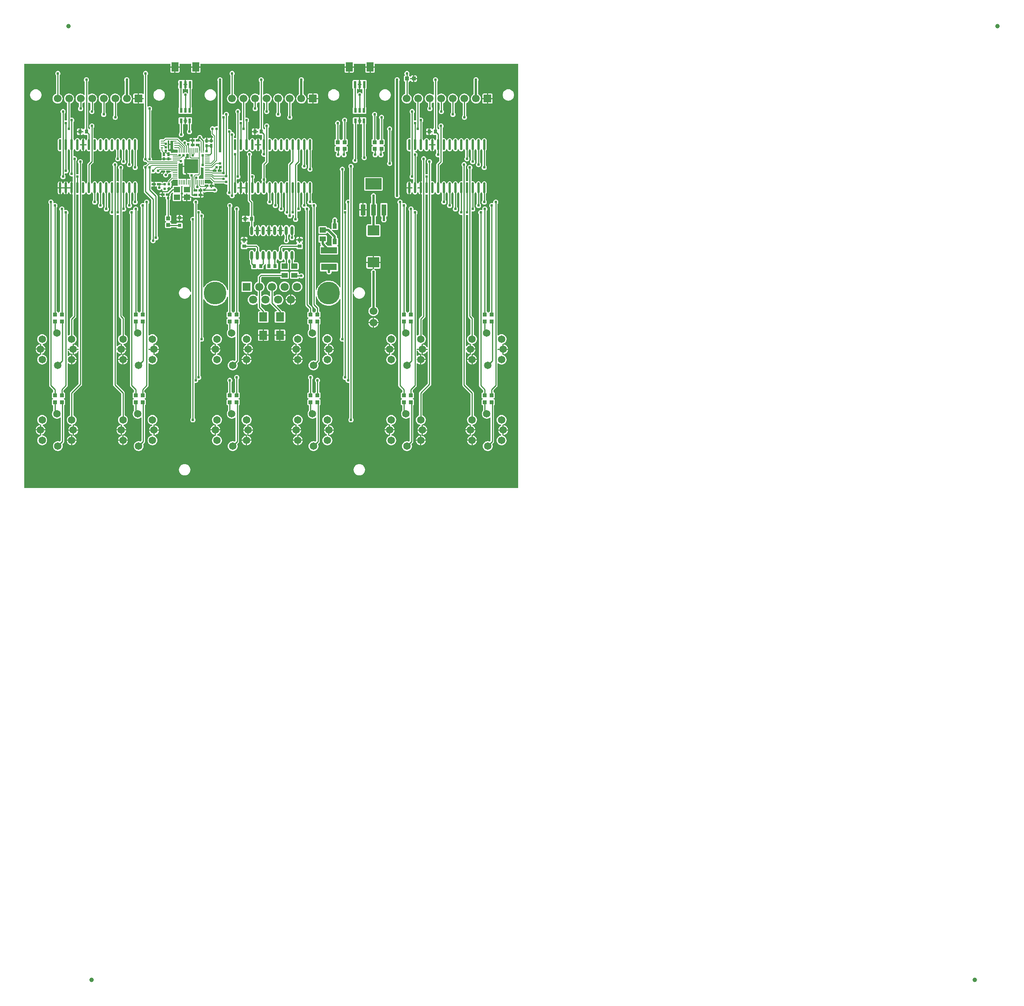
<source format=gtl>
G04 Layer: TopLayer*
G04 EasyEDA v6.5.29, 2023-07-19 22:01:03*
G04 8eb2f2613b91424b8de75a29ec9d0e09,5a6b42c53f6a479593ecc07194224c93,10*
G04 Gerber Generator version 0.2*
G04 Scale: 100 percent, Rotated: No, Reflected: No *
G04 Dimensions in millimeters *
G04 leading zeros omitted , absolute positions ,4 integer and 5 decimal *
%FSLAX45Y45*%
%MOMM*%

%AMMACRO1*21,1,$1,$2,0,0,$3*%
%ADD10C,0.2540*%
%ADD11C,0.5000*%
%ADD12C,0.1270*%
%ADD13C,0.2000*%
%ADD14R,0.5320X1.0720*%
%ADD15R,0.8000X0.9000*%
%ADD16R,0.9000X0.8000*%
%ADD17MACRO1,0.864X0.8065X0.0000*%
%ADD18R,0.8640X0.8065*%
%ADD19MACRO1,0.864X0.8065X90.0000*%
%ADD20R,1.3770X1.1325*%
%ADD21MACRO1,1.377X1.1325X0.0000*%
%ADD22R,0.9500X1.2000*%
%ADD23R,1.0500X2.4650*%
%ADD24MACRO1,3.54X2.465X0.0000*%
%ADD25MACRO1,2.592X2.2075X0.0000*%
%ADD26R,2.5920X2.2075*%
%ADD27MACRO1,0.54X0.7901X0.0000*%
%ADD28R,0.5400X0.7901*%
%ADD29MACRO1,0.54X0.7901X-90.0000*%
%ADD30MACRO1,1.2X1.4X90.0000*%
%ADD31R,1.4000X1.2000*%
%ADD32MACRO1,1.2X1.4X-90.0000*%
%ADD33R,1.1000X0.2000*%
%ADD34R,0.2000X1.1000*%
%ADD35R,3.1000X3.1000*%
%ADD36MACRO1,0.54X0.7901X90.0000*%
%ADD37R,0.6000X0.2800*%
%ADD38R,0.3000X1.7000*%
%ADD39R,0.5500X0.5500*%
%ADD40R,0.6000X1.5500*%
%ADD41R,1.5000X2.0000*%
%ADD42R,0.8000X0.8000*%
%ADD43MACRO1,3.4992X1.4067X0.0000*%
%ADD44R,3.4992X1.4067*%
%ADD45O,0.6020054X1.9709892*%
%ADD46R,1.8000X2.0000*%
%ADD47O,0.5739892X2.3880064*%
%ADD48C,1.0000*%
%ADD49MACRO1,1.7X1.7X0.0000*%
%ADD50C,1.7000*%
%ADD51C,1.6500*%
%ADD52C,1.8000*%
%ADD53C,5.0000*%
%ADD54R,1.8000X1.8000*%
%ADD55C,0.6096*%
%ADD56C,0.0140*%

%LPD*%
G36*
X7148068Y279908D02*
G01*
X7144156Y280670D01*
X7140905Y282905D01*
X7138670Y286156D01*
X7137908Y290068D01*
X7137908Y9615932D01*
X7138670Y9619843D01*
X7140905Y9623094D01*
X7144156Y9625330D01*
X7148068Y9626092D01*
X10339628Y9626092D01*
X10343489Y9625330D01*
X10346791Y9623094D01*
X10349026Y9619843D01*
X10349788Y9615932D01*
X10349788Y9566351D01*
X10437977Y9566351D01*
X10437977Y9615932D01*
X10438739Y9619843D01*
X10440974Y9623094D01*
X10444276Y9625330D01*
X10448137Y9626092D01*
X10453217Y9626092D01*
X10457129Y9625330D01*
X10460431Y9623094D01*
X10462615Y9619843D01*
X10463377Y9615932D01*
X10463377Y9566351D01*
X10551617Y9566351D01*
X10551617Y9615932D01*
X10552379Y9619843D01*
X10554563Y9623094D01*
X10557865Y9625330D01*
X10561777Y9626092D01*
X10799622Y9626092D01*
X10803534Y9625330D01*
X10806836Y9623094D01*
X10809020Y9619843D01*
X10809782Y9615932D01*
X10809782Y9566351D01*
X10898022Y9566351D01*
X10898022Y9615932D01*
X10898784Y9619843D01*
X10900968Y9623094D01*
X10904270Y9625330D01*
X10908182Y9626092D01*
X10913262Y9626092D01*
X10917123Y9625330D01*
X10920425Y9623094D01*
X10922660Y9619843D01*
X10923422Y9615932D01*
X10923422Y9566351D01*
X11011611Y9566351D01*
X11011611Y9615932D01*
X11012373Y9619843D01*
X11014608Y9623094D01*
X11017910Y9625330D01*
X11021771Y9626092D01*
X14175028Y9626092D01*
X14178889Y9625330D01*
X14182191Y9623094D01*
X14184426Y9619843D01*
X14185188Y9615932D01*
X14185188Y9566351D01*
X14273377Y9566351D01*
X14273377Y9615932D01*
X14274139Y9619843D01*
X14276374Y9623094D01*
X14279676Y9625330D01*
X14283537Y9626092D01*
X14288617Y9626092D01*
X14292529Y9625330D01*
X14295831Y9623094D01*
X14298015Y9619843D01*
X14298777Y9615932D01*
X14298777Y9566351D01*
X14387017Y9566351D01*
X14387017Y9615932D01*
X14387779Y9619843D01*
X14389963Y9623094D01*
X14393265Y9625330D01*
X14397177Y9626092D01*
X14635022Y9626092D01*
X14638934Y9625330D01*
X14642236Y9623094D01*
X14644420Y9619843D01*
X14645182Y9615932D01*
X14645182Y9566351D01*
X14733422Y9566351D01*
X14733422Y9615932D01*
X14734184Y9619843D01*
X14736368Y9623094D01*
X14739670Y9625330D01*
X14743582Y9626092D01*
X14748662Y9626092D01*
X14752523Y9625330D01*
X14755825Y9623094D01*
X14758060Y9619843D01*
X14758822Y9615932D01*
X14758822Y9566351D01*
X14847011Y9566351D01*
X14847011Y9615932D01*
X14847773Y9619843D01*
X14850008Y9623094D01*
X14853310Y9625330D01*
X14857171Y9626092D01*
X17997932Y9626092D01*
X18001843Y9625330D01*
X18005094Y9623094D01*
X18007330Y9619843D01*
X18008092Y9615932D01*
X18008092Y290068D01*
X18007330Y286156D01*
X18005094Y282905D01*
X18001843Y280670D01*
X17997932Y279908D01*
G37*

%LPC*%
G36*
X14758822Y9427718D02*
G01*
X14820544Y9427718D01*
X14826843Y9428480D01*
X14832330Y9430359D01*
X14837206Y9433458D01*
X14841321Y9437522D01*
X14844369Y9442450D01*
X14846300Y9447885D01*
X14847011Y9454235D01*
X14847011Y9540951D01*
X14758822Y9540951D01*
G37*
G36*
X11722100Y1098092D02*
G01*
X11736222Y1099058D01*
X11750141Y1101801D01*
X11763552Y1106373D01*
X11776303Y1112621D01*
X11788089Y1120495D01*
X11798757Y1129842D01*
X11808104Y1140510D01*
X11815978Y1152296D01*
X11822226Y1165047D01*
X11826798Y1178458D01*
X11829542Y1192377D01*
X11830507Y1206500D01*
X11829542Y1220622D01*
X11826798Y1234541D01*
X11823242Y1245006D01*
X11822684Y1248714D01*
X11823547Y1252372D01*
X11825681Y1255471D01*
X11850624Y1280464D01*
X11855754Y1286662D01*
X11859310Y1293368D01*
X11861495Y1300581D01*
X11862308Y1308608D01*
X11862308Y2101392D01*
X11862866Y2104745D01*
X11864543Y2107742D01*
X11867083Y2110028D01*
X11870334Y2112060D01*
X11874398Y2116124D01*
X11877497Y2121052D01*
X11879376Y2126488D01*
X11880088Y2132838D01*
X11880088Y2212340D01*
X11879376Y2218639D01*
X11877497Y2224125D01*
X11874398Y2229002D01*
X11870334Y2233117D01*
X11865406Y2236165D01*
X11859361Y2238298D01*
X11855805Y2240432D01*
X11853367Y2243836D01*
X11852554Y2247900D01*
X11853367Y2251964D01*
X11855805Y2255367D01*
X11859361Y2257501D01*
X11865406Y2259634D01*
X11870334Y2262682D01*
X11874398Y2266797D01*
X11877497Y2271674D01*
X11879376Y2277160D01*
X11880088Y2283460D01*
X11880088Y2362962D01*
X11879376Y2369312D01*
X11877497Y2374747D01*
X11874398Y2379675D01*
X11870334Y2383739D01*
X11865406Y2386838D01*
X11859971Y2388768D01*
X11855094Y2389936D01*
X11852198Y2392222D01*
X11850268Y2395372D01*
X11849608Y2398979D01*
X11849608Y2672791D01*
X11850370Y2676702D01*
X11852605Y2680004D01*
X11854180Y2681579D01*
X11859818Y2689606D01*
X11863933Y2698546D01*
X11866473Y2707995D01*
X11867337Y2717800D01*
X11866473Y2727604D01*
X11863933Y2737053D01*
X11859818Y2745994D01*
X11854180Y2754020D01*
X11847220Y2760980D01*
X11839194Y2766618D01*
X11830253Y2770733D01*
X11820804Y2773273D01*
X11811000Y2774137D01*
X11801195Y2773273D01*
X11791746Y2770733D01*
X11782806Y2766618D01*
X11774779Y2760980D01*
X11767820Y2754020D01*
X11762181Y2745994D01*
X11758066Y2737053D01*
X11755526Y2727604D01*
X11754662Y2717800D01*
X11755526Y2707995D01*
X11758066Y2698546D01*
X11762181Y2689606D01*
X11767820Y2681579D01*
X11769394Y2680004D01*
X11771630Y2676702D01*
X11772392Y2672791D01*
X11772392Y2398979D01*
X11771731Y2395372D01*
X11769801Y2392222D01*
X11766905Y2389936D01*
X11762028Y2388768D01*
X11756593Y2386838D01*
X11751665Y2383739D01*
X11747601Y2379675D01*
X11742267Y2370836D01*
X11738864Y2368448D01*
X11734800Y2367584D01*
X11730736Y2368448D01*
X11727332Y2370836D01*
X11721998Y2379675D01*
X11717934Y2383739D01*
X11713006Y2386838D01*
X11707571Y2388768D01*
X11702694Y2389936D01*
X11699798Y2392222D01*
X11697868Y2395372D01*
X11697208Y2398979D01*
X11697208Y2609291D01*
X11697970Y2613202D01*
X11700205Y2616504D01*
X11701780Y2618079D01*
X11707418Y2626106D01*
X11711533Y2635046D01*
X11714073Y2644495D01*
X11714937Y2654300D01*
X11714073Y2664104D01*
X11711533Y2673553D01*
X11707418Y2682494D01*
X11701780Y2690520D01*
X11694820Y2697480D01*
X11686794Y2703118D01*
X11677853Y2707233D01*
X11668404Y2709773D01*
X11658600Y2710637D01*
X11648795Y2709773D01*
X11639346Y2707233D01*
X11630406Y2703118D01*
X11622379Y2697480D01*
X11615420Y2690520D01*
X11609781Y2682494D01*
X11605666Y2673553D01*
X11603126Y2664104D01*
X11602262Y2654300D01*
X11603126Y2644495D01*
X11605666Y2635046D01*
X11609781Y2626106D01*
X11615420Y2618079D01*
X11616994Y2616504D01*
X11619230Y2613202D01*
X11619992Y2609291D01*
X11619992Y2398979D01*
X11619331Y2395372D01*
X11617401Y2392222D01*
X11614505Y2389936D01*
X11609628Y2388768D01*
X11604193Y2386838D01*
X11599265Y2383739D01*
X11595201Y2379675D01*
X11592102Y2374747D01*
X11590223Y2369312D01*
X11589512Y2362962D01*
X11589512Y2283460D01*
X11590223Y2277160D01*
X11592102Y2271674D01*
X11595201Y2266797D01*
X11599265Y2262682D01*
X11604193Y2259634D01*
X11610238Y2257501D01*
X11613794Y2255367D01*
X11616232Y2251964D01*
X11617045Y2247900D01*
X11616232Y2243836D01*
X11613794Y2240432D01*
X11610238Y2238298D01*
X11604193Y2236165D01*
X11599265Y2233117D01*
X11595201Y2229002D01*
X11592102Y2224125D01*
X11590223Y2218639D01*
X11589512Y2212340D01*
X11589512Y2132838D01*
X11590223Y2126488D01*
X11592102Y2121052D01*
X11595201Y2116124D01*
X11599265Y2112060D01*
X11604193Y2108962D01*
X11609628Y2107031D01*
X11614505Y2105863D01*
X11617401Y2103577D01*
X11619331Y2100427D01*
X11619992Y2096820D01*
X11619992Y1992934D01*
X11619331Y1989328D01*
X11617452Y1986229D01*
X11615928Y1984451D01*
X11608054Y1972665D01*
X11601754Y1959914D01*
X11597233Y1946503D01*
X11594439Y1932584D01*
X11593525Y1918462D01*
X11594439Y1904339D01*
X11597233Y1890420D01*
X11601754Y1877009D01*
X11608054Y1864258D01*
X11615928Y1852472D01*
X11625275Y1841804D01*
X11635943Y1832457D01*
X11647728Y1824583D01*
X11660428Y1818335D01*
X11673840Y1813763D01*
X11687759Y1811020D01*
X11701932Y1810054D01*
X11716054Y1811020D01*
X11729974Y1813763D01*
X11743385Y1818335D01*
X11756085Y1824583D01*
X11768226Y1832762D01*
X11771579Y1834743D01*
X11775389Y1835302D01*
X11779148Y1834388D01*
X11782247Y1832152D01*
X11784380Y1828901D01*
X11785092Y1825142D01*
X11785092Y1328318D01*
X11784330Y1324406D01*
X11782094Y1321104D01*
X11771071Y1310081D01*
X11767972Y1307947D01*
X11764314Y1307084D01*
X11760606Y1307642D01*
X11750141Y1311198D01*
X11736222Y1313942D01*
X11722100Y1314907D01*
X11707977Y1313942D01*
X11694058Y1311198D01*
X11680647Y1306626D01*
X11667896Y1300378D01*
X11656110Y1292504D01*
X11645442Y1283157D01*
X11636095Y1272489D01*
X11628221Y1260703D01*
X11621973Y1247952D01*
X11617401Y1234541D01*
X11614658Y1220622D01*
X11613692Y1206500D01*
X11614658Y1192377D01*
X11617401Y1178458D01*
X11621973Y1165047D01*
X11628221Y1152296D01*
X11636095Y1140510D01*
X11645442Y1129842D01*
X11656110Y1120495D01*
X11667896Y1112621D01*
X11680647Y1106373D01*
X11694058Y1101801D01*
X11707977Y1099058D01*
G37*
G36*
X13500100Y1098092D02*
G01*
X13514222Y1099058D01*
X13528141Y1101801D01*
X13541552Y1106373D01*
X13554303Y1112621D01*
X13566089Y1120495D01*
X13576757Y1129842D01*
X13586104Y1140510D01*
X13593978Y1152296D01*
X13600226Y1165047D01*
X13604798Y1178458D01*
X13607542Y1192377D01*
X13608507Y1206500D01*
X13607542Y1220622D01*
X13604798Y1234541D01*
X13601242Y1245006D01*
X13600684Y1248714D01*
X13601547Y1252372D01*
X13603681Y1255471D01*
X13628624Y1280464D01*
X13633754Y1286662D01*
X13637310Y1293368D01*
X13639495Y1300581D01*
X13640307Y1308608D01*
X13640307Y2101392D01*
X13640866Y2104745D01*
X13642543Y2107742D01*
X13645083Y2110028D01*
X13648334Y2112060D01*
X13652398Y2116124D01*
X13655497Y2121052D01*
X13657376Y2126488D01*
X13658088Y2132838D01*
X13658088Y2212340D01*
X13657376Y2218639D01*
X13655497Y2224125D01*
X13652398Y2229002D01*
X13648334Y2233117D01*
X13643406Y2236165D01*
X13637361Y2238298D01*
X13633805Y2240432D01*
X13631367Y2243836D01*
X13630554Y2247900D01*
X13631367Y2251964D01*
X13633805Y2255367D01*
X13637361Y2257501D01*
X13643406Y2259634D01*
X13648334Y2262682D01*
X13652398Y2266797D01*
X13655497Y2271674D01*
X13657376Y2277160D01*
X13658088Y2283460D01*
X13658088Y2362962D01*
X13657376Y2369312D01*
X13655497Y2374747D01*
X13652398Y2379675D01*
X13648334Y2383739D01*
X13643406Y2386838D01*
X13637971Y2388768D01*
X13633094Y2389936D01*
X13630198Y2392222D01*
X13628268Y2395372D01*
X13627607Y2398979D01*
X13627607Y2609291D01*
X13628369Y2613202D01*
X13630605Y2616504D01*
X13632180Y2618079D01*
X13637818Y2626106D01*
X13641933Y2635046D01*
X13644473Y2644495D01*
X13645337Y2654300D01*
X13644473Y2664104D01*
X13641933Y2673553D01*
X13637818Y2682494D01*
X13632180Y2690520D01*
X13625220Y2697480D01*
X13617194Y2703118D01*
X13608253Y2707233D01*
X13598804Y2709773D01*
X13589000Y2710637D01*
X13579195Y2709773D01*
X13569746Y2707233D01*
X13560806Y2703118D01*
X13552779Y2697480D01*
X13545819Y2690520D01*
X13540181Y2682494D01*
X13536066Y2673553D01*
X13533526Y2664104D01*
X13532662Y2654300D01*
X13533526Y2644495D01*
X13536066Y2635046D01*
X13540181Y2626106D01*
X13545819Y2618079D01*
X13547394Y2616504D01*
X13549630Y2613202D01*
X13550392Y2609291D01*
X13550392Y2398979D01*
X13549731Y2395372D01*
X13547801Y2392222D01*
X13544905Y2389936D01*
X13540028Y2388768D01*
X13534593Y2386838D01*
X13529665Y2383739D01*
X13525601Y2379675D01*
X13520267Y2370836D01*
X13516863Y2368448D01*
X13512800Y2367584D01*
X13508736Y2368448D01*
X13505332Y2370836D01*
X13499998Y2379675D01*
X13495934Y2383739D01*
X13491006Y2386838D01*
X13485571Y2388768D01*
X13480694Y2389936D01*
X13477798Y2392222D01*
X13475868Y2395372D01*
X13475207Y2398979D01*
X13475207Y2672791D01*
X13475969Y2676702D01*
X13478205Y2680004D01*
X13479780Y2681579D01*
X13485418Y2689606D01*
X13489533Y2698546D01*
X13492073Y2707995D01*
X13492937Y2717800D01*
X13492073Y2727604D01*
X13489533Y2737053D01*
X13485418Y2745994D01*
X13479780Y2754020D01*
X13472820Y2760980D01*
X13464794Y2766618D01*
X13455853Y2770733D01*
X13446404Y2773273D01*
X13436600Y2774137D01*
X13426795Y2773273D01*
X13417346Y2770733D01*
X13408406Y2766618D01*
X13400379Y2760980D01*
X13393419Y2754020D01*
X13387781Y2745994D01*
X13383666Y2737053D01*
X13381126Y2727604D01*
X13380262Y2717800D01*
X13381126Y2707995D01*
X13383666Y2698546D01*
X13387781Y2689606D01*
X13393419Y2681579D01*
X13394994Y2680004D01*
X13397230Y2676702D01*
X13397992Y2672791D01*
X13397992Y2398979D01*
X13397331Y2395372D01*
X13395401Y2392222D01*
X13392505Y2389936D01*
X13387628Y2388768D01*
X13382193Y2386838D01*
X13377265Y2383739D01*
X13373201Y2379675D01*
X13370102Y2374747D01*
X13368223Y2369312D01*
X13367512Y2362962D01*
X13367512Y2283460D01*
X13368223Y2277160D01*
X13370102Y2271674D01*
X13373201Y2266797D01*
X13377265Y2262682D01*
X13382193Y2259634D01*
X13388238Y2257501D01*
X13391794Y2255367D01*
X13394232Y2251964D01*
X13395045Y2247900D01*
X13394232Y2243836D01*
X13391794Y2240432D01*
X13388238Y2238298D01*
X13382193Y2236165D01*
X13377265Y2233117D01*
X13373201Y2229002D01*
X13370102Y2224125D01*
X13368223Y2218639D01*
X13367512Y2212340D01*
X13367512Y2132838D01*
X13368223Y2126488D01*
X13370102Y2121052D01*
X13373201Y2116124D01*
X13377265Y2112060D01*
X13382193Y2108962D01*
X13387628Y2107031D01*
X13392505Y2105863D01*
X13395401Y2103577D01*
X13397331Y2100427D01*
X13397992Y2096820D01*
X13397992Y1992934D01*
X13397331Y1989328D01*
X13395451Y1986229D01*
X13393928Y1984451D01*
X13386054Y1972665D01*
X13379754Y1959914D01*
X13375233Y1946503D01*
X13372439Y1932584D01*
X13371525Y1918462D01*
X13372439Y1904339D01*
X13375233Y1890420D01*
X13379754Y1877009D01*
X13386054Y1864258D01*
X13393928Y1852472D01*
X13403275Y1841804D01*
X13413943Y1832457D01*
X13425728Y1824583D01*
X13438428Y1818335D01*
X13451840Y1813763D01*
X13465759Y1811020D01*
X13479932Y1810054D01*
X13494054Y1811020D01*
X13507974Y1813763D01*
X13521385Y1818335D01*
X13534085Y1824583D01*
X13546226Y1832762D01*
X13549579Y1834743D01*
X13553389Y1835302D01*
X13557148Y1834388D01*
X13560247Y1832152D01*
X13562380Y1828901D01*
X13563092Y1825142D01*
X13563092Y1328318D01*
X13562330Y1324406D01*
X13560094Y1321104D01*
X13549071Y1310081D01*
X13545972Y1307947D01*
X13542314Y1307084D01*
X13538606Y1307642D01*
X13528141Y1311198D01*
X13514222Y1313942D01*
X13500100Y1314907D01*
X13485977Y1313942D01*
X13472058Y1311198D01*
X13458647Y1306626D01*
X13445896Y1300378D01*
X13434110Y1292504D01*
X13423442Y1283157D01*
X13414095Y1272489D01*
X13406221Y1260703D01*
X13399973Y1247952D01*
X13395401Y1234541D01*
X13392657Y1220622D01*
X13391692Y1206500D01*
X13392657Y1192377D01*
X13395401Y1178458D01*
X13399973Y1165047D01*
X13406221Y1152296D01*
X13414095Y1140510D01*
X13423442Y1129842D01*
X13434110Y1120495D01*
X13445896Y1112621D01*
X13458647Y1106373D01*
X13472058Y1101801D01*
X13485977Y1099058D01*
G37*
G36*
X9652000Y1098092D02*
G01*
X9666122Y1099058D01*
X9680041Y1101801D01*
X9693452Y1106373D01*
X9706203Y1112621D01*
X9717989Y1120495D01*
X9728657Y1129842D01*
X9738004Y1140510D01*
X9745878Y1152296D01*
X9752126Y1165047D01*
X9756698Y1178458D01*
X9759442Y1192377D01*
X9760407Y1206500D01*
X9759442Y1220622D01*
X9756698Y1234541D01*
X9753142Y1245006D01*
X9752584Y1248714D01*
X9753447Y1252372D01*
X9755581Y1255471D01*
X9780524Y1280464D01*
X9785654Y1286662D01*
X9789210Y1293368D01*
X9791395Y1300581D01*
X9792208Y1308608D01*
X9792208Y2101392D01*
X9792766Y2104745D01*
X9794443Y2107742D01*
X9796983Y2110028D01*
X9800234Y2112060D01*
X9804298Y2116124D01*
X9807397Y2121052D01*
X9809276Y2126488D01*
X9809988Y2132838D01*
X9809988Y2212340D01*
X9809276Y2218639D01*
X9807397Y2224125D01*
X9804298Y2229002D01*
X9800234Y2233117D01*
X9795306Y2236165D01*
X9789261Y2238298D01*
X9785705Y2240432D01*
X9783267Y2243836D01*
X9782454Y2247900D01*
X9783267Y2251964D01*
X9785705Y2255367D01*
X9789261Y2257501D01*
X9795306Y2259634D01*
X9800234Y2262682D01*
X9804298Y2266797D01*
X9807397Y2271674D01*
X9809276Y2277160D01*
X9809988Y2283460D01*
X9809988Y2362962D01*
X9809276Y2369312D01*
X9807397Y2374747D01*
X9804298Y2379675D01*
X9800234Y2383739D01*
X9795306Y2386838D01*
X9789871Y2388768D01*
X9784994Y2389936D01*
X9782098Y2392222D01*
X9780168Y2395372D01*
X9779508Y2398979D01*
X9779508Y2430881D01*
X9780270Y2434793D01*
X9782505Y2438095D01*
X9856724Y2512364D01*
X9861854Y2518562D01*
X9865410Y2525268D01*
X9867595Y2532481D01*
X9868408Y2540508D01*
X9868408Y3022752D01*
X9869119Y3026511D01*
X9871252Y3029762D01*
X9874351Y3031998D01*
X9878110Y3032912D01*
X9881920Y3032302D01*
X9885273Y3030372D01*
X9890810Y3025495D01*
X9902596Y3017621D01*
X9915347Y3011373D01*
X9928758Y3006801D01*
X9942677Y3004058D01*
X9956800Y3003092D01*
X9970922Y3004058D01*
X9984841Y3006801D01*
X9998252Y3011373D01*
X10011003Y3017621D01*
X10022789Y3025495D01*
X10033457Y3034842D01*
X10042804Y3045510D01*
X10050678Y3057296D01*
X10056926Y3070047D01*
X10061498Y3083458D01*
X10064242Y3097377D01*
X10065207Y3111500D01*
X10064242Y3125622D01*
X10061498Y3139541D01*
X10056926Y3152952D01*
X10050678Y3165703D01*
X10042804Y3177489D01*
X10033457Y3188157D01*
X10022789Y3197504D01*
X10011003Y3205378D01*
X10001961Y3209798D01*
X9998506Y3212592D01*
X9997694Y3214217D01*
X9994900Y3213557D01*
X9991140Y3214065D01*
X9986060Y3215792D01*
X9982454Y3217926D01*
X9980015Y3221329D01*
X9979152Y3225393D01*
X9979152Y3323844D01*
X9878568Y3323844D01*
X9874656Y3324606D01*
X9871405Y3326841D01*
X9869170Y3330092D01*
X9868408Y3334004D01*
X9868408Y3339084D01*
X9869170Y3342995D01*
X9871405Y3346246D01*
X9874656Y3348482D01*
X9878568Y3349244D01*
X9979152Y3349244D01*
X9979152Y3447694D01*
X9980015Y3451758D01*
X9982454Y3455162D01*
X9986060Y3457295D01*
X9991140Y3459022D01*
X9994900Y3459530D01*
X9997694Y3458870D01*
X9998506Y3460496D01*
X10001961Y3463290D01*
X10011003Y3467709D01*
X10022789Y3475583D01*
X10033457Y3484930D01*
X10042804Y3495598D01*
X10050678Y3507384D01*
X10056926Y3520135D01*
X10061498Y3533546D01*
X10064242Y3547465D01*
X10065207Y3561587D01*
X10064242Y3575710D01*
X10061498Y3589629D01*
X10056926Y3603040D01*
X10050678Y3615791D01*
X10042804Y3627577D01*
X10033457Y3638245D01*
X10022789Y3647592D01*
X10011003Y3655466D01*
X9998252Y3661714D01*
X9984841Y3666286D01*
X9970922Y3669029D01*
X9956800Y3669995D01*
X9942677Y3669029D01*
X9928758Y3666286D01*
X9915347Y3661714D01*
X9902596Y3655466D01*
X9890810Y3647592D01*
X9885273Y3642715D01*
X9881920Y3640785D01*
X9878110Y3640175D01*
X9874351Y3641090D01*
X9871252Y3643325D01*
X9869119Y3646576D01*
X9868408Y3650335D01*
X9868408Y6533591D01*
X9869170Y6537502D01*
X9871405Y6540804D01*
X9872980Y6542379D01*
X9878618Y6550406D01*
X9882733Y6559346D01*
X9885273Y6568795D01*
X9886137Y6578600D01*
X9885273Y6588404D01*
X9882733Y6597853D01*
X9878618Y6606794D01*
X9872980Y6614820D01*
X9866020Y6621780D01*
X9857994Y6627418D01*
X9849053Y6631533D01*
X9839604Y6634073D01*
X9829800Y6634937D01*
X9819995Y6634073D01*
X9810546Y6631533D01*
X9801606Y6627418D01*
X9793579Y6621780D01*
X9786620Y6614820D01*
X9780981Y6606794D01*
X9776866Y6597853D01*
X9774326Y6588404D01*
X9773462Y6578600D01*
X9774326Y6568795D01*
X9774783Y6566966D01*
X9775088Y6563156D01*
X9773920Y6559499D01*
X9771532Y6556552D01*
X9768179Y6554673D01*
X9764420Y6554165D01*
X9750704Y6557873D01*
X9740900Y6558737D01*
X9731095Y6557873D01*
X9721646Y6555333D01*
X9712706Y6551218D01*
X9704679Y6545580D01*
X9697720Y6538620D01*
X9692081Y6530594D01*
X9687966Y6521653D01*
X9685426Y6512204D01*
X9684562Y6502400D01*
X9685426Y6492595D01*
X9687966Y6483146D01*
X9692081Y6474206D01*
X9697720Y6466179D01*
X9699294Y6464604D01*
X9701530Y6461302D01*
X9702292Y6457391D01*
X9702292Y4176979D01*
X9701631Y4173372D01*
X9699701Y4170222D01*
X9696805Y4167936D01*
X9691928Y4166768D01*
X9686493Y4164837D01*
X9681565Y4161739D01*
X9677501Y4157675D01*
X9672167Y4148836D01*
X9668764Y4146448D01*
X9664700Y4145584D01*
X9660636Y4146448D01*
X9657232Y4148836D01*
X9651898Y4157675D01*
X9647834Y4161739D01*
X9642906Y4164837D01*
X9637471Y4166768D01*
X9632594Y4167936D01*
X9629698Y4170222D01*
X9627768Y4173372D01*
X9627108Y4176979D01*
X9627108Y6381191D01*
X9627870Y6385102D01*
X9630105Y6388404D01*
X9631680Y6389979D01*
X9637318Y6398006D01*
X9641433Y6406946D01*
X9643973Y6416395D01*
X9644837Y6426200D01*
X9643973Y6436004D01*
X9641433Y6445453D01*
X9637318Y6454394D01*
X9631680Y6462420D01*
X9624720Y6469380D01*
X9616694Y6475018D01*
X9607753Y6479133D01*
X9598304Y6481673D01*
X9588500Y6482537D01*
X9578695Y6481673D01*
X9569246Y6479133D01*
X9560306Y6475018D01*
X9552279Y6469380D01*
X9545320Y6462420D01*
X9539681Y6454394D01*
X9535566Y6445453D01*
X9533026Y6436004D01*
X9532162Y6426200D01*
X9533026Y6416395D01*
X9533483Y6414566D01*
X9533788Y6410756D01*
X9532620Y6407099D01*
X9530232Y6404152D01*
X9526879Y6402273D01*
X9523120Y6401765D01*
X9509404Y6405473D01*
X9499600Y6406337D01*
X9489795Y6405473D01*
X9480346Y6402933D01*
X9471406Y6398818D01*
X9463379Y6393180D01*
X9456420Y6386220D01*
X9450781Y6378194D01*
X9446666Y6369253D01*
X9444126Y6359804D01*
X9443262Y6350000D01*
X9444126Y6340195D01*
X9446666Y6330746D01*
X9450781Y6321806D01*
X9456420Y6313779D01*
X9457994Y6312204D01*
X9460230Y6308902D01*
X9460992Y6304991D01*
X9460992Y2540508D01*
X9461804Y2532481D01*
X9463989Y2525268D01*
X9467545Y2518562D01*
X9472676Y2512364D01*
X9546894Y2438095D01*
X9549130Y2434793D01*
X9549892Y2430881D01*
X9549892Y2398979D01*
X9549231Y2395372D01*
X9547301Y2392222D01*
X9544405Y2389936D01*
X9539528Y2388768D01*
X9534093Y2386838D01*
X9529165Y2383739D01*
X9525101Y2379675D01*
X9522002Y2374747D01*
X9520123Y2369312D01*
X9519412Y2362962D01*
X9519412Y2283460D01*
X9520123Y2277160D01*
X9522002Y2271674D01*
X9525101Y2266797D01*
X9529165Y2262682D01*
X9534093Y2259634D01*
X9540138Y2257501D01*
X9543694Y2255367D01*
X9546132Y2251964D01*
X9546945Y2247900D01*
X9546132Y2243836D01*
X9543694Y2240432D01*
X9540138Y2238298D01*
X9534093Y2236165D01*
X9529165Y2233117D01*
X9525101Y2229002D01*
X9522002Y2224125D01*
X9520123Y2218639D01*
X9519412Y2212340D01*
X9519412Y2132838D01*
X9520123Y2126488D01*
X9522002Y2121052D01*
X9525101Y2116124D01*
X9529165Y2112060D01*
X9534093Y2108962D01*
X9539528Y2107031D01*
X9544405Y2105863D01*
X9547301Y2103577D01*
X9549231Y2100427D01*
X9549892Y2096820D01*
X9549892Y1992934D01*
X9549231Y1989328D01*
X9547352Y1986229D01*
X9545828Y1984451D01*
X9537954Y1972665D01*
X9531654Y1959914D01*
X9527133Y1946503D01*
X9524339Y1932584D01*
X9523425Y1918462D01*
X9524339Y1904339D01*
X9527133Y1890420D01*
X9531654Y1877009D01*
X9537954Y1864258D01*
X9545828Y1852472D01*
X9555175Y1841804D01*
X9565843Y1832457D01*
X9577628Y1824583D01*
X9590328Y1818335D01*
X9603740Y1813763D01*
X9617659Y1811020D01*
X9631832Y1810054D01*
X9645954Y1811020D01*
X9659874Y1813763D01*
X9673285Y1818335D01*
X9685985Y1824583D01*
X9698126Y1832762D01*
X9701479Y1834743D01*
X9705289Y1835302D01*
X9709048Y1834388D01*
X9712147Y1832152D01*
X9714280Y1828901D01*
X9714992Y1825142D01*
X9714992Y1328318D01*
X9714230Y1324406D01*
X9711994Y1321104D01*
X9700971Y1310081D01*
X9697872Y1307947D01*
X9694214Y1307084D01*
X9690506Y1307642D01*
X9680041Y1311198D01*
X9666122Y1313942D01*
X9652000Y1314907D01*
X9637877Y1313942D01*
X9623958Y1311198D01*
X9610547Y1306626D01*
X9597796Y1300378D01*
X9586010Y1292504D01*
X9575342Y1283157D01*
X9565995Y1272489D01*
X9558121Y1260703D01*
X9551873Y1247952D01*
X9547301Y1234541D01*
X9544558Y1220622D01*
X9543592Y1206500D01*
X9544558Y1192377D01*
X9547301Y1178458D01*
X9551873Y1165047D01*
X9558121Y1152296D01*
X9565995Y1140510D01*
X9575342Y1129842D01*
X9586010Y1120495D01*
X9597796Y1112621D01*
X9610547Y1106373D01*
X9623958Y1101801D01*
X9637877Y1099058D01*
G37*
G36*
X17335500Y1098092D02*
G01*
X17349622Y1099058D01*
X17363541Y1101801D01*
X17376952Y1106373D01*
X17389703Y1112621D01*
X17401489Y1120495D01*
X17412157Y1129842D01*
X17421504Y1140510D01*
X17429378Y1152296D01*
X17435626Y1165047D01*
X17440198Y1178458D01*
X17442942Y1192377D01*
X17443907Y1206500D01*
X17442942Y1220622D01*
X17440198Y1234541D01*
X17436642Y1245006D01*
X17436084Y1248714D01*
X17436947Y1252372D01*
X17439081Y1255471D01*
X17464024Y1280464D01*
X17469154Y1286662D01*
X17472710Y1293368D01*
X17474895Y1300581D01*
X17475708Y1308608D01*
X17475708Y2101392D01*
X17476266Y2104745D01*
X17477943Y2107742D01*
X17480483Y2110028D01*
X17483734Y2112060D01*
X17487798Y2116124D01*
X17490897Y2121052D01*
X17492776Y2126488D01*
X17493488Y2132838D01*
X17493488Y2212340D01*
X17492776Y2218639D01*
X17490897Y2224125D01*
X17487798Y2229002D01*
X17483734Y2233117D01*
X17478806Y2236165D01*
X17472761Y2238298D01*
X17469205Y2240432D01*
X17466767Y2243836D01*
X17465954Y2247900D01*
X17466767Y2251964D01*
X17469205Y2255367D01*
X17472761Y2257501D01*
X17478806Y2259634D01*
X17483734Y2262682D01*
X17487798Y2266797D01*
X17490897Y2271674D01*
X17492776Y2277160D01*
X17493488Y2283460D01*
X17493488Y2362962D01*
X17492776Y2369312D01*
X17490897Y2374747D01*
X17487798Y2379675D01*
X17483734Y2383739D01*
X17478806Y2386838D01*
X17473371Y2388768D01*
X17468494Y2389936D01*
X17465598Y2392222D01*
X17463668Y2395372D01*
X17463008Y2398979D01*
X17463008Y2430881D01*
X17463770Y2434793D01*
X17466005Y2438095D01*
X17540224Y2512364D01*
X17545354Y2518562D01*
X17548910Y2525268D01*
X17551095Y2532481D01*
X17551908Y2540508D01*
X17551908Y3022752D01*
X17552619Y3026511D01*
X17554752Y3029762D01*
X17557851Y3031998D01*
X17561610Y3032912D01*
X17565420Y3032302D01*
X17568773Y3030372D01*
X17574310Y3025495D01*
X17586096Y3017621D01*
X17598847Y3011373D01*
X17612258Y3006801D01*
X17626177Y3004058D01*
X17640300Y3003092D01*
X17654422Y3004058D01*
X17668341Y3006801D01*
X17681752Y3011373D01*
X17694503Y3017621D01*
X17706289Y3025495D01*
X17716957Y3034842D01*
X17726304Y3045510D01*
X17734178Y3057296D01*
X17740426Y3070047D01*
X17744998Y3083458D01*
X17747742Y3097377D01*
X17748707Y3111500D01*
X17747742Y3125622D01*
X17744998Y3139541D01*
X17740426Y3152952D01*
X17734178Y3165703D01*
X17726304Y3177489D01*
X17716957Y3188157D01*
X17706289Y3197504D01*
X17694503Y3205378D01*
X17685461Y3209798D01*
X17682006Y3212592D01*
X17681194Y3214217D01*
X17678400Y3213557D01*
X17674640Y3214065D01*
X17669560Y3215792D01*
X17665954Y3217926D01*
X17663515Y3221329D01*
X17662652Y3225393D01*
X17662652Y3323844D01*
X17562068Y3323844D01*
X17558156Y3324606D01*
X17554905Y3326841D01*
X17552670Y3330092D01*
X17551908Y3334004D01*
X17551908Y3339084D01*
X17552670Y3342995D01*
X17554905Y3346246D01*
X17558156Y3348482D01*
X17562068Y3349244D01*
X17662652Y3349244D01*
X17662652Y3447694D01*
X17663515Y3451758D01*
X17665954Y3455162D01*
X17669560Y3457295D01*
X17674640Y3459022D01*
X17678400Y3459530D01*
X17681194Y3458870D01*
X17682006Y3460496D01*
X17685461Y3463290D01*
X17694503Y3467709D01*
X17706289Y3475583D01*
X17716957Y3484930D01*
X17726304Y3495598D01*
X17734178Y3507384D01*
X17740426Y3520135D01*
X17744998Y3533546D01*
X17747742Y3547465D01*
X17748707Y3561587D01*
X17747742Y3575710D01*
X17744998Y3589629D01*
X17740426Y3603040D01*
X17734178Y3615791D01*
X17726304Y3627577D01*
X17716957Y3638245D01*
X17706289Y3647592D01*
X17694503Y3655466D01*
X17681752Y3661714D01*
X17668341Y3666286D01*
X17654422Y3669029D01*
X17640300Y3669995D01*
X17626177Y3669029D01*
X17612258Y3666286D01*
X17598847Y3661714D01*
X17586096Y3655466D01*
X17574310Y3647592D01*
X17568773Y3642715D01*
X17565420Y3640785D01*
X17561610Y3640175D01*
X17557851Y3641090D01*
X17554752Y3643325D01*
X17552619Y3646576D01*
X17551908Y3650335D01*
X17551908Y6533591D01*
X17552670Y6537502D01*
X17554905Y6540804D01*
X17556480Y6542379D01*
X17562118Y6550406D01*
X17566233Y6559346D01*
X17568773Y6568795D01*
X17569637Y6578600D01*
X17568773Y6588404D01*
X17566233Y6597853D01*
X17562118Y6606794D01*
X17556480Y6614820D01*
X17549520Y6621780D01*
X17541494Y6627418D01*
X17532553Y6631533D01*
X17523104Y6634073D01*
X17513300Y6634937D01*
X17503495Y6634073D01*
X17494046Y6631533D01*
X17485106Y6627418D01*
X17477079Y6621780D01*
X17470120Y6614820D01*
X17464481Y6606794D01*
X17460366Y6597853D01*
X17457826Y6588404D01*
X17456962Y6578600D01*
X17457826Y6568795D01*
X17458283Y6566966D01*
X17458588Y6563156D01*
X17457420Y6559499D01*
X17455032Y6556552D01*
X17451679Y6554673D01*
X17447920Y6554165D01*
X17434204Y6557873D01*
X17424400Y6558737D01*
X17414595Y6557873D01*
X17405146Y6555333D01*
X17396206Y6551218D01*
X17388179Y6545580D01*
X17381220Y6538620D01*
X17375581Y6530594D01*
X17371466Y6521653D01*
X17368926Y6512204D01*
X17368062Y6502400D01*
X17368926Y6492595D01*
X17371466Y6483146D01*
X17375581Y6474206D01*
X17381220Y6466179D01*
X17382794Y6464604D01*
X17385030Y6461302D01*
X17385792Y6457391D01*
X17385792Y4176979D01*
X17385131Y4173372D01*
X17383201Y4170222D01*
X17380305Y4167936D01*
X17375428Y4166768D01*
X17369993Y4164837D01*
X17365065Y4161739D01*
X17361001Y4157675D01*
X17355667Y4148836D01*
X17352264Y4146448D01*
X17348200Y4145584D01*
X17344136Y4146448D01*
X17340732Y4148836D01*
X17335398Y4157675D01*
X17331334Y4161739D01*
X17326406Y4164837D01*
X17320971Y4166768D01*
X17316094Y4167936D01*
X17313198Y4170222D01*
X17311268Y4173372D01*
X17310608Y4176979D01*
X17310608Y6381191D01*
X17311370Y6385102D01*
X17313605Y6388404D01*
X17315180Y6389979D01*
X17320818Y6398006D01*
X17324933Y6406946D01*
X17327473Y6416395D01*
X17328337Y6426200D01*
X17327473Y6436004D01*
X17324933Y6445453D01*
X17320818Y6454394D01*
X17315180Y6462420D01*
X17308220Y6469380D01*
X17300194Y6475018D01*
X17291253Y6479133D01*
X17281804Y6481673D01*
X17272000Y6482537D01*
X17262195Y6481673D01*
X17252746Y6479133D01*
X17243806Y6475018D01*
X17235779Y6469380D01*
X17228820Y6462420D01*
X17223181Y6454394D01*
X17219066Y6445453D01*
X17216526Y6436004D01*
X17215662Y6426200D01*
X17216526Y6416395D01*
X17216983Y6414566D01*
X17217288Y6410756D01*
X17216120Y6407099D01*
X17213732Y6404152D01*
X17210379Y6402273D01*
X17206620Y6401765D01*
X17192904Y6405473D01*
X17183100Y6406337D01*
X17173295Y6405473D01*
X17163846Y6402933D01*
X17154906Y6398818D01*
X17146879Y6393180D01*
X17139920Y6386220D01*
X17134281Y6378194D01*
X17130166Y6369253D01*
X17127626Y6359804D01*
X17126762Y6350000D01*
X17127626Y6340195D01*
X17130166Y6330746D01*
X17134281Y6321806D01*
X17139920Y6313779D01*
X17141494Y6312204D01*
X17143730Y6308902D01*
X17144492Y6304991D01*
X17144492Y2540508D01*
X17145304Y2532481D01*
X17147489Y2525268D01*
X17151045Y2518562D01*
X17156176Y2512364D01*
X17230394Y2438095D01*
X17232630Y2434793D01*
X17233392Y2430881D01*
X17233392Y2398979D01*
X17232731Y2395372D01*
X17230801Y2392222D01*
X17227905Y2389936D01*
X17223028Y2388768D01*
X17217593Y2386838D01*
X17212665Y2383739D01*
X17208601Y2379675D01*
X17205502Y2374747D01*
X17203623Y2369312D01*
X17202912Y2362962D01*
X17202912Y2283460D01*
X17203623Y2277160D01*
X17205502Y2271674D01*
X17208601Y2266797D01*
X17212665Y2262682D01*
X17217593Y2259634D01*
X17223638Y2257501D01*
X17227194Y2255367D01*
X17229632Y2251964D01*
X17230445Y2247900D01*
X17229632Y2243836D01*
X17227194Y2240432D01*
X17223638Y2238298D01*
X17217593Y2236165D01*
X17212665Y2233117D01*
X17208601Y2229002D01*
X17205502Y2224125D01*
X17203623Y2218639D01*
X17202912Y2212340D01*
X17202912Y2132838D01*
X17203623Y2126488D01*
X17205502Y2121052D01*
X17208601Y2116124D01*
X17212665Y2112060D01*
X17217593Y2108962D01*
X17223028Y2107031D01*
X17227905Y2105863D01*
X17230801Y2103577D01*
X17232731Y2100427D01*
X17233392Y2096820D01*
X17233392Y1992934D01*
X17232731Y1989328D01*
X17230852Y1986229D01*
X17229328Y1984451D01*
X17221454Y1972665D01*
X17215154Y1959914D01*
X17210633Y1946503D01*
X17207839Y1932584D01*
X17206925Y1918462D01*
X17207839Y1904339D01*
X17210633Y1890420D01*
X17215154Y1877009D01*
X17221454Y1864258D01*
X17229328Y1852472D01*
X17238675Y1841804D01*
X17249343Y1832457D01*
X17261128Y1824583D01*
X17273828Y1818335D01*
X17287240Y1813763D01*
X17301159Y1811020D01*
X17315332Y1810054D01*
X17329454Y1811020D01*
X17343374Y1813763D01*
X17356785Y1818335D01*
X17369485Y1824583D01*
X17381626Y1832762D01*
X17384979Y1834743D01*
X17388789Y1835302D01*
X17392548Y1834388D01*
X17395647Y1832152D01*
X17397780Y1828901D01*
X17398492Y1825142D01*
X17398492Y1328318D01*
X17397730Y1324406D01*
X17395494Y1321104D01*
X17384471Y1310081D01*
X17381372Y1307947D01*
X17377714Y1307084D01*
X17374006Y1307642D01*
X17363541Y1311198D01*
X17349622Y1313942D01*
X17335500Y1314907D01*
X17321377Y1313942D01*
X17307458Y1311198D01*
X17294047Y1306626D01*
X17281296Y1300378D01*
X17269510Y1292504D01*
X17258842Y1283157D01*
X17249495Y1272489D01*
X17241621Y1260703D01*
X17235373Y1247952D01*
X17230801Y1234541D01*
X17228058Y1220622D01*
X17227092Y1206500D01*
X17228058Y1192377D01*
X17230801Y1178458D01*
X17235373Y1165047D01*
X17241621Y1152296D01*
X17249495Y1140510D01*
X17258842Y1129842D01*
X17269510Y1120495D01*
X17281296Y1112621D01*
X17294047Y1106373D01*
X17307458Y1101801D01*
X17321377Y1099058D01*
G37*
G36*
X15557500Y1098092D02*
G01*
X15571622Y1099058D01*
X15585541Y1101801D01*
X15598952Y1106373D01*
X15611703Y1112621D01*
X15623489Y1120495D01*
X15634157Y1129842D01*
X15643504Y1140510D01*
X15651378Y1152296D01*
X15657626Y1165047D01*
X15662198Y1178458D01*
X15664942Y1192377D01*
X15665907Y1206500D01*
X15664942Y1220622D01*
X15662198Y1234541D01*
X15658642Y1245006D01*
X15658084Y1248714D01*
X15658947Y1252372D01*
X15661081Y1255471D01*
X15686024Y1280464D01*
X15691154Y1286662D01*
X15694710Y1293368D01*
X15696895Y1300581D01*
X15697707Y1308608D01*
X15697707Y2101392D01*
X15698266Y2104745D01*
X15699943Y2107742D01*
X15702483Y2110028D01*
X15705734Y2112060D01*
X15709798Y2116124D01*
X15712897Y2121052D01*
X15714776Y2126488D01*
X15715488Y2132838D01*
X15715488Y2212340D01*
X15714776Y2218639D01*
X15712897Y2224125D01*
X15709798Y2229002D01*
X15705734Y2233117D01*
X15700806Y2236165D01*
X15694761Y2238298D01*
X15691205Y2240432D01*
X15688767Y2243836D01*
X15687954Y2247900D01*
X15688767Y2251964D01*
X15691205Y2255367D01*
X15694761Y2257501D01*
X15700806Y2259634D01*
X15705734Y2262682D01*
X15709798Y2266797D01*
X15712897Y2271674D01*
X15714776Y2277160D01*
X15715488Y2283460D01*
X15715488Y2362962D01*
X15714776Y2369312D01*
X15712897Y2374747D01*
X15709798Y2379675D01*
X15705734Y2383739D01*
X15700806Y2386838D01*
X15695371Y2388768D01*
X15690494Y2389936D01*
X15687598Y2392222D01*
X15685668Y2395372D01*
X15685007Y2398979D01*
X15685007Y2430881D01*
X15685769Y2434793D01*
X15688005Y2438095D01*
X15762224Y2512364D01*
X15767354Y2518562D01*
X15770910Y2525268D01*
X15773095Y2532481D01*
X15773907Y2540508D01*
X15773907Y3022752D01*
X15774619Y3026511D01*
X15776752Y3029762D01*
X15779851Y3031998D01*
X15783610Y3032912D01*
X15787420Y3032302D01*
X15790773Y3030372D01*
X15796310Y3025495D01*
X15808096Y3017621D01*
X15820847Y3011373D01*
X15834258Y3006801D01*
X15848177Y3004058D01*
X15849600Y3003956D01*
X15849600Y3098800D01*
X15784068Y3098800D01*
X15780156Y3099562D01*
X15776905Y3101797D01*
X15774669Y3105048D01*
X15773907Y3108960D01*
X15773907Y3114040D01*
X15774669Y3117951D01*
X15776905Y3121202D01*
X15780156Y3123438D01*
X15784068Y3124200D01*
X15849600Y3124200D01*
X15849600Y3219348D01*
X15834258Y3216198D01*
X15820847Y3211626D01*
X15808096Y3205378D01*
X15796310Y3197504D01*
X15790773Y3192627D01*
X15787420Y3190697D01*
X15783610Y3190087D01*
X15779851Y3191002D01*
X15776752Y3193237D01*
X15774619Y3196488D01*
X15773907Y3200247D01*
X15773907Y3302203D01*
X15774720Y3306165D01*
X15777006Y3309518D01*
X15780461Y3311702D01*
X15784423Y3312363D01*
X15788386Y3311398D01*
X15791637Y3308959D01*
X15793669Y3305454D01*
X15797225Y3295091D01*
X15803473Y3282340D01*
X15811347Y3270554D01*
X15820694Y3259886D01*
X15831362Y3250539D01*
X15843148Y3242665D01*
X15852190Y3238246D01*
X15853156Y3237484D01*
X15855848Y3239262D01*
X15859760Y3240074D01*
X15864840Y3240074D01*
X15868751Y3239262D01*
X15872002Y3237077D01*
X15874238Y3233775D01*
X15875000Y3229914D01*
X15875000Y3124200D01*
X15969843Y3124200D01*
X15969742Y3125622D01*
X15966998Y3139541D01*
X15962426Y3152952D01*
X15956178Y3165703D01*
X15948304Y3177489D01*
X15938957Y3188157D01*
X15928289Y3197504D01*
X15916503Y3205378D01*
X15907461Y3209798D01*
X15906496Y3210560D01*
X15903803Y3208731D01*
X15899892Y3207969D01*
X15894812Y3207969D01*
X15890900Y3208731D01*
X15887649Y3210966D01*
X15885413Y3214268D01*
X15884651Y3218129D01*
X15884651Y3323844D01*
X15784068Y3323844D01*
X15780156Y3324606D01*
X15776905Y3326841D01*
X15774669Y3330092D01*
X15773907Y3334004D01*
X15773907Y3339084D01*
X15774669Y3342995D01*
X15776905Y3346246D01*
X15780156Y3348482D01*
X15784068Y3349244D01*
X15884651Y3349244D01*
X15884651Y3447694D01*
X15885515Y3451758D01*
X15887954Y3455162D01*
X15891560Y3457295D01*
X15896640Y3459022D01*
X15900400Y3459530D01*
X15903194Y3458870D01*
X15904006Y3460496D01*
X15907461Y3463290D01*
X15916503Y3467709D01*
X15928289Y3475583D01*
X15938957Y3484930D01*
X15948304Y3495598D01*
X15956178Y3507384D01*
X15962426Y3520135D01*
X15966998Y3533546D01*
X15969742Y3547465D01*
X15970707Y3561587D01*
X15969742Y3575710D01*
X15966998Y3589629D01*
X15962426Y3603040D01*
X15956178Y3615791D01*
X15948304Y3627577D01*
X15938957Y3638245D01*
X15928289Y3647592D01*
X15916503Y3655466D01*
X15906597Y3660343D01*
X15903600Y3662578D01*
X15901619Y3665778D01*
X15900907Y3669436D01*
X15900907Y3980281D01*
X15901669Y3984193D01*
X15903905Y3987495D01*
X15952724Y4036364D01*
X15957854Y4042562D01*
X15961410Y4049268D01*
X15963595Y4056481D01*
X15964407Y4064508D01*
X15964407Y6738061D01*
X15965068Y6741668D01*
X15966998Y6744868D01*
X15969945Y6747103D01*
X15973501Y6748170D01*
X15977209Y6747865D01*
X15979800Y6747154D01*
X15989300Y6746341D01*
X15998799Y6747154D01*
X16001390Y6747865D01*
X16005098Y6748170D01*
X16008654Y6747103D01*
X16011601Y6744868D01*
X16013531Y6741668D01*
X16014192Y6738061D01*
X16014192Y3387699D01*
X16013176Y3383330D01*
X16010382Y3379774D01*
X16006318Y3377844D01*
X16001847Y3377793D01*
X15997783Y3379724D01*
X15994938Y3383229D01*
X15991230Y3390747D01*
X15983356Y3402533D01*
X15974009Y3413201D01*
X15963341Y3422548D01*
X15951555Y3430422D01*
X15938804Y3436670D01*
X15925393Y3441242D01*
X15910051Y3444392D01*
X15910051Y3349244D01*
X16004032Y3349244D01*
X16007943Y3348482D01*
X16011194Y3346246D01*
X16013430Y3342995D01*
X16014192Y3339084D01*
X16014192Y3334004D01*
X16013430Y3330092D01*
X16011194Y3326841D01*
X16007943Y3324606D01*
X16004032Y3323844D01*
X15910051Y3323844D01*
X15910051Y3228695D01*
X15925393Y3231845D01*
X15938804Y3236417D01*
X15951555Y3242665D01*
X15963341Y3250539D01*
X15974009Y3259886D01*
X15983356Y3270554D01*
X15991230Y3282340D01*
X15994938Y3289858D01*
X15997783Y3293364D01*
X16001847Y3295294D01*
X16006318Y3295243D01*
X16010382Y3293313D01*
X16013176Y3289757D01*
X16014192Y3285388D01*
X16014192Y2585618D01*
X16013430Y2581706D01*
X16011194Y2578404D01*
X15835376Y2402535D01*
X15830245Y2396337D01*
X15826689Y2389632D01*
X15824504Y2382418D01*
X15823692Y2374392D01*
X15823692Y1891436D01*
X15822980Y1887778D01*
X15820999Y1884578D01*
X15818002Y1882343D01*
X15808096Y1877466D01*
X15796310Y1869592D01*
X15785642Y1860245D01*
X15776295Y1849577D01*
X15768421Y1837791D01*
X15762173Y1825040D01*
X15757601Y1811629D01*
X15754857Y1797710D01*
X15753892Y1783588D01*
X15754857Y1769465D01*
X15757601Y1755546D01*
X15762173Y1742135D01*
X15768421Y1729384D01*
X15776295Y1717598D01*
X15785642Y1706930D01*
X15796310Y1697583D01*
X15808096Y1689709D01*
X15820847Y1683461D01*
X15834258Y1678889D01*
X15848380Y1676095D01*
X15852597Y1674875D01*
X15855899Y1671980D01*
X15857677Y1667967D01*
X15857575Y1663547D01*
X15855645Y1659636D01*
X15852190Y1656842D01*
X15843148Y1652422D01*
X15831362Y1644548D01*
X15820694Y1635201D01*
X15811347Y1624533D01*
X15803473Y1612747D01*
X15797225Y1599996D01*
X15792653Y1586585D01*
X15789910Y1572666D01*
X15789808Y1571244D01*
X15884651Y1571244D01*
X15884651Y1669694D01*
X15885515Y1673758D01*
X15887954Y1677162D01*
X15891560Y1679295D01*
X15896640Y1681022D01*
X15900400Y1681530D01*
X15903194Y1680870D01*
X15904006Y1682496D01*
X15907461Y1685289D01*
X15916503Y1689709D01*
X15928289Y1697583D01*
X15938957Y1706930D01*
X15948304Y1717598D01*
X15956178Y1729384D01*
X15962426Y1742135D01*
X15966998Y1755546D01*
X15969742Y1769465D01*
X15970707Y1783588D01*
X15969742Y1797710D01*
X15966998Y1811629D01*
X15962426Y1825040D01*
X15956178Y1837791D01*
X15948304Y1849577D01*
X15938957Y1860245D01*
X15928289Y1869592D01*
X15916503Y1877466D01*
X15906597Y1882343D01*
X15903600Y1884578D01*
X15901619Y1887778D01*
X15900907Y1891436D01*
X15900907Y2354681D01*
X15901669Y2358593D01*
X15903905Y2361895D01*
X16079724Y2537764D01*
X16084854Y2543962D01*
X16088410Y2550668D01*
X16090595Y2557881D01*
X16091407Y2565908D01*
X16091407Y6738061D01*
X16092068Y6741668D01*
X16093998Y6744868D01*
X16096945Y6747103D01*
X16100501Y6748170D01*
X16104209Y6747865D01*
X16106800Y6747154D01*
X16116300Y6746341D01*
X16125799Y6747154D01*
X16134943Y6749643D01*
X16143579Y6753656D01*
X16151351Y6759092D01*
X16158108Y6765798D01*
X16163544Y6773621D01*
X16167557Y6782257D01*
X16169995Y6791198D01*
X16172027Y6795109D01*
X16175482Y6797802D01*
X16179800Y6798767D01*
X16184118Y6797802D01*
X16187572Y6795109D01*
X16189604Y6791198D01*
X16192042Y6782257D01*
X16196056Y6773621D01*
X16201491Y6765798D01*
X16208248Y6759092D01*
X16216020Y6753656D01*
X16224656Y6749643D01*
X16233800Y6747154D01*
X16243300Y6746341D01*
X16252799Y6747154D01*
X16261943Y6749643D01*
X16270579Y6753656D01*
X16278351Y6759092D01*
X16285108Y6765798D01*
X16290544Y6773621D01*
X16294557Y6782257D01*
X16296995Y6791198D01*
X16299027Y6795109D01*
X16302482Y6797802D01*
X16306800Y6798767D01*
X16311118Y6797802D01*
X16314572Y6795109D01*
X16316604Y6791198D01*
X16319042Y6782257D01*
X16323056Y6773621D01*
X16330930Y6762292D01*
X16331692Y6758431D01*
X16331692Y6623608D01*
X16330930Y6619697D01*
X16328694Y6616395D01*
X16327119Y6614820D01*
X16321481Y6606794D01*
X16317366Y6597853D01*
X16314826Y6588404D01*
X16313962Y6578600D01*
X16314826Y6568795D01*
X16317366Y6559346D01*
X16321481Y6550406D01*
X16327119Y6542379D01*
X16334079Y6535420D01*
X16342106Y6529781D01*
X16351046Y6525666D01*
X16360495Y6523126D01*
X16370300Y6522262D01*
X16380104Y6523126D01*
X16389553Y6525666D01*
X16398494Y6529781D01*
X16406520Y6535420D01*
X16413480Y6542379D01*
X16419118Y6550406D01*
X16423233Y6559346D01*
X16425773Y6568795D01*
X16426637Y6578600D01*
X16425773Y6588404D01*
X16423233Y6597853D01*
X16419118Y6606794D01*
X16413480Y6614820D01*
X16411905Y6616395D01*
X16409669Y6619697D01*
X16408907Y6623608D01*
X16408907Y6758431D01*
X16409669Y6762292D01*
X16417544Y6773621D01*
X16421557Y6782257D01*
X16423995Y6791198D01*
X16426027Y6795109D01*
X16429482Y6797802D01*
X16433800Y6798767D01*
X16438118Y6797802D01*
X16441572Y6795109D01*
X16443604Y6791198D01*
X16446042Y6782257D01*
X16450056Y6773621D01*
X16457930Y6762292D01*
X16458692Y6758431D01*
X16458692Y6547408D01*
X16457930Y6543497D01*
X16455694Y6540195D01*
X16454119Y6538620D01*
X16448481Y6530594D01*
X16444366Y6521653D01*
X16441826Y6512204D01*
X16440962Y6502400D01*
X16441826Y6492595D01*
X16444366Y6483146D01*
X16448481Y6474206D01*
X16454119Y6466179D01*
X16461079Y6459220D01*
X16469106Y6453581D01*
X16478046Y6449466D01*
X16487495Y6446926D01*
X16497300Y6446062D01*
X16507104Y6446926D01*
X16516553Y6449466D01*
X16525494Y6453581D01*
X16533520Y6459220D01*
X16540480Y6466179D01*
X16546118Y6474206D01*
X16550233Y6483146D01*
X16552773Y6492595D01*
X16553637Y6502400D01*
X16552773Y6512204D01*
X16550233Y6521653D01*
X16546118Y6530594D01*
X16540480Y6538620D01*
X16538905Y6540195D01*
X16536669Y6543497D01*
X16535907Y6547408D01*
X16535907Y6758431D01*
X16536669Y6762292D01*
X16544544Y6773621D01*
X16548557Y6782257D01*
X16550995Y6791198D01*
X16553027Y6795109D01*
X16556482Y6797802D01*
X16560800Y6798767D01*
X16565118Y6797802D01*
X16568572Y6795109D01*
X16570604Y6791198D01*
X16573042Y6782257D01*
X16577056Y6773621D01*
X16584930Y6762292D01*
X16585692Y6758431D01*
X16585692Y6471208D01*
X16584930Y6467297D01*
X16582694Y6463995D01*
X16581119Y6462420D01*
X16575481Y6454394D01*
X16571366Y6445453D01*
X16568826Y6436004D01*
X16567962Y6426200D01*
X16568826Y6416395D01*
X16571366Y6406946D01*
X16575481Y6398006D01*
X16581119Y6389979D01*
X16588079Y6383020D01*
X16596106Y6377381D01*
X16605046Y6373266D01*
X16614495Y6370726D01*
X16624300Y6369862D01*
X16634104Y6370726D01*
X16643553Y6373266D01*
X16652494Y6377381D01*
X16660520Y6383020D01*
X16667480Y6389979D01*
X16673118Y6398006D01*
X16677233Y6406946D01*
X16679773Y6416395D01*
X16680637Y6426200D01*
X16679773Y6436004D01*
X16677233Y6445453D01*
X16673118Y6454394D01*
X16667480Y6462420D01*
X16665905Y6463995D01*
X16663669Y6467297D01*
X16662907Y6471208D01*
X16662907Y6758431D01*
X16663669Y6762292D01*
X16671544Y6773621D01*
X16675557Y6782257D01*
X16677995Y6791198D01*
X16680027Y6795109D01*
X16683482Y6797802D01*
X16687800Y6798767D01*
X16692118Y6797802D01*
X16695572Y6795109D01*
X16697604Y6791198D01*
X16700042Y6782257D01*
X16704056Y6773621D01*
X16711930Y6762292D01*
X16712692Y6758431D01*
X16712692Y6395008D01*
X16711930Y6391097D01*
X16709694Y6387795D01*
X16708119Y6386220D01*
X16702481Y6378194D01*
X16698366Y6369253D01*
X16695826Y6359804D01*
X16694962Y6350000D01*
X16695826Y6340195D01*
X16698366Y6330746D01*
X16702481Y6321806D01*
X16708119Y6313779D01*
X16715079Y6306820D01*
X16723106Y6301181D01*
X16732046Y6297066D01*
X16741495Y6294526D01*
X16751300Y6293662D01*
X16761104Y6294526D01*
X16763390Y6295136D01*
X16767098Y6295440D01*
X16770654Y6294374D01*
X16773601Y6292088D01*
X16775531Y6288938D01*
X16776192Y6285331D01*
X16776192Y2553208D01*
X16777004Y2545181D01*
X16779189Y2537968D01*
X16782745Y2531262D01*
X16787876Y2525064D01*
X16948708Y2364181D01*
X16950893Y2360879D01*
X16951706Y2357018D01*
X16951706Y1891436D01*
X16950994Y1887778D01*
X16949013Y1884578D01*
X16946016Y1882343D01*
X16936110Y1877466D01*
X16924324Y1869592D01*
X16913656Y1860245D01*
X16904309Y1849577D01*
X16896435Y1837791D01*
X16890187Y1825040D01*
X16885615Y1811629D01*
X16882872Y1797710D01*
X16881906Y1783588D01*
X16882872Y1769465D01*
X16885615Y1755546D01*
X16890187Y1742135D01*
X16896435Y1729384D01*
X16904309Y1717598D01*
X16913656Y1706930D01*
X16924324Y1697583D01*
X16936110Y1689709D01*
X16939615Y1687982D01*
X16942917Y1685391D01*
X16944898Y1681734D01*
X16945102Y1679041D01*
X16947692Y1680870D01*
X16951452Y1681784D01*
X16955211Y1681276D01*
X16960291Y1679549D01*
X16963898Y1677416D01*
X16966336Y1674012D01*
X16967200Y1669948D01*
X16967200Y1574800D01*
X17062043Y1574800D01*
X17061942Y1576222D01*
X17059198Y1590141D01*
X17054626Y1603552D01*
X17048378Y1616303D01*
X17040504Y1628089D01*
X17031157Y1638757D01*
X17020489Y1648104D01*
X17008703Y1655978D01*
X17005198Y1657705D01*
X17001896Y1660296D01*
X16999915Y1663954D01*
X16999610Y1668119D01*
X17000982Y1672082D01*
X17003826Y1675130D01*
X17007687Y1676755D01*
X17018355Y1678889D01*
X17031766Y1683461D01*
X17044517Y1689709D01*
X17056303Y1697583D01*
X17066971Y1706930D01*
X17076318Y1717598D01*
X17084192Y1729384D01*
X17090440Y1742135D01*
X17095012Y1755546D01*
X17097756Y1769465D01*
X17098721Y1783588D01*
X17097756Y1797710D01*
X17095012Y1811629D01*
X17090440Y1825040D01*
X17084192Y1837791D01*
X17076318Y1849577D01*
X17066971Y1860245D01*
X17056303Y1869592D01*
X17044517Y1877466D01*
X17034560Y1882343D01*
X17031563Y1884578D01*
X17029582Y1887778D01*
X17028922Y1891487D01*
X17028922Y2376728D01*
X17028109Y2384755D01*
X17025924Y2391968D01*
X17022368Y2398623D01*
X17017238Y2404872D01*
X16856405Y2565704D01*
X16854170Y2569006D01*
X16853408Y2572918D01*
X16853408Y3264357D01*
X16854220Y3268319D01*
X16856557Y3271672D01*
X16860012Y3273856D01*
X16864025Y3274517D01*
X16867936Y3273501D01*
X16871188Y3271062D01*
X16877842Y3263442D01*
X16888510Y3254095D01*
X16900296Y3246221D01*
X16913047Y3239973D01*
X16926458Y3235401D01*
X16940377Y3232658D01*
X16941800Y3232556D01*
X16941800Y3327400D01*
X16863568Y3327400D01*
X16859656Y3328162D01*
X16856405Y3330397D01*
X16854170Y3333648D01*
X16853408Y3337560D01*
X16853408Y3342640D01*
X16854170Y3346551D01*
X16856405Y3349802D01*
X16859656Y3352037D01*
X16863568Y3352800D01*
X16941800Y3352800D01*
X16941800Y3449472D01*
X16940987Y3448558D01*
X16937126Y3446932D01*
X16926458Y3444798D01*
X16913047Y3440226D01*
X16900296Y3433978D01*
X16888510Y3426104D01*
X16877842Y3416757D01*
X16871188Y3409137D01*
X16867936Y3406698D01*
X16864025Y3405682D01*
X16860012Y3406343D01*
X16856557Y3408527D01*
X16854220Y3411880D01*
X16853408Y3415842D01*
X16853408Y6285331D01*
X16854068Y6288938D01*
X16855998Y6292088D01*
X16858945Y6294374D01*
X16862501Y6295440D01*
X16866209Y6295136D01*
X16868495Y6294526D01*
X16878300Y6293662D01*
X16888104Y6294526D01*
X16890644Y6295186D01*
X16894352Y6295491D01*
X16897908Y6294424D01*
X16900855Y6292189D01*
X16902785Y6289040D01*
X16903446Y6285382D01*
X16903446Y4064304D01*
X16904208Y4056227D01*
X16906443Y4049014D01*
X16909999Y4042308D01*
X16915079Y4036110D01*
X16948708Y4002481D01*
X16950893Y3999179D01*
X16951706Y3995318D01*
X16951706Y3669436D01*
X16950994Y3665778D01*
X16949013Y3662578D01*
X16946016Y3660343D01*
X16936110Y3655466D01*
X16924324Y3647592D01*
X16913656Y3638245D01*
X16904309Y3627577D01*
X16896435Y3615791D01*
X16890187Y3603040D01*
X16885615Y3589629D01*
X16882872Y3575710D01*
X16881906Y3561587D01*
X16882872Y3547465D01*
X16885615Y3533546D01*
X16890187Y3520135D01*
X16896435Y3507384D01*
X16904309Y3495598D01*
X16913656Y3484930D01*
X16924324Y3475583D01*
X16936110Y3467709D01*
X16939615Y3465982D01*
X16942917Y3463391D01*
X16944898Y3459734D01*
X16945102Y3457041D01*
X16947692Y3458870D01*
X16951452Y3459784D01*
X16955211Y3459276D01*
X16960291Y3457549D01*
X16963898Y3455415D01*
X16966336Y3452012D01*
X16967200Y3447948D01*
X16967200Y3352800D01*
X17062043Y3352800D01*
X17061942Y3354222D01*
X17059198Y3368141D01*
X17054626Y3381552D01*
X17048378Y3394303D01*
X17040504Y3406089D01*
X17031157Y3416757D01*
X17020489Y3426104D01*
X17008703Y3433978D01*
X17005198Y3435705D01*
X17001896Y3438296D01*
X16999915Y3441954D01*
X16999610Y3446119D01*
X17000982Y3450082D01*
X17003826Y3453129D01*
X17007687Y3454755D01*
X17018355Y3456889D01*
X17031766Y3461461D01*
X17044517Y3467709D01*
X17056303Y3475583D01*
X17066971Y3484930D01*
X17076318Y3495598D01*
X17084192Y3507384D01*
X17090440Y3520135D01*
X17095012Y3533546D01*
X17097756Y3547465D01*
X17098721Y3561587D01*
X17097756Y3575710D01*
X17095012Y3589629D01*
X17090440Y3603040D01*
X17084192Y3615791D01*
X17076318Y3627577D01*
X17066971Y3638245D01*
X17056303Y3647592D01*
X17044517Y3655466D01*
X17034560Y3660343D01*
X17031563Y3662578D01*
X17029582Y3665778D01*
X17028922Y3669487D01*
X17028922Y4015028D01*
X17028109Y4023004D01*
X17025924Y4030268D01*
X17022368Y4036923D01*
X17017238Y4043172D01*
X16983659Y4076750D01*
X16981424Y4080052D01*
X16980662Y4083964D01*
X16980662Y6361430D01*
X16981322Y6365087D01*
X16983252Y6368237D01*
X16986199Y6370523D01*
X16989755Y6371539D01*
X16993463Y6371234D01*
X16995495Y6370726D01*
X17005300Y6369862D01*
X17015104Y6370726D01*
X17024553Y6373266D01*
X17033494Y6377381D01*
X17041520Y6383020D01*
X17048480Y6389979D01*
X17054118Y6398006D01*
X17058233Y6406946D01*
X17060773Y6416395D01*
X17061637Y6426200D01*
X17060773Y6436004D01*
X17058233Y6445453D01*
X17054118Y6454394D01*
X17048480Y6462420D01*
X17046905Y6463995D01*
X17044670Y6467297D01*
X17043908Y6471208D01*
X17043908Y6758431D01*
X17044670Y6762292D01*
X17052544Y6773621D01*
X17056557Y6782257D01*
X17058995Y6791198D01*
X17061027Y6795109D01*
X17064482Y6797802D01*
X17068800Y6798767D01*
X17073118Y6797802D01*
X17076572Y6795109D01*
X17078604Y6791198D01*
X17081042Y6782257D01*
X17085056Y6773621D01*
X17092930Y6762292D01*
X17093692Y6758431D01*
X17093692Y6547408D01*
X17092930Y6543497D01*
X17090694Y6540195D01*
X17089120Y6538620D01*
X17083481Y6530594D01*
X17079366Y6521653D01*
X17076826Y6512204D01*
X17075962Y6502400D01*
X17076826Y6492595D01*
X17079366Y6483146D01*
X17083481Y6474206D01*
X17089120Y6466179D01*
X17096079Y6459220D01*
X17104106Y6453581D01*
X17113046Y6449466D01*
X17122495Y6446926D01*
X17132300Y6446062D01*
X17142104Y6446926D01*
X17151553Y6449466D01*
X17160494Y6453581D01*
X17168520Y6459220D01*
X17175480Y6466179D01*
X17181118Y6474206D01*
X17185233Y6483146D01*
X17187773Y6492595D01*
X17188637Y6502400D01*
X17187773Y6512204D01*
X17185233Y6521653D01*
X17181118Y6530594D01*
X17175480Y6538620D01*
X17173905Y6540195D01*
X17171670Y6543497D01*
X17170908Y6547408D01*
X17170908Y6758431D01*
X17171670Y6762292D01*
X17179544Y6773621D01*
X17183557Y6782257D01*
X17185995Y6791198D01*
X17188027Y6795109D01*
X17191482Y6797802D01*
X17195800Y6798767D01*
X17200118Y6797802D01*
X17203572Y6795109D01*
X17205604Y6791198D01*
X17208042Y6782257D01*
X17212056Y6773621D01*
X17219930Y6762292D01*
X17220692Y6758431D01*
X17220692Y6623608D01*
X17219930Y6619697D01*
X17217694Y6616395D01*
X17216120Y6614820D01*
X17210481Y6606794D01*
X17206366Y6597853D01*
X17203826Y6588404D01*
X17202962Y6578600D01*
X17203826Y6568795D01*
X17206366Y6559346D01*
X17210481Y6550406D01*
X17216120Y6542379D01*
X17223079Y6535420D01*
X17231106Y6529781D01*
X17240046Y6525666D01*
X17249495Y6523126D01*
X17259300Y6522262D01*
X17269104Y6523126D01*
X17278553Y6525666D01*
X17287494Y6529781D01*
X17295520Y6535420D01*
X17302480Y6542379D01*
X17308118Y6550406D01*
X17312233Y6559346D01*
X17314773Y6568795D01*
X17315637Y6578600D01*
X17314773Y6588404D01*
X17312233Y6597853D01*
X17308118Y6606794D01*
X17302480Y6614820D01*
X17300905Y6616395D01*
X17298670Y6619697D01*
X17297908Y6623608D01*
X17297908Y6758431D01*
X17298670Y6762292D01*
X17306544Y6773621D01*
X17310557Y6782257D01*
X17313046Y6791401D01*
X17313910Y6801358D01*
X17313910Y6981850D01*
X17313046Y6991756D01*
X17310557Y7000951D01*
X17306544Y7009587D01*
X17301108Y7017359D01*
X17294352Y7024116D01*
X17286579Y7029551D01*
X17277943Y7033564D01*
X17268799Y7036053D01*
X17259300Y7036866D01*
X17249800Y7036053D01*
X17240656Y7033564D01*
X17232020Y7029551D01*
X17224248Y7024116D01*
X17217491Y7017359D01*
X17212056Y7009587D01*
X17208042Y7000951D01*
X17205604Y6991959D01*
X17203572Y6988098D01*
X17200118Y6985406D01*
X17195800Y6984441D01*
X17191482Y6985406D01*
X17188027Y6988098D01*
X17185995Y6991959D01*
X17183557Y7000951D01*
X17179544Y7009587D01*
X17174108Y7017359D01*
X17167352Y7024116D01*
X17159579Y7029551D01*
X17150943Y7033564D01*
X17141799Y7036053D01*
X17132300Y7036866D01*
X17122800Y7036053D01*
X17113656Y7033564D01*
X17105020Y7029551D01*
X17097248Y7024116D01*
X17090491Y7017359D01*
X17085056Y7009587D01*
X17081042Y7000951D01*
X17078604Y6991959D01*
X17076572Y6988098D01*
X17073118Y6985406D01*
X17068800Y6984441D01*
X17064482Y6985406D01*
X17061027Y6988098D01*
X17058995Y6991959D01*
X17056557Y7000951D01*
X17052544Y7009587D01*
X17047108Y7017359D01*
X17040352Y7024116D01*
X17032579Y7029551D01*
X17023943Y7033564D01*
X17014799Y7036053D01*
X17005300Y7036866D01*
X16995800Y7036053D01*
X16993463Y7035393D01*
X16989755Y7035088D01*
X16986199Y7036155D01*
X16983252Y7038441D01*
X16981322Y7041591D01*
X16980662Y7045198D01*
X16980662Y7295591D01*
X16981424Y7299502D01*
X16983659Y7302804D01*
X16985234Y7304379D01*
X16990872Y7312406D01*
X16994987Y7321346D01*
X16997527Y7330795D01*
X16998391Y7340600D01*
X16997527Y7350404D01*
X16994987Y7359853D01*
X16990872Y7368794D01*
X16985234Y7376820D01*
X16978274Y7383780D01*
X16970248Y7389418D01*
X16961307Y7393533D01*
X16951858Y7396073D01*
X16942054Y7396937D01*
X16932249Y7396073D01*
X16922800Y7393533D01*
X16913860Y7389418D01*
X16905833Y7383780D01*
X16898874Y7376820D01*
X16893235Y7368794D01*
X16889120Y7359853D01*
X16886580Y7350404D01*
X16885716Y7340600D01*
X16886580Y7330795D01*
X16889120Y7321346D01*
X16893235Y7312406D01*
X16898874Y7304379D01*
X16900448Y7302804D01*
X16902684Y7299502D01*
X16903446Y7295591D01*
X16903446Y7045096D01*
X16902785Y7041438D01*
X16900855Y7038289D01*
X16897908Y7036053D01*
X16894352Y7034987D01*
X16890644Y7035292D01*
X16887799Y7036053D01*
X16878300Y7036866D01*
X16868800Y7036053D01*
X16866209Y7035342D01*
X16862501Y7035038D01*
X16858945Y7036104D01*
X16855998Y7038340D01*
X16854068Y7041489D01*
X16853408Y7045147D01*
X16853408Y7359091D01*
X16854170Y7363002D01*
X16856405Y7366304D01*
X16857980Y7367879D01*
X16863618Y7375906D01*
X16867733Y7384846D01*
X16870273Y7394295D01*
X16871137Y7404100D01*
X16870273Y7413904D01*
X16867733Y7423353D01*
X16863618Y7432294D01*
X16857980Y7440320D01*
X16851020Y7447280D01*
X16842994Y7452918D01*
X16834053Y7457033D01*
X16824604Y7459573D01*
X16814800Y7460437D01*
X16804995Y7459573D01*
X16795546Y7457033D01*
X16786606Y7452918D01*
X16778579Y7447280D01*
X16771619Y7440320D01*
X16765981Y7432294D01*
X16761866Y7423353D01*
X16759326Y7413904D01*
X16758462Y7404100D01*
X16759326Y7394295D01*
X16761866Y7384846D01*
X16765981Y7375906D01*
X16771619Y7367879D01*
X16773194Y7366304D01*
X16775430Y7363002D01*
X16776192Y7359091D01*
X16776192Y7045147D01*
X16775531Y7041489D01*
X16773601Y7038340D01*
X16770654Y7036104D01*
X16767098Y7035038D01*
X16763390Y7035342D01*
X16760799Y7036053D01*
X16751300Y7036866D01*
X16741800Y7036053D01*
X16732656Y7033564D01*
X16724020Y7029551D01*
X16716248Y7024116D01*
X16709491Y7017359D01*
X16704056Y7009587D01*
X16700042Y7000951D01*
X16697604Y6991959D01*
X16695572Y6988098D01*
X16692118Y6985406D01*
X16687800Y6984441D01*
X16683482Y6985406D01*
X16680027Y6988098D01*
X16677995Y6991959D01*
X16675557Y7000951D01*
X16671544Y7009587D01*
X16666108Y7017359D01*
X16659351Y7024116D01*
X16651579Y7029551D01*
X16642943Y7033564D01*
X16633799Y7036053D01*
X16624300Y7036866D01*
X16614800Y7036053D01*
X16605656Y7033564D01*
X16597020Y7029551D01*
X16589248Y7024116D01*
X16582491Y7017359D01*
X16577056Y7009587D01*
X16573042Y7000951D01*
X16570604Y6991959D01*
X16568572Y6988098D01*
X16565118Y6985406D01*
X16560800Y6984441D01*
X16556482Y6985406D01*
X16553027Y6988098D01*
X16550995Y6991959D01*
X16548557Y7000951D01*
X16544544Y7009587D01*
X16539108Y7017359D01*
X16532351Y7024116D01*
X16524579Y7029551D01*
X16515943Y7033564D01*
X16506799Y7036053D01*
X16497300Y7036866D01*
X16487800Y7036053D01*
X16478656Y7033564D01*
X16470020Y7029551D01*
X16462248Y7024116D01*
X16455491Y7017359D01*
X16450056Y7009587D01*
X16446042Y7000951D01*
X16443604Y6991959D01*
X16441572Y6988098D01*
X16438118Y6985406D01*
X16433800Y6984441D01*
X16429482Y6985406D01*
X16426027Y6988098D01*
X16423995Y6991959D01*
X16421557Y7000951D01*
X16417544Y7009587D01*
X16412108Y7017359D01*
X16405351Y7024116D01*
X16397579Y7029551D01*
X16388943Y7033564D01*
X16379799Y7036053D01*
X16370300Y7036866D01*
X16360800Y7036053D01*
X16351656Y7033564D01*
X16343020Y7029551D01*
X16335248Y7024116D01*
X16328491Y7017359D01*
X16323056Y7009587D01*
X16319042Y7000951D01*
X16316604Y6991959D01*
X16314572Y6988098D01*
X16311118Y6985406D01*
X16306800Y6984441D01*
X16302482Y6985406D01*
X16299027Y6988098D01*
X16296995Y6991959D01*
X16294557Y7000951D01*
X16290544Y7009587D01*
X16282669Y7020915D01*
X16281907Y7024776D01*
X16281907Y7383881D01*
X16282669Y7387793D01*
X16284905Y7391095D01*
X16333724Y7439964D01*
X16338854Y7446162D01*
X16342410Y7452868D01*
X16344595Y7460081D01*
X16345407Y7468108D01*
X16345407Y7686852D01*
X16346068Y7690510D01*
X16347998Y7693659D01*
X16350945Y7695895D01*
X16354501Y7696962D01*
X16358209Y7696657D01*
X16360800Y7695946D01*
X16370300Y7695133D01*
X16379799Y7695946D01*
X16388943Y7698435D01*
X16397579Y7702448D01*
X16405351Y7707884D01*
X16412108Y7714640D01*
X16417544Y7722412D01*
X16421557Y7731048D01*
X16423995Y7740040D01*
X16426027Y7743901D01*
X16429482Y7746593D01*
X16433800Y7747558D01*
X16438118Y7746593D01*
X16441572Y7743901D01*
X16443604Y7740040D01*
X16446042Y7731048D01*
X16450056Y7722412D01*
X16455491Y7714640D01*
X16462248Y7707884D01*
X16470020Y7702448D01*
X16478656Y7698435D01*
X16487800Y7695946D01*
X16497300Y7695133D01*
X16506799Y7695946D01*
X16515943Y7698435D01*
X16524579Y7702448D01*
X16532351Y7707884D01*
X16539108Y7714640D01*
X16544544Y7722412D01*
X16548557Y7731048D01*
X16550995Y7740040D01*
X16553027Y7743901D01*
X16556482Y7746593D01*
X16560800Y7747558D01*
X16565118Y7746593D01*
X16568572Y7743901D01*
X16570604Y7740040D01*
X16573042Y7731048D01*
X16577056Y7722412D01*
X16582491Y7714640D01*
X16589248Y7707884D01*
X16597020Y7702448D01*
X16605656Y7698435D01*
X16614800Y7695946D01*
X16624300Y7695133D01*
X16633799Y7695946D01*
X16642943Y7698435D01*
X16651579Y7702448D01*
X16659351Y7707884D01*
X16666108Y7714640D01*
X16671544Y7722412D01*
X16675557Y7731048D01*
X16677995Y7740040D01*
X16680027Y7743901D01*
X16683482Y7746593D01*
X16687800Y7747558D01*
X16692118Y7746593D01*
X16695572Y7743901D01*
X16697604Y7740040D01*
X16700042Y7731048D01*
X16704056Y7722412D01*
X16709491Y7714640D01*
X16716248Y7707884D01*
X16724020Y7702448D01*
X16732656Y7698435D01*
X16741800Y7695946D01*
X16751300Y7695133D01*
X16760799Y7695946D01*
X16769943Y7698435D01*
X16778579Y7702448D01*
X16786352Y7707884D01*
X16793108Y7714640D01*
X16798544Y7722412D01*
X16802557Y7731048D01*
X16804995Y7740040D01*
X16807027Y7743901D01*
X16810482Y7746593D01*
X16814800Y7747558D01*
X16819118Y7746593D01*
X16822572Y7743901D01*
X16824604Y7740040D01*
X16827042Y7731048D01*
X16831056Y7722412D01*
X16838930Y7711084D01*
X16839692Y7707223D01*
X16839692Y7576108D01*
X16838930Y7572197D01*
X16836694Y7568895D01*
X16835120Y7567320D01*
X16829481Y7559294D01*
X16825366Y7550353D01*
X16822826Y7540904D01*
X16821962Y7531100D01*
X16822826Y7521295D01*
X16825366Y7511846D01*
X16829481Y7502906D01*
X16835120Y7494879D01*
X16842079Y7487920D01*
X16850106Y7482281D01*
X16859046Y7478166D01*
X16868495Y7475626D01*
X16878300Y7474762D01*
X16888104Y7475626D01*
X16897553Y7478166D01*
X16906494Y7482281D01*
X16914520Y7487920D01*
X16921480Y7494879D01*
X16927118Y7502906D01*
X16931233Y7511846D01*
X16933773Y7521295D01*
X16934637Y7531100D01*
X16933773Y7540904D01*
X16931233Y7550353D01*
X16927118Y7559294D01*
X16921480Y7567320D01*
X16919905Y7568895D01*
X16917670Y7572197D01*
X16916908Y7576108D01*
X16916908Y7707223D01*
X16917670Y7711084D01*
X16925544Y7722412D01*
X16929557Y7731048D01*
X16931995Y7740040D01*
X16934027Y7743901D01*
X16937482Y7746593D01*
X16941800Y7747558D01*
X16946118Y7746593D01*
X16949572Y7743901D01*
X16951604Y7740040D01*
X16954042Y7731048D01*
X16958056Y7722412D01*
X16965930Y7711084D01*
X16966692Y7707223D01*
X16966692Y7512608D01*
X16965930Y7508697D01*
X16963694Y7505395D01*
X16962120Y7503820D01*
X16956481Y7495794D01*
X16952366Y7486853D01*
X16949826Y7477404D01*
X16948962Y7467600D01*
X16949826Y7457795D01*
X16952366Y7448346D01*
X16956481Y7439406D01*
X16962120Y7431379D01*
X16969079Y7424420D01*
X16977106Y7418781D01*
X16986046Y7414666D01*
X16995495Y7412126D01*
X17005300Y7411262D01*
X17015104Y7412126D01*
X17024553Y7414666D01*
X17033494Y7418781D01*
X17041520Y7424420D01*
X17048480Y7431379D01*
X17054118Y7439406D01*
X17058233Y7448346D01*
X17060773Y7457795D01*
X17061637Y7467600D01*
X17060773Y7477404D01*
X17058233Y7486853D01*
X17054118Y7495794D01*
X17048480Y7503820D01*
X17046905Y7505395D01*
X17044670Y7508697D01*
X17043908Y7512608D01*
X17043908Y7707223D01*
X17044670Y7711084D01*
X17052544Y7722412D01*
X17056557Y7731048D01*
X17058995Y7740040D01*
X17061027Y7743901D01*
X17064482Y7746593D01*
X17068800Y7747558D01*
X17073118Y7746593D01*
X17076572Y7743901D01*
X17078604Y7740040D01*
X17081042Y7731048D01*
X17085056Y7722412D01*
X17092930Y7711084D01*
X17093692Y7707223D01*
X17093692Y7449108D01*
X17092930Y7445197D01*
X17090694Y7441895D01*
X17089120Y7440320D01*
X17083481Y7432294D01*
X17079366Y7423353D01*
X17076826Y7413904D01*
X17075962Y7404100D01*
X17076826Y7394295D01*
X17079366Y7384846D01*
X17083481Y7375906D01*
X17089120Y7367879D01*
X17096079Y7360920D01*
X17104106Y7355281D01*
X17113046Y7351166D01*
X17122495Y7348626D01*
X17132300Y7347762D01*
X17142104Y7348626D01*
X17151553Y7351166D01*
X17160494Y7355281D01*
X17168520Y7360920D01*
X17175480Y7367879D01*
X17181118Y7375906D01*
X17185233Y7384846D01*
X17187773Y7394295D01*
X17188637Y7404100D01*
X17187773Y7413904D01*
X17185233Y7423353D01*
X17181118Y7432294D01*
X17175480Y7440320D01*
X17173905Y7441895D01*
X17171670Y7445197D01*
X17170908Y7449108D01*
X17170908Y7707223D01*
X17171670Y7711084D01*
X17179544Y7722412D01*
X17183557Y7731048D01*
X17185995Y7740040D01*
X17188027Y7743901D01*
X17191482Y7746593D01*
X17195800Y7747558D01*
X17200118Y7746593D01*
X17203572Y7743901D01*
X17205604Y7740040D01*
X17208042Y7731048D01*
X17212056Y7722412D01*
X17219930Y7711084D01*
X17220692Y7707223D01*
X17220692Y7385608D01*
X17219930Y7381697D01*
X17217694Y7378395D01*
X17216120Y7376820D01*
X17210481Y7368794D01*
X17206366Y7359853D01*
X17203826Y7350404D01*
X17202962Y7340600D01*
X17203826Y7330795D01*
X17206366Y7321346D01*
X17210481Y7312406D01*
X17216120Y7304379D01*
X17223079Y7297420D01*
X17231106Y7291781D01*
X17240046Y7287666D01*
X17249495Y7285126D01*
X17259300Y7284262D01*
X17269104Y7285126D01*
X17278553Y7287666D01*
X17287494Y7291781D01*
X17295520Y7297420D01*
X17302480Y7304379D01*
X17308118Y7312406D01*
X17312233Y7321346D01*
X17314773Y7330795D01*
X17315637Y7340600D01*
X17314773Y7350404D01*
X17312233Y7359853D01*
X17308118Y7368794D01*
X17302480Y7376820D01*
X17300905Y7378395D01*
X17298670Y7381697D01*
X17297908Y7385608D01*
X17297908Y7707223D01*
X17298670Y7711084D01*
X17306544Y7722412D01*
X17310557Y7731048D01*
X17313046Y7740243D01*
X17313910Y7750149D01*
X17313910Y7930642D01*
X17313046Y7940598D01*
X17310557Y7949742D01*
X17306544Y7958378D01*
X17301108Y7966202D01*
X17294352Y7972907D01*
X17286579Y7978343D01*
X17277943Y7982356D01*
X17268799Y7984845D01*
X17259300Y7985658D01*
X17249800Y7984845D01*
X17240656Y7982356D01*
X17232020Y7978343D01*
X17224248Y7972907D01*
X17217491Y7966202D01*
X17212056Y7958378D01*
X17208042Y7949742D01*
X17205604Y7940802D01*
X17203572Y7936890D01*
X17200118Y7934198D01*
X17195800Y7933232D01*
X17191482Y7934198D01*
X17188027Y7936890D01*
X17185995Y7940802D01*
X17183557Y7949742D01*
X17179544Y7958378D01*
X17174108Y7966202D01*
X17167352Y7972907D01*
X17159579Y7978343D01*
X17150943Y7982356D01*
X17141799Y7984845D01*
X17132300Y7985658D01*
X17122800Y7984845D01*
X17113656Y7982356D01*
X17105020Y7978343D01*
X17097248Y7972907D01*
X17090491Y7966202D01*
X17085056Y7958378D01*
X17081042Y7949742D01*
X17078604Y7940802D01*
X17076572Y7936890D01*
X17073118Y7934198D01*
X17068800Y7933232D01*
X17064482Y7934198D01*
X17061027Y7936890D01*
X17058995Y7940802D01*
X17056557Y7949742D01*
X17052544Y7958378D01*
X17047108Y7966202D01*
X17040352Y7972907D01*
X17032579Y7978343D01*
X17023943Y7982356D01*
X17014799Y7984845D01*
X17005300Y7985658D01*
X16995800Y7984845D01*
X16986656Y7982356D01*
X16978020Y7978343D01*
X16970248Y7972907D01*
X16963491Y7966202D01*
X16958056Y7958378D01*
X16954042Y7949742D01*
X16951604Y7940802D01*
X16949572Y7936890D01*
X16946118Y7934198D01*
X16941800Y7933232D01*
X16937482Y7934198D01*
X16934027Y7936890D01*
X16931995Y7940802D01*
X16929557Y7949742D01*
X16925544Y7958378D01*
X16920108Y7966202D01*
X16913352Y7972907D01*
X16905579Y7978343D01*
X16896943Y7982356D01*
X16887799Y7984845D01*
X16878300Y7985658D01*
X16868800Y7984845D01*
X16859656Y7982356D01*
X16851020Y7978343D01*
X16843248Y7972907D01*
X16836491Y7966202D01*
X16831056Y7958378D01*
X16827042Y7949742D01*
X16824604Y7940802D01*
X16822572Y7936890D01*
X16819118Y7934198D01*
X16814800Y7933232D01*
X16810482Y7934198D01*
X16807027Y7936890D01*
X16804995Y7940802D01*
X16802557Y7949742D01*
X16798544Y7958378D01*
X16793108Y7966202D01*
X16786352Y7972907D01*
X16778579Y7978343D01*
X16769943Y7982356D01*
X16760799Y7984845D01*
X16751300Y7985658D01*
X16741800Y7984845D01*
X16732656Y7982356D01*
X16724020Y7978343D01*
X16716248Y7972907D01*
X16709491Y7966202D01*
X16704056Y7958378D01*
X16700042Y7949742D01*
X16697604Y7940802D01*
X16695572Y7936890D01*
X16692118Y7934198D01*
X16687800Y7933232D01*
X16683482Y7934198D01*
X16680027Y7936890D01*
X16677995Y7940802D01*
X16675557Y7949742D01*
X16671544Y7958378D01*
X16666108Y7966202D01*
X16659351Y7972907D01*
X16651579Y7978343D01*
X16642943Y7982356D01*
X16633799Y7984845D01*
X16624300Y7985658D01*
X16614800Y7984845D01*
X16605656Y7982356D01*
X16597020Y7978343D01*
X16589248Y7972907D01*
X16582491Y7966202D01*
X16577056Y7958378D01*
X16573042Y7949742D01*
X16570604Y7940802D01*
X16568572Y7936890D01*
X16565118Y7934198D01*
X16560800Y7933232D01*
X16556482Y7934198D01*
X16553027Y7936890D01*
X16550995Y7940802D01*
X16548557Y7949742D01*
X16544544Y7958378D01*
X16539108Y7966202D01*
X16532351Y7972907D01*
X16524579Y7978343D01*
X16515943Y7982356D01*
X16506799Y7984845D01*
X16497300Y7985658D01*
X16487800Y7984845D01*
X16478656Y7982356D01*
X16470020Y7978343D01*
X16462248Y7972907D01*
X16455491Y7966202D01*
X16450056Y7958378D01*
X16446042Y7949742D01*
X16443604Y7940802D01*
X16441572Y7936890D01*
X16438118Y7934198D01*
X16433800Y7933232D01*
X16429482Y7934198D01*
X16426027Y7936890D01*
X16423995Y7940802D01*
X16421557Y7949742D01*
X16417544Y7958378D01*
X16412108Y7966202D01*
X16405351Y7972907D01*
X16397579Y7978343D01*
X16388943Y7982356D01*
X16379799Y7984845D01*
X16370300Y7985658D01*
X16360800Y7984845D01*
X16358209Y7984134D01*
X16354501Y7983829D01*
X16350945Y7984896D01*
X16347998Y7987131D01*
X16346068Y7990331D01*
X16345407Y7993938D01*
X16345407Y8209991D01*
X16346169Y8213902D01*
X16348405Y8217204D01*
X16349980Y8218779D01*
X16355618Y8226806D01*
X16359733Y8235746D01*
X16362273Y8245195D01*
X16363137Y8255000D01*
X16362273Y8264804D01*
X16359733Y8274253D01*
X16355618Y8283194D01*
X16349980Y8291220D01*
X16343020Y8298180D01*
X16334994Y8303818D01*
X16326053Y8307933D01*
X16316604Y8310473D01*
X16306800Y8311337D01*
X16296995Y8310473D01*
X16287546Y8307933D01*
X16278606Y8303818D01*
X16270579Y8298180D01*
X16263619Y8291220D01*
X16257981Y8283194D01*
X16253866Y8274253D01*
X16251326Y8264804D01*
X16250462Y8255000D01*
X16251326Y8245195D01*
X16253866Y8235746D01*
X16257981Y8226806D01*
X16263619Y8218779D01*
X16265194Y8217204D01*
X16267430Y8213902D01*
X16268192Y8209991D01*
X16268192Y8189823D01*
X16267277Y8185607D01*
X16264636Y8182152D01*
X16260826Y8180070D01*
X16256507Y8179816D01*
X16252444Y8181340D01*
X16249446Y8184438D01*
X16246500Y8189112D01*
X16242385Y8193227D01*
X16237508Y8196275D01*
X16231717Y8198307D01*
X16228161Y8200440D01*
X16225774Y8203844D01*
X16224910Y8207908D01*
X16224910Y8767368D01*
X16225672Y8771178D01*
X16227755Y8774430D01*
X16230955Y8776665D01*
X16234765Y8777528D01*
X16238575Y8776919D01*
X16241877Y8774887D01*
X16246551Y8770670D01*
X16258184Y8762542D01*
X16271595Y8755583D01*
X16274491Y8753348D01*
X16276421Y8750198D01*
X16277082Y8746591D01*
X16277082Y8617508D01*
X16276319Y8613648D01*
X16274084Y8610346D01*
X16272510Y8608720D01*
X16266871Y8600694D01*
X16262705Y8591753D01*
X16260165Y8582304D01*
X16259301Y8572500D01*
X16260165Y8562695D01*
X16262705Y8553246D01*
X16266871Y8544306D01*
X16272510Y8536279D01*
X16279418Y8529320D01*
X16287496Y8523681D01*
X16296386Y8519566D01*
X16305885Y8517026D01*
X16315690Y8516162D01*
X16325443Y8517026D01*
X16334943Y8519566D01*
X16343833Y8523681D01*
X16351910Y8529320D01*
X16358819Y8536279D01*
X16364457Y8544306D01*
X16368623Y8553246D01*
X16371163Y8562695D01*
X16372027Y8572500D01*
X16371163Y8582304D01*
X16368623Y8591753D01*
X16364457Y8600694D01*
X16358819Y8608720D01*
X16357295Y8610295D01*
X16355060Y8613597D01*
X16354298Y8617458D01*
X16354298Y8746845D01*
X16355060Y8750655D01*
X16357142Y8753906D01*
X16360343Y8756142D01*
X16366947Y8759088D01*
X16379088Y8766454D01*
X16390213Y8775293D01*
X16400119Y8785504D01*
X16408603Y8796883D01*
X16415562Y8809278D01*
X16420896Y8822436D01*
X16424503Y8836202D01*
X16426332Y8850274D01*
X16426332Y8864498D01*
X16424503Y8878570D01*
X16420896Y8892336D01*
X16415562Y8905494D01*
X16408603Y8917889D01*
X16400119Y8929268D01*
X16390213Y8939479D01*
X16379088Y8948318D01*
X16366947Y8955684D01*
X16353942Y8961424D01*
X16340328Y8965488D01*
X16326307Y8967774D01*
X16312134Y8968232D01*
X16297960Y8966860D01*
X16284092Y8963660D01*
X16270782Y8958783D01*
X16258184Y8952230D01*
X16246551Y8944051D01*
X16241877Y8939885D01*
X16238575Y8937853D01*
X16234765Y8937244D01*
X16230955Y8938107D01*
X16227755Y8940342D01*
X16225672Y8943594D01*
X16224910Y8947404D01*
X16224910Y9225991D01*
X16225672Y9229902D01*
X16227907Y9233204D01*
X16229482Y9234779D01*
X16235121Y9242806D01*
X16239236Y9251746D01*
X16241776Y9261195D01*
X16242639Y9271000D01*
X16241776Y9280804D01*
X16239236Y9290253D01*
X16235121Y9299194D01*
X16229482Y9307220D01*
X16222522Y9314180D01*
X16214496Y9319818D01*
X16205555Y9323933D01*
X16196106Y9326473D01*
X16186302Y9327337D01*
X16176498Y9326473D01*
X16167049Y9323933D01*
X16158108Y9319818D01*
X16150082Y9314180D01*
X16143122Y9307220D01*
X16137483Y9299194D01*
X16133368Y9290253D01*
X16130828Y9280804D01*
X16129965Y9271000D01*
X16130828Y9261195D01*
X16133368Y9251746D01*
X16137483Y9242806D01*
X16143122Y9234779D01*
X16144697Y9233204D01*
X16146932Y9229902D01*
X16147694Y9225991D01*
X16147694Y8951417D01*
X16146983Y8947708D01*
X16145001Y8944508D01*
X16141954Y8942273D01*
X16138296Y8941257D01*
X16134537Y8941714D01*
X16131184Y8943492D01*
X16125088Y8948318D01*
X16112947Y8955684D01*
X16099942Y8961424D01*
X16086328Y8965488D01*
X16072307Y8967774D01*
X16058134Y8968232D01*
X16043960Y8966860D01*
X16030092Y8963660D01*
X16016782Y8958783D01*
X16004184Y8952230D01*
X15992551Y8944051D01*
X15982035Y8934500D01*
X15972790Y8923680D01*
X15965068Y8911793D01*
X15958870Y8898991D01*
X15954400Y8885529D01*
X15951707Y8871559D01*
X15950793Y8857386D01*
X15951707Y8843213D01*
X15954400Y8829243D01*
X15958870Y8815781D01*
X15965068Y8802979D01*
X15972790Y8791041D01*
X15982035Y8780221D01*
X15992551Y8770670D01*
X16004184Y8762542D01*
X16017595Y8755583D01*
X16020491Y8753348D01*
X16022370Y8750198D01*
X16023082Y8746591D01*
X16023082Y8681008D01*
X16022269Y8677097D01*
X16020084Y8673795D01*
X16018510Y8672220D01*
X16012871Y8664194D01*
X16008705Y8655253D01*
X16006165Y8645804D01*
X16005301Y8636000D01*
X16006165Y8626195D01*
X16008705Y8616746D01*
X16012871Y8607806D01*
X16018510Y8599779D01*
X16025418Y8592820D01*
X16033496Y8587181D01*
X16042386Y8583066D01*
X16051885Y8580526D01*
X16061690Y8579662D01*
X16071443Y8580526D01*
X16080943Y8583066D01*
X16089833Y8587181D01*
X16097910Y8592820D01*
X16104819Y8599779D01*
X16110457Y8607806D01*
X16114623Y8616746D01*
X16117163Y8626195D01*
X16118027Y8636000D01*
X16117163Y8645804D01*
X16114623Y8655253D01*
X16110457Y8664194D01*
X16104819Y8672220D01*
X16103244Y8673795D01*
X16101060Y8677097D01*
X16100298Y8681008D01*
X16100298Y8746845D01*
X16101009Y8750655D01*
X16103142Y8753906D01*
X16106343Y8756142D01*
X16112947Y8759088D01*
X16125088Y8766454D01*
X16131184Y8771280D01*
X16134537Y8773058D01*
X16138296Y8773464D01*
X16141954Y8772499D01*
X16145001Y8770264D01*
X16146983Y8767064D01*
X16147694Y8763355D01*
X16147694Y8207908D01*
X16146830Y8203844D01*
X16144443Y8200440D01*
X16140887Y8198307D01*
X16135096Y8196275D01*
X16130168Y8193227D01*
X16126104Y8189112D01*
X16124885Y8187232D01*
X16122091Y8184286D01*
X16118332Y8182660D01*
X16114268Y8182660D01*
X16110508Y8184286D01*
X16107714Y8187232D01*
X16106495Y8189112D01*
X16102431Y8193227D01*
X16097504Y8196275D01*
X16092068Y8198205D01*
X16085718Y8198916D01*
X16058997Y8198916D01*
X16058997Y8140700D01*
X16110204Y8140700D01*
X16114115Y8139938D01*
X16117417Y8137702D01*
X16119601Y8134451D01*
X16120363Y8130540D01*
X16120363Y8125459D01*
X16119601Y8121548D01*
X16117417Y8118297D01*
X16114115Y8116062D01*
X16110204Y8115300D01*
X16058997Y8115300D01*
X16058997Y8057083D01*
X16085718Y8057083D01*
X16092068Y8057794D01*
X16097504Y8059724D01*
X16102431Y8062772D01*
X16106495Y8066887D01*
X16107714Y8068767D01*
X16110508Y8071713D01*
X16114268Y8073339D01*
X16118332Y8073339D01*
X16122091Y8071713D01*
X16124885Y8068767D01*
X16126104Y8066887D01*
X16130168Y8062772D01*
X16135096Y8059724D01*
X16140531Y8057794D01*
X16146881Y8057083D01*
X16194532Y8057083D01*
X16198443Y8056321D01*
X16201694Y8054136D01*
X16203930Y8050834D01*
X16204692Y8046923D01*
X16204692Y7973568D01*
X16203930Y7969707D01*
X16196056Y7958378D01*
X16192042Y7949742D01*
X16189604Y7940802D01*
X16187572Y7936890D01*
X16184118Y7934198D01*
X16179800Y7933232D01*
X16175482Y7934198D01*
X16172027Y7936890D01*
X16169995Y7940802D01*
X16167557Y7949742D01*
X16163544Y7958378D01*
X16158108Y7966202D01*
X16151351Y7972907D01*
X16143579Y7978343D01*
X16134943Y7982356D01*
X16129000Y7983981D01*
X16129000Y7853121D01*
X16178530Y7853121D01*
X16182441Y7852308D01*
X16185692Y7850124D01*
X16187928Y7846822D01*
X16188690Y7842961D01*
X16188690Y7837881D01*
X16187928Y7833969D01*
X16185692Y7830667D01*
X16182441Y7828483D01*
X16178530Y7827721D01*
X16129000Y7827721D01*
X16129000Y7696809D01*
X16134943Y7698435D01*
X16143579Y7702448D01*
X16151351Y7707884D01*
X16158108Y7714640D01*
X16163544Y7722412D01*
X16167557Y7731048D01*
X16169995Y7740040D01*
X16172027Y7743901D01*
X16175482Y7746593D01*
X16179800Y7747558D01*
X16184118Y7746593D01*
X16187572Y7743901D01*
X16189604Y7740040D01*
X16192042Y7731048D01*
X16196056Y7722412D01*
X16203930Y7711084D01*
X16204692Y7707223D01*
X16204692Y7665008D01*
X16203930Y7661097D01*
X16201694Y7657795D01*
X16200119Y7656220D01*
X16194481Y7648194D01*
X16190366Y7639253D01*
X16187826Y7629804D01*
X16186962Y7620000D01*
X16187826Y7610195D01*
X16190366Y7600746D01*
X16194481Y7591806D01*
X16200119Y7583779D01*
X16207079Y7576820D01*
X16215106Y7571181D01*
X16224046Y7567066D01*
X16233495Y7564526D01*
X16243300Y7563662D01*
X16253104Y7564526D01*
X16255390Y7565136D01*
X16259098Y7565440D01*
X16262654Y7564374D01*
X16265601Y7562088D01*
X16267531Y7558938D01*
X16268192Y7555331D01*
X16268192Y7487818D01*
X16267430Y7483906D01*
X16265194Y7480604D01*
X16216376Y7431735D01*
X16211245Y7425537D01*
X16207689Y7418831D01*
X16205504Y7411618D01*
X16204692Y7403592D01*
X16204692Y7024776D01*
X16203930Y7020915D01*
X16196056Y7009587D01*
X16192042Y7000951D01*
X16189604Y6991959D01*
X16187572Y6988098D01*
X16184118Y6985406D01*
X16179800Y6984441D01*
X16175482Y6985406D01*
X16172027Y6988098D01*
X16169995Y6991959D01*
X16167557Y7000951D01*
X16163544Y7009587D01*
X16158108Y7017359D01*
X16151351Y7024116D01*
X16143579Y7029551D01*
X16134943Y7033564D01*
X16125799Y7036053D01*
X16116300Y7036866D01*
X16106800Y7036053D01*
X16104209Y7035342D01*
X16100501Y7035038D01*
X16096945Y7036104D01*
X16093998Y7038340D01*
X16092068Y7041489D01*
X16091407Y7045147D01*
X16091407Y7422591D01*
X16092169Y7426502D01*
X16094405Y7429804D01*
X16095980Y7431379D01*
X16101618Y7439406D01*
X16105733Y7448346D01*
X16108273Y7457795D01*
X16109137Y7467600D01*
X16108273Y7477404D01*
X16105733Y7486853D01*
X16101618Y7495794D01*
X16095980Y7503820D01*
X16089020Y7510780D01*
X16080994Y7516418D01*
X16072053Y7520533D01*
X16062604Y7523073D01*
X16052800Y7523937D01*
X16042995Y7523073D01*
X16033546Y7520533D01*
X16024606Y7516418D01*
X16016579Y7510780D01*
X16009619Y7503820D01*
X16003981Y7495794D01*
X15999866Y7486853D01*
X15997326Y7477404D01*
X15996462Y7467600D01*
X15997326Y7457795D01*
X15999866Y7448346D01*
X16003981Y7439406D01*
X16009619Y7431379D01*
X16011194Y7429804D01*
X16013430Y7426502D01*
X16014192Y7422591D01*
X16014192Y7202068D01*
X16013531Y7198461D01*
X16011601Y7195312D01*
X16008654Y7193025D01*
X16005098Y7191959D01*
X16001390Y7192264D01*
X15999104Y7192873D01*
X15989300Y7193737D01*
X15979495Y7192873D01*
X15977209Y7192264D01*
X15973501Y7191959D01*
X15969945Y7193025D01*
X15966998Y7195312D01*
X15965068Y7198461D01*
X15964407Y7202068D01*
X15964407Y7486091D01*
X15965169Y7490002D01*
X15967405Y7493304D01*
X15968980Y7494879D01*
X15974618Y7502906D01*
X15978733Y7511846D01*
X15981273Y7521295D01*
X15982137Y7531100D01*
X15981273Y7540904D01*
X15978733Y7550353D01*
X15974618Y7559294D01*
X15968980Y7567320D01*
X15962020Y7574280D01*
X15953994Y7579918D01*
X15945053Y7584033D01*
X15935604Y7586573D01*
X15925800Y7587437D01*
X15915995Y7586573D01*
X15906546Y7584033D01*
X15897606Y7579918D01*
X15889579Y7574280D01*
X15882619Y7567320D01*
X15876981Y7559294D01*
X15872866Y7550353D01*
X15870326Y7540904D01*
X15869462Y7531100D01*
X15870326Y7521295D01*
X15872866Y7511846D01*
X15876981Y7502906D01*
X15882619Y7494879D01*
X15884194Y7493304D01*
X15886430Y7490002D01*
X15887192Y7486091D01*
X15887192Y7045147D01*
X15886531Y7041489D01*
X15884601Y7038340D01*
X15881654Y7036104D01*
X15878098Y7035038D01*
X15875000Y7035292D01*
X15875000Y6904278D01*
X15877032Y6904278D01*
X15880943Y6903516D01*
X15884194Y6901332D01*
X15886430Y6898030D01*
X15887192Y6894118D01*
X15887192Y6889038D01*
X15886430Y6885178D01*
X15884194Y6881875D01*
X15880943Y6879691D01*
X15877032Y6878878D01*
X15875000Y6878878D01*
X15875000Y6747916D01*
X15878098Y6748170D01*
X15881654Y6747103D01*
X15884601Y6744868D01*
X15886531Y6741668D01*
X15887192Y6738061D01*
X15887192Y4084218D01*
X15886430Y4080306D01*
X15884194Y4077004D01*
X15835376Y4028135D01*
X15830245Y4021937D01*
X15826689Y4015232D01*
X15824504Y4008018D01*
X15823692Y3999992D01*
X15823692Y3669436D01*
X15822980Y3665778D01*
X15820999Y3662578D01*
X15818002Y3660343D01*
X15808096Y3655466D01*
X15796310Y3647592D01*
X15790773Y3642715D01*
X15787420Y3640785D01*
X15783610Y3640175D01*
X15779851Y3641090D01*
X15776752Y3643325D01*
X15774619Y3646576D01*
X15773907Y3650335D01*
X15773907Y6304991D01*
X15774669Y6308902D01*
X15776905Y6312204D01*
X15778480Y6313779D01*
X15784118Y6321806D01*
X15788233Y6330746D01*
X15790773Y6340195D01*
X15791637Y6350000D01*
X15790773Y6359804D01*
X15788233Y6369253D01*
X15784118Y6378194D01*
X15778480Y6386220D01*
X15771520Y6393180D01*
X15763494Y6398818D01*
X15754553Y6402933D01*
X15745104Y6405473D01*
X15735300Y6406337D01*
X15725495Y6405473D01*
X15711779Y6401765D01*
X15708020Y6402273D01*
X15704667Y6404152D01*
X15702280Y6407099D01*
X15701111Y6410756D01*
X15701416Y6414566D01*
X15701873Y6416395D01*
X15702737Y6426200D01*
X15701873Y6436004D01*
X15699333Y6445453D01*
X15695218Y6454394D01*
X15689580Y6462420D01*
X15682620Y6469380D01*
X15674594Y6475018D01*
X15665653Y6479133D01*
X15656204Y6481673D01*
X15646400Y6482537D01*
X15636595Y6481673D01*
X15627146Y6479133D01*
X15618206Y6475018D01*
X15610179Y6469380D01*
X15603219Y6462420D01*
X15597581Y6454394D01*
X15593466Y6445453D01*
X15590926Y6436004D01*
X15590062Y6426200D01*
X15590926Y6416395D01*
X15593466Y6406946D01*
X15597581Y6398006D01*
X15603219Y6389979D01*
X15604794Y6388404D01*
X15607030Y6385102D01*
X15607792Y6381191D01*
X15607792Y4176979D01*
X15607131Y4173372D01*
X15605201Y4170222D01*
X15602305Y4167936D01*
X15597428Y4166768D01*
X15591993Y4164837D01*
X15587065Y4161739D01*
X15583001Y4157675D01*
X15577667Y4148836D01*
X15574263Y4146448D01*
X15570200Y4145584D01*
X15566136Y4146448D01*
X15562732Y4148836D01*
X15557398Y4157675D01*
X15553334Y4161739D01*
X15548406Y4164837D01*
X15542971Y4166768D01*
X15538094Y4167936D01*
X15535198Y4170222D01*
X15533268Y4173372D01*
X15532607Y4176979D01*
X15532607Y6457391D01*
X15533369Y6461302D01*
X15535605Y6464604D01*
X15537180Y6466179D01*
X15542818Y6474206D01*
X15546933Y6483146D01*
X15549473Y6492595D01*
X15550337Y6502400D01*
X15549473Y6512204D01*
X15546933Y6521653D01*
X15542818Y6530594D01*
X15537180Y6538620D01*
X15530220Y6545580D01*
X15522194Y6551218D01*
X15513253Y6555333D01*
X15503804Y6557873D01*
X15494000Y6558737D01*
X15484195Y6557873D01*
X15470479Y6554165D01*
X15466720Y6554673D01*
X15463367Y6556552D01*
X15460980Y6559499D01*
X15459811Y6563156D01*
X15460116Y6566966D01*
X15460573Y6568795D01*
X15461437Y6578600D01*
X15460573Y6588404D01*
X15458033Y6597853D01*
X15453918Y6606794D01*
X15448280Y6614820D01*
X15441320Y6621780D01*
X15433294Y6627418D01*
X15424353Y6631533D01*
X15414904Y6634073D01*
X15405100Y6634937D01*
X15395295Y6634073D01*
X15385846Y6631533D01*
X15376906Y6627418D01*
X15368879Y6621780D01*
X15361919Y6614820D01*
X15356281Y6606794D01*
X15352166Y6597853D01*
X15349626Y6588404D01*
X15348762Y6578600D01*
X15349626Y6568795D01*
X15352166Y6559346D01*
X15356281Y6550406D01*
X15361919Y6542379D01*
X15363494Y6540804D01*
X15365730Y6537502D01*
X15366492Y6533591D01*
X15366492Y2540508D01*
X15367304Y2532481D01*
X15369489Y2525268D01*
X15373045Y2518562D01*
X15378176Y2512364D01*
X15452394Y2438095D01*
X15454630Y2434793D01*
X15455392Y2430881D01*
X15455392Y2398979D01*
X15454731Y2395372D01*
X15452801Y2392222D01*
X15449905Y2389936D01*
X15445028Y2388768D01*
X15439593Y2386838D01*
X15434665Y2383739D01*
X15430601Y2379675D01*
X15427502Y2374747D01*
X15425623Y2369312D01*
X15424912Y2362962D01*
X15424912Y2283460D01*
X15425623Y2277160D01*
X15427502Y2271674D01*
X15430601Y2266797D01*
X15434665Y2262682D01*
X15439593Y2259634D01*
X15445638Y2257501D01*
X15449194Y2255367D01*
X15451632Y2251964D01*
X15452445Y2247900D01*
X15451632Y2243836D01*
X15449194Y2240432D01*
X15445638Y2238298D01*
X15439593Y2236165D01*
X15434665Y2233117D01*
X15430601Y2229002D01*
X15427502Y2224125D01*
X15425623Y2218639D01*
X15424912Y2212340D01*
X15424912Y2132838D01*
X15425623Y2126488D01*
X15427502Y2121052D01*
X15430601Y2116124D01*
X15434665Y2112060D01*
X15439593Y2108962D01*
X15445028Y2107031D01*
X15449905Y2105863D01*
X15452801Y2103577D01*
X15454731Y2100427D01*
X15455392Y2096820D01*
X15455392Y1992934D01*
X15454731Y1989328D01*
X15452851Y1986229D01*
X15451328Y1984451D01*
X15443454Y1972665D01*
X15437154Y1959914D01*
X15432633Y1946503D01*
X15429839Y1932584D01*
X15428925Y1918462D01*
X15429839Y1904339D01*
X15432633Y1890420D01*
X15437154Y1877009D01*
X15443454Y1864258D01*
X15451328Y1852472D01*
X15460675Y1841804D01*
X15471343Y1832457D01*
X15483128Y1824583D01*
X15495828Y1818335D01*
X15509240Y1813763D01*
X15523159Y1811020D01*
X15537332Y1810054D01*
X15551454Y1811020D01*
X15565374Y1813763D01*
X15578785Y1818335D01*
X15591485Y1824583D01*
X15603626Y1832762D01*
X15606979Y1834743D01*
X15610789Y1835302D01*
X15614548Y1834388D01*
X15617647Y1832152D01*
X15619780Y1828901D01*
X15620492Y1825142D01*
X15620492Y1328318D01*
X15619730Y1324406D01*
X15617494Y1321104D01*
X15606471Y1310081D01*
X15603372Y1307947D01*
X15599714Y1307084D01*
X15596006Y1307642D01*
X15585541Y1311198D01*
X15571622Y1313942D01*
X15557500Y1314907D01*
X15543377Y1313942D01*
X15529458Y1311198D01*
X15516047Y1306626D01*
X15503296Y1300378D01*
X15491510Y1292504D01*
X15480842Y1283157D01*
X15471495Y1272489D01*
X15463621Y1260703D01*
X15457373Y1247952D01*
X15452801Y1234541D01*
X15450057Y1220622D01*
X15449092Y1206500D01*
X15450057Y1192377D01*
X15452801Y1178458D01*
X15457373Y1165047D01*
X15463621Y1152296D01*
X15471495Y1140510D01*
X15480842Y1129842D01*
X15491510Y1120495D01*
X15503296Y1112621D01*
X15516047Y1106373D01*
X15529458Y1101801D01*
X15543377Y1099058D01*
G37*
G36*
X7874000Y1098092D02*
G01*
X7888122Y1099058D01*
X7902041Y1101801D01*
X7915452Y1106373D01*
X7928203Y1112621D01*
X7939989Y1120495D01*
X7950657Y1129842D01*
X7960004Y1140510D01*
X7967878Y1152296D01*
X7974126Y1165047D01*
X7978698Y1178458D01*
X7981442Y1192377D01*
X7982407Y1206500D01*
X7981442Y1220622D01*
X7978698Y1234541D01*
X7975142Y1245006D01*
X7974584Y1248714D01*
X7975447Y1252372D01*
X7977581Y1255471D01*
X8002524Y1280464D01*
X8007654Y1286662D01*
X8011210Y1293368D01*
X8013395Y1300581D01*
X8014208Y1308608D01*
X8014208Y2101392D01*
X8014766Y2104745D01*
X8016443Y2107742D01*
X8018983Y2110028D01*
X8022234Y2112060D01*
X8026298Y2116124D01*
X8029397Y2121052D01*
X8031276Y2126488D01*
X8031988Y2132838D01*
X8031988Y2212340D01*
X8031276Y2218639D01*
X8029397Y2224125D01*
X8026298Y2229002D01*
X8022234Y2233117D01*
X8017306Y2236165D01*
X8011261Y2238298D01*
X8007705Y2240432D01*
X8005267Y2243836D01*
X8004454Y2247900D01*
X8005267Y2251964D01*
X8007705Y2255367D01*
X8011261Y2257501D01*
X8017306Y2259634D01*
X8022234Y2262682D01*
X8026298Y2266797D01*
X8029397Y2271674D01*
X8031276Y2277160D01*
X8031988Y2283460D01*
X8031988Y2362962D01*
X8031276Y2369312D01*
X8029397Y2374747D01*
X8026298Y2379675D01*
X8022234Y2383739D01*
X8017306Y2386838D01*
X8011871Y2388768D01*
X8006994Y2389936D01*
X8004098Y2392222D01*
X8002168Y2395372D01*
X8001508Y2398979D01*
X8001508Y2430881D01*
X8002270Y2434793D01*
X8004505Y2438095D01*
X8078724Y2512364D01*
X8083854Y2518562D01*
X8087410Y2525268D01*
X8089595Y2532481D01*
X8090408Y2540508D01*
X8090408Y3022752D01*
X8091119Y3026511D01*
X8093252Y3029762D01*
X8096351Y3031998D01*
X8100110Y3032912D01*
X8103920Y3032302D01*
X8107273Y3030372D01*
X8112810Y3025495D01*
X8124596Y3017621D01*
X8137347Y3011373D01*
X8150758Y3006801D01*
X8164677Y3004058D01*
X8166100Y3003956D01*
X8166100Y3098800D01*
X8100568Y3098800D01*
X8096656Y3099562D01*
X8093405Y3101797D01*
X8091170Y3105048D01*
X8090408Y3108960D01*
X8090408Y3114040D01*
X8091170Y3117951D01*
X8093405Y3121202D01*
X8096656Y3123438D01*
X8100568Y3124200D01*
X8166100Y3124200D01*
X8166100Y3219348D01*
X8150758Y3216198D01*
X8137347Y3211626D01*
X8124596Y3205378D01*
X8112810Y3197504D01*
X8107273Y3192627D01*
X8103920Y3190697D01*
X8100110Y3190087D01*
X8096351Y3191002D01*
X8093252Y3193237D01*
X8091119Y3196488D01*
X8090408Y3200247D01*
X8090408Y3302203D01*
X8091220Y3306165D01*
X8093506Y3309518D01*
X8096961Y3311702D01*
X8100923Y3312363D01*
X8104886Y3311398D01*
X8108137Y3308959D01*
X8110169Y3305454D01*
X8113725Y3295091D01*
X8119973Y3282340D01*
X8127847Y3270554D01*
X8137194Y3259886D01*
X8147862Y3250539D01*
X8159648Y3242665D01*
X8168690Y3238246D01*
X8169656Y3237484D01*
X8172348Y3239262D01*
X8176259Y3240074D01*
X8181340Y3240074D01*
X8185251Y3239262D01*
X8188502Y3237077D01*
X8190738Y3233775D01*
X8191500Y3229914D01*
X8191500Y3124200D01*
X8286343Y3124200D01*
X8286242Y3125622D01*
X8283498Y3139541D01*
X8278926Y3152952D01*
X8272678Y3165703D01*
X8264804Y3177489D01*
X8255457Y3188157D01*
X8244789Y3197504D01*
X8233003Y3205378D01*
X8223961Y3209798D01*
X8222996Y3210560D01*
X8220303Y3208731D01*
X8216392Y3207969D01*
X8211312Y3207969D01*
X8207400Y3208731D01*
X8204149Y3210966D01*
X8201914Y3214268D01*
X8201152Y3218129D01*
X8201152Y3323844D01*
X8100568Y3323844D01*
X8096656Y3324606D01*
X8093405Y3326841D01*
X8091170Y3330092D01*
X8090408Y3334004D01*
X8090408Y3339084D01*
X8091170Y3342995D01*
X8093405Y3346246D01*
X8096656Y3348482D01*
X8100568Y3349244D01*
X8201152Y3349244D01*
X8201152Y3447694D01*
X8202015Y3451758D01*
X8204453Y3455162D01*
X8208060Y3457295D01*
X8213140Y3459022D01*
X8216900Y3459530D01*
X8219694Y3458870D01*
X8220506Y3460496D01*
X8223961Y3463290D01*
X8233003Y3467709D01*
X8244789Y3475583D01*
X8255457Y3484930D01*
X8264804Y3495598D01*
X8272678Y3507384D01*
X8278926Y3520135D01*
X8283498Y3533546D01*
X8286242Y3547465D01*
X8287207Y3561587D01*
X8286242Y3575710D01*
X8283498Y3589629D01*
X8278926Y3603040D01*
X8272678Y3615791D01*
X8264804Y3627577D01*
X8255457Y3638245D01*
X8244789Y3647592D01*
X8233003Y3655466D01*
X8223097Y3660343D01*
X8220100Y3662578D01*
X8218119Y3665778D01*
X8217408Y3669436D01*
X8217408Y3980281D01*
X8218170Y3984193D01*
X8220405Y3987495D01*
X8269224Y4036364D01*
X8274354Y4042562D01*
X8277910Y4049268D01*
X8280095Y4056481D01*
X8280908Y4064508D01*
X8280908Y6738061D01*
X8281568Y6741668D01*
X8283498Y6744868D01*
X8286445Y6747103D01*
X8290001Y6748170D01*
X8293709Y6747865D01*
X8296300Y6747154D01*
X8305800Y6746341D01*
X8315299Y6747154D01*
X8317890Y6747865D01*
X8321598Y6748170D01*
X8325154Y6747103D01*
X8328101Y6744868D01*
X8330031Y6741668D01*
X8330692Y6738061D01*
X8330692Y3387699D01*
X8329675Y3383330D01*
X8326881Y3379774D01*
X8322818Y3377844D01*
X8318347Y3377793D01*
X8314283Y3379724D01*
X8311438Y3383229D01*
X8307730Y3390747D01*
X8299856Y3402533D01*
X8290509Y3413201D01*
X8279841Y3422548D01*
X8268055Y3430422D01*
X8255304Y3436670D01*
X8241893Y3441242D01*
X8226552Y3444392D01*
X8226552Y3349244D01*
X8320531Y3349244D01*
X8324443Y3348482D01*
X8327694Y3346246D01*
X8329930Y3342995D01*
X8330692Y3339084D01*
X8330692Y3334004D01*
X8329930Y3330092D01*
X8327694Y3326841D01*
X8324443Y3324606D01*
X8320531Y3323844D01*
X8226552Y3323844D01*
X8226552Y3228695D01*
X8241893Y3231845D01*
X8255304Y3236417D01*
X8268055Y3242665D01*
X8279841Y3250539D01*
X8290509Y3259886D01*
X8299856Y3270554D01*
X8307730Y3282340D01*
X8311438Y3289858D01*
X8314283Y3293364D01*
X8318347Y3295294D01*
X8322818Y3295243D01*
X8326881Y3293313D01*
X8329675Y3289757D01*
X8330692Y3285388D01*
X8330692Y2585618D01*
X8329930Y2581706D01*
X8327694Y2578404D01*
X8151875Y2402535D01*
X8146745Y2396337D01*
X8143189Y2389632D01*
X8141004Y2382418D01*
X8140192Y2374392D01*
X8140192Y1891436D01*
X8139480Y1887778D01*
X8137499Y1884578D01*
X8134502Y1882343D01*
X8124596Y1877466D01*
X8112810Y1869592D01*
X8102142Y1860245D01*
X8092795Y1849577D01*
X8084921Y1837791D01*
X8078673Y1825040D01*
X8074101Y1811629D01*
X8071358Y1797710D01*
X8070392Y1783588D01*
X8071358Y1769465D01*
X8074101Y1755546D01*
X8078673Y1742135D01*
X8084921Y1729384D01*
X8092795Y1717598D01*
X8102142Y1706930D01*
X8112810Y1697583D01*
X8124596Y1689709D01*
X8137347Y1683461D01*
X8150758Y1678889D01*
X8164880Y1676095D01*
X8169097Y1674875D01*
X8172399Y1671980D01*
X8174177Y1667967D01*
X8174075Y1663547D01*
X8172145Y1659636D01*
X8168690Y1656842D01*
X8159648Y1652422D01*
X8147862Y1644548D01*
X8137194Y1635201D01*
X8127847Y1624533D01*
X8119973Y1612747D01*
X8113725Y1599996D01*
X8109153Y1586585D01*
X8106409Y1572666D01*
X8106308Y1571244D01*
X8201152Y1571244D01*
X8201152Y1669694D01*
X8202015Y1673758D01*
X8204453Y1677162D01*
X8208060Y1679295D01*
X8213140Y1681022D01*
X8216900Y1681530D01*
X8219694Y1680870D01*
X8220506Y1682496D01*
X8223961Y1685289D01*
X8233003Y1689709D01*
X8244789Y1697583D01*
X8255457Y1706930D01*
X8264804Y1717598D01*
X8272678Y1729384D01*
X8278926Y1742135D01*
X8283498Y1755546D01*
X8286242Y1769465D01*
X8287207Y1783588D01*
X8286242Y1797710D01*
X8283498Y1811629D01*
X8278926Y1825040D01*
X8272678Y1837791D01*
X8264804Y1849577D01*
X8255457Y1860245D01*
X8244789Y1869592D01*
X8233003Y1877466D01*
X8223097Y1882343D01*
X8220100Y1884578D01*
X8218119Y1887778D01*
X8217408Y1891436D01*
X8217408Y2354681D01*
X8218170Y2358593D01*
X8220405Y2361895D01*
X8396224Y2537764D01*
X8401354Y2543962D01*
X8404910Y2550668D01*
X8407095Y2557881D01*
X8407908Y2565908D01*
X8407908Y6738061D01*
X8408568Y6741668D01*
X8410498Y6744868D01*
X8413445Y6747103D01*
X8417001Y6748170D01*
X8420709Y6747865D01*
X8423300Y6747154D01*
X8432800Y6746341D01*
X8442299Y6747154D01*
X8451443Y6749643D01*
X8460079Y6753656D01*
X8467852Y6759092D01*
X8474608Y6765798D01*
X8480044Y6773621D01*
X8484057Y6782257D01*
X8486495Y6791198D01*
X8488527Y6795109D01*
X8491982Y6797802D01*
X8496300Y6798767D01*
X8500618Y6797802D01*
X8504072Y6795109D01*
X8506104Y6791198D01*
X8508542Y6782257D01*
X8512556Y6773621D01*
X8517991Y6765798D01*
X8524748Y6759092D01*
X8532520Y6753656D01*
X8541156Y6749643D01*
X8550300Y6747154D01*
X8559800Y6746341D01*
X8569299Y6747154D01*
X8578443Y6749643D01*
X8587079Y6753656D01*
X8594852Y6759092D01*
X8601608Y6765798D01*
X8607044Y6773621D01*
X8611057Y6782257D01*
X8613495Y6791198D01*
X8615527Y6795109D01*
X8618982Y6797802D01*
X8623300Y6798767D01*
X8627618Y6797802D01*
X8631072Y6795109D01*
X8633104Y6791198D01*
X8635542Y6782257D01*
X8639556Y6773621D01*
X8647430Y6762292D01*
X8648192Y6758431D01*
X8648192Y6623608D01*
X8647430Y6619697D01*
X8645194Y6616395D01*
X8643620Y6614820D01*
X8637981Y6606794D01*
X8633866Y6597853D01*
X8631326Y6588404D01*
X8630462Y6578600D01*
X8631326Y6568795D01*
X8633866Y6559346D01*
X8637981Y6550406D01*
X8643620Y6542379D01*
X8650579Y6535420D01*
X8658606Y6529781D01*
X8667546Y6525666D01*
X8676995Y6523126D01*
X8686800Y6522262D01*
X8696604Y6523126D01*
X8706053Y6525666D01*
X8714994Y6529781D01*
X8723020Y6535420D01*
X8729980Y6542379D01*
X8735618Y6550406D01*
X8739733Y6559346D01*
X8742273Y6568795D01*
X8743137Y6578600D01*
X8742273Y6588404D01*
X8739733Y6597853D01*
X8735618Y6606794D01*
X8729980Y6614820D01*
X8728405Y6616395D01*
X8726170Y6619697D01*
X8725408Y6623608D01*
X8725408Y6758431D01*
X8726170Y6762292D01*
X8734044Y6773621D01*
X8738057Y6782257D01*
X8740495Y6791198D01*
X8742527Y6795109D01*
X8745982Y6797802D01*
X8750300Y6798767D01*
X8754618Y6797802D01*
X8758072Y6795109D01*
X8760104Y6791198D01*
X8762542Y6782257D01*
X8766556Y6773621D01*
X8774430Y6762292D01*
X8775192Y6758431D01*
X8775192Y6547408D01*
X8774430Y6543497D01*
X8772194Y6540195D01*
X8770620Y6538620D01*
X8764981Y6530594D01*
X8760866Y6521653D01*
X8758326Y6512204D01*
X8757462Y6502400D01*
X8758326Y6492595D01*
X8760866Y6483146D01*
X8764981Y6474206D01*
X8770620Y6466179D01*
X8777579Y6459220D01*
X8785606Y6453581D01*
X8794546Y6449466D01*
X8803995Y6446926D01*
X8813800Y6446062D01*
X8823604Y6446926D01*
X8833053Y6449466D01*
X8841994Y6453581D01*
X8850020Y6459220D01*
X8856980Y6466179D01*
X8862618Y6474206D01*
X8866733Y6483146D01*
X8869273Y6492595D01*
X8870137Y6502400D01*
X8869273Y6512204D01*
X8866733Y6521653D01*
X8862618Y6530594D01*
X8856980Y6538620D01*
X8855405Y6540195D01*
X8853170Y6543497D01*
X8852408Y6547408D01*
X8852408Y6758431D01*
X8853170Y6762292D01*
X8861044Y6773621D01*
X8865057Y6782257D01*
X8867495Y6791198D01*
X8869527Y6795109D01*
X8872982Y6797802D01*
X8877300Y6798767D01*
X8881618Y6797802D01*
X8885072Y6795109D01*
X8887104Y6791198D01*
X8889542Y6782257D01*
X8893556Y6773621D01*
X8901430Y6762292D01*
X8902192Y6758431D01*
X8902192Y6471208D01*
X8901430Y6467297D01*
X8899194Y6463995D01*
X8897620Y6462420D01*
X8891981Y6454394D01*
X8887866Y6445453D01*
X8885326Y6436004D01*
X8884462Y6426200D01*
X8885326Y6416395D01*
X8887866Y6406946D01*
X8891981Y6398006D01*
X8897620Y6389979D01*
X8904579Y6383020D01*
X8912606Y6377381D01*
X8921546Y6373266D01*
X8930995Y6370726D01*
X8940800Y6369862D01*
X8950604Y6370726D01*
X8960053Y6373266D01*
X8968994Y6377381D01*
X8977020Y6383020D01*
X8983980Y6389979D01*
X8989618Y6398006D01*
X8993733Y6406946D01*
X8996273Y6416395D01*
X8997137Y6426200D01*
X8996273Y6436004D01*
X8993733Y6445453D01*
X8989618Y6454394D01*
X8983980Y6462420D01*
X8982405Y6463995D01*
X8980170Y6467297D01*
X8979408Y6471208D01*
X8979408Y6758431D01*
X8980170Y6762292D01*
X8988044Y6773621D01*
X8992057Y6782257D01*
X8994495Y6791198D01*
X8996527Y6795109D01*
X8999982Y6797802D01*
X9004300Y6798767D01*
X9008618Y6797802D01*
X9012072Y6795109D01*
X9014104Y6791198D01*
X9016542Y6782257D01*
X9020556Y6773621D01*
X9028430Y6762292D01*
X9029192Y6758431D01*
X9029192Y6395008D01*
X9028430Y6391097D01*
X9026194Y6387795D01*
X9024620Y6386220D01*
X9018981Y6378194D01*
X9014866Y6369253D01*
X9012326Y6359804D01*
X9011462Y6350000D01*
X9012326Y6340195D01*
X9014866Y6330746D01*
X9018981Y6321806D01*
X9024620Y6313779D01*
X9031579Y6306820D01*
X9039606Y6301181D01*
X9048546Y6297066D01*
X9057995Y6294526D01*
X9067800Y6293662D01*
X9077604Y6294526D01*
X9079890Y6295136D01*
X9083598Y6295440D01*
X9087154Y6294374D01*
X9090101Y6292088D01*
X9092031Y6288938D01*
X9092692Y6285331D01*
X9092692Y2553208D01*
X9093504Y2545181D01*
X9095689Y2537968D01*
X9099245Y2531262D01*
X9104376Y2525064D01*
X9265259Y2364181D01*
X9267444Y2360879D01*
X9268206Y2356967D01*
X9268206Y1891436D01*
X9267545Y1887778D01*
X9265564Y1884578D01*
X9262567Y1882343D01*
X9252610Y1877466D01*
X9240824Y1869592D01*
X9230156Y1860245D01*
X9220809Y1849577D01*
X9212935Y1837791D01*
X9206687Y1825040D01*
X9202115Y1811629D01*
X9199372Y1797710D01*
X9198406Y1783588D01*
X9199372Y1769465D01*
X9202115Y1755546D01*
X9206687Y1742135D01*
X9212935Y1729384D01*
X9220809Y1717598D01*
X9230156Y1706930D01*
X9240824Y1697583D01*
X9252610Y1689709D01*
X9256115Y1687982D01*
X9259417Y1685391D01*
X9261398Y1681734D01*
X9261602Y1679041D01*
X9264192Y1680870D01*
X9267952Y1681784D01*
X9271711Y1681276D01*
X9276791Y1679549D01*
X9280398Y1677416D01*
X9282836Y1674012D01*
X9283700Y1669948D01*
X9283700Y1574800D01*
X9378543Y1574800D01*
X9378442Y1576222D01*
X9375698Y1590141D01*
X9371126Y1603552D01*
X9364878Y1616303D01*
X9357004Y1628089D01*
X9347657Y1638757D01*
X9336989Y1648104D01*
X9325203Y1655978D01*
X9321698Y1657705D01*
X9318396Y1660296D01*
X9316415Y1663954D01*
X9316110Y1668119D01*
X9317482Y1672082D01*
X9320326Y1675130D01*
X9324187Y1676755D01*
X9334855Y1678889D01*
X9348266Y1683461D01*
X9361017Y1689709D01*
X9372803Y1697583D01*
X9383471Y1706930D01*
X9392818Y1717598D01*
X9400692Y1729384D01*
X9406940Y1742135D01*
X9411512Y1755546D01*
X9414256Y1769465D01*
X9415221Y1783588D01*
X9414256Y1797710D01*
X9411512Y1811629D01*
X9406940Y1825040D01*
X9400692Y1837791D01*
X9392818Y1849577D01*
X9383471Y1860245D01*
X9372803Y1869592D01*
X9361017Y1877466D01*
X9351111Y1882343D01*
X9348114Y1884578D01*
X9346133Y1887778D01*
X9345422Y1891436D01*
X9345422Y2376678D01*
X9344660Y2384704D01*
X9342424Y2391968D01*
X9338868Y2398623D01*
X9333788Y2404821D01*
X9172905Y2565704D01*
X9170670Y2569006D01*
X9169908Y2572918D01*
X9169908Y3264357D01*
X9170720Y3268319D01*
X9173057Y3271672D01*
X9176512Y3273856D01*
X9180525Y3274517D01*
X9184436Y3273501D01*
X9187688Y3271062D01*
X9194342Y3263442D01*
X9205010Y3254095D01*
X9216796Y3246221D01*
X9229547Y3239973D01*
X9242958Y3235401D01*
X9256877Y3232658D01*
X9258300Y3232556D01*
X9258300Y3327400D01*
X9180068Y3327400D01*
X9176156Y3328162D01*
X9172905Y3330397D01*
X9170670Y3333648D01*
X9169908Y3337560D01*
X9169908Y3342640D01*
X9170670Y3346551D01*
X9172905Y3349802D01*
X9176156Y3352037D01*
X9180068Y3352800D01*
X9258300Y3352800D01*
X9258300Y3449472D01*
X9257487Y3448558D01*
X9253626Y3446932D01*
X9242958Y3444798D01*
X9229547Y3440226D01*
X9216796Y3433978D01*
X9205010Y3426104D01*
X9194342Y3416757D01*
X9187688Y3409137D01*
X9184436Y3406698D01*
X9180525Y3405682D01*
X9176512Y3406343D01*
X9173057Y3408527D01*
X9170720Y3411880D01*
X9169908Y3415842D01*
X9169908Y6285331D01*
X9170568Y6288938D01*
X9172498Y6292088D01*
X9175445Y6294374D01*
X9179001Y6295440D01*
X9182709Y6295136D01*
X9184995Y6294526D01*
X9194800Y6293662D01*
X9204604Y6294526D01*
X9207144Y6295186D01*
X9210852Y6295491D01*
X9214408Y6294424D01*
X9217355Y6292189D01*
X9219285Y6289040D01*
X9219946Y6285382D01*
X9219946Y4064254D01*
X9220758Y4056227D01*
X9222943Y4049014D01*
X9226499Y4042308D01*
X9231630Y4036110D01*
X9265259Y4002481D01*
X9267444Y3999179D01*
X9268206Y3995267D01*
X9268206Y3669436D01*
X9267545Y3665778D01*
X9265564Y3662578D01*
X9262567Y3660343D01*
X9252610Y3655466D01*
X9240824Y3647592D01*
X9230156Y3638245D01*
X9220809Y3627577D01*
X9212935Y3615791D01*
X9206687Y3603040D01*
X9202115Y3589629D01*
X9199372Y3575710D01*
X9198406Y3561587D01*
X9199372Y3547465D01*
X9202115Y3533546D01*
X9206687Y3520135D01*
X9212935Y3507384D01*
X9220809Y3495598D01*
X9230156Y3484930D01*
X9240824Y3475583D01*
X9252610Y3467709D01*
X9256115Y3465982D01*
X9259417Y3463391D01*
X9261398Y3459734D01*
X9261602Y3457041D01*
X9264192Y3458870D01*
X9267952Y3459784D01*
X9271711Y3459276D01*
X9276791Y3457549D01*
X9280398Y3455415D01*
X9282836Y3452012D01*
X9283700Y3447948D01*
X9283700Y3352800D01*
X9378543Y3352800D01*
X9378442Y3354222D01*
X9375698Y3368141D01*
X9371126Y3381552D01*
X9364878Y3394303D01*
X9357004Y3406089D01*
X9347657Y3416757D01*
X9336989Y3426104D01*
X9325203Y3433978D01*
X9321698Y3435705D01*
X9318396Y3438296D01*
X9316415Y3441954D01*
X9316110Y3446119D01*
X9317482Y3450082D01*
X9320326Y3453129D01*
X9324187Y3454755D01*
X9334855Y3456889D01*
X9348266Y3461461D01*
X9361017Y3467709D01*
X9372803Y3475583D01*
X9383471Y3484930D01*
X9392818Y3495598D01*
X9400692Y3507384D01*
X9406940Y3520135D01*
X9411512Y3533546D01*
X9414256Y3547465D01*
X9415221Y3561587D01*
X9414256Y3575710D01*
X9411512Y3589629D01*
X9406940Y3603040D01*
X9400692Y3615791D01*
X9392818Y3627577D01*
X9383471Y3638245D01*
X9372803Y3647592D01*
X9361017Y3655466D01*
X9351111Y3660343D01*
X9348114Y3662578D01*
X9346133Y3665778D01*
X9345422Y3669436D01*
X9345422Y4014978D01*
X9344660Y4023004D01*
X9342424Y4030268D01*
X9338868Y4036923D01*
X9333788Y4043121D01*
X9300159Y4076750D01*
X9297924Y4080052D01*
X9297162Y4083964D01*
X9297162Y6361430D01*
X9297822Y6365087D01*
X9299752Y6368237D01*
X9302699Y6370523D01*
X9306255Y6371539D01*
X9309963Y6371234D01*
X9311995Y6370726D01*
X9321800Y6369862D01*
X9331604Y6370726D01*
X9341053Y6373266D01*
X9349994Y6377381D01*
X9358020Y6383020D01*
X9364980Y6389979D01*
X9370618Y6398006D01*
X9374733Y6406946D01*
X9377273Y6416395D01*
X9378137Y6426200D01*
X9377273Y6436004D01*
X9374733Y6445453D01*
X9370618Y6454394D01*
X9364980Y6462420D01*
X9363405Y6463995D01*
X9361170Y6467297D01*
X9360408Y6471208D01*
X9360408Y6758431D01*
X9361170Y6762292D01*
X9369044Y6773621D01*
X9373057Y6782257D01*
X9375495Y6791198D01*
X9377527Y6795109D01*
X9380982Y6797802D01*
X9385300Y6798767D01*
X9389618Y6797802D01*
X9393072Y6795109D01*
X9395104Y6791198D01*
X9397542Y6782257D01*
X9401556Y6773621D01*
X9409430Y6762292D01*
X9410192Y6758431D01*
X9410192Y6547408D01*
X9409430Y6543497D01*
X9407194Y6540195D01*
X9405620Y6538620D01*
X9399981Y6530594D01*
X9395866Y6521653D01*
X9393326Y6512204D01*
X9392462Y6502400D01*
X9393326Y6492595D01*
X9395866Y6483146D01*
X9399981Y6474206D01*
X9405620Y6466179D01*
X9412579Y6459220D01*
X9420606Y6453581D01*
X9429546Y6449466D01*
X9438995Y6446926D01*
X9448800Y6446062D01*
X9458604Y6446926D01*
X9468053Y6449466D01*
X9476994Y6453581D01*
X9485020Y6459220D01*
X9491980Y6466179D01*
X9497618Y6474206D01*
X9501733Y6483146D01*
X9504273Y6492595D01*
X9505137Y6502400D01*
X9504273Y6512204D01*
X9501733Y6521653D01*
X9497618Y6530594D01*
X9491980Y6538620D01*
X9490405Y6540195D01*
X9488170Y6543497D01*
X9487408Y6547408D01*
X9487408Y6758431D01*
X9488170Y6762292D01*
X9496044Y6773621D01*
X9500057Y6782257D01*
X9502495Y6791198D01*
X9504527Y6795109D01*
X9507982Y6797802D01*
X9512300Y6798767D01*
X9516618Y6797802D01*
X9520072Y6795109D01*
X9522104Y6791198D01*
X9524542Y6782257D01*
X9528556Y6773621D01*
X9536430Y6762292D01*
X9537192Y6758431D01*
X9537192Y6623608D01*
X9536430Y6619697D01*
X9534194Y6616395D01*
X9532620Y6614820D01*
X9526981Y6606794D01*
X9522866Y6597853D01*
X9520326Y6588404D01*
X9519462Y6578600D01*
X9520326Y6568795D01*
X9522866Y6559346D01*
X9526981Y6550406D01*
X9532620Y6542379D01*
X9539579Y6535420D01*
X9547606Y6529781D01*
X9556546Y6525666D01*
X9565995Y6523126D01*
X9575800Y6522262D01*
X9585604Y6523126D01*
X9595053Y6525666D01*
X9603994Y6529781D01*
X9612020Y6535420D01*
X9618980Y6542379D01*
X9624618Y6550406D01*
X9628733Y6559346D01*
X9631273Y6568795D01*
X9632137Y6578600D01*
X9631273Y6588404D01*
X9628733Y6597853D01*
X9624618Y6606794D01*
X9618980Y6614820D01*
X9617405Y6616395D01*
X9615170Y6619697D01*
X9614408Y6623608D01*
X9614408Y6758431D01*
X9615170Y6762292D01*
X9623044Y6773621D01*
X9627057Y6782257D01*
X9629546Y6791401D01*
X9630410Y6801358D01*
X9630410Y6981850D01*
X9629546Y6991756D01*
X9627057Y7000951D01*
X9623044Y7009587D01*
X9617608Y7017359D01*
X9610852Y7024116D01*
X9603079Y7029551D01*
X9594443Y7033564D01*
X9585299Y7036053D01*
X9575800Y7036866D01*
X9566300Y7036053D01*
X9557156Y7033564D01*
X9548520Y7029551D01*
X9540748Y7024116D01*
X9533991Y7017359D01*
X9528556Y7009587D01*
X9524542Y7000951D01*
X9522104Y6991959D01*
X9520072Y6988098D01*
X9516618Y6985406D01*
X9512300Y6984441D01*
X9507982Y6985406D01*
X9504527Y6988098D01*
X9502495Y6991959D01*
X9500057Y7000951D01*
X9496044Y7009587D01*
X9490608Y7017359D01*
X9483852Y7024116D01*
X9476079Y7029551D01*
X9467443Y7033564D01*
X9458299Y7036053D01*
X9448800Y7036866D01*
X9439300Y7036053D01*
X9430156Y7033564D01*
X9421520Y7029551D01*
X9413748Y7024116D01*
X9406991Y7017359D01*
X9401556Y7009587D01*
X9397542Y7000951D01*
X9395104Y6991959D01*
X9393072Y6988098D01*
X9389618Y6985406D01*
X9385300Y6984441D01*
X9380982Y6985406D01*
X9377527Y6988098D01*
X9375495Y6991959D01*
X9373057Y7000951D01*
X9369044Y7009587D01*
X9363608Y7017359D01*
X9356852Y7024116D01*
X9349079Y7029551D01*
X9340443Y7033564D01*
X9331299Y7036053D01*
X9321800Y7036866D01*
X9312300Y7036053D01*
X9309963Y7035393D01*
X9306255Y7035088D01*
X9302699Y7036155D01*
X9299752Y7038441D01*
X9297822Y7041591D01*
X9297162Y7045198D01*
X9297162Y7295591D01*
X9297924Y7299502D01*
X9300159Y7302804D01*
X9301734Y7304379D01*
X9307372Y7312406D01*
X9311487Y7321346D01*
X9314027Y7330795D01*
X9314891Y7340600D01*
X9314027Y7350404D01*
X9311487Y7359853D01*
X9307372Y7368794D01*
X9301734Y7376820D01*
X9294774Y7383780D01*
X9286748Y7389418D01*
X9277807Y7393533D01*
X9268358Y7396073D01*
X9258554Y7396937D01*
X9248749Y7396073D01*
X9239300Y7393533D01*
X9230360Y7389418D01*
X9222333Y7383780D01*
X9215374Y7376820D01*
X9209735Y7368794D01*
X9205620Y7359853D01*
X9203080Y7350404D01*
X9202216Y7340600D01*
X9203080Y7330795D01*
X9205620Y7321346D01*
X9209735Y7312406D01*
X9215374Y7304379D01*
X9216948Y7302804D01*
X9219184Y7299502D01*
X9219946Y7295591D01*
X9219946Y7045096D01*
X9219285Y7041438D01*
X9217355Y7038289D01*
X9214408Y7036053D01*
X9210852Y7034987D01*
X9207144Y7035292D01*
X9204299Y7036053D01*
X9194800Y7036866D01*
X9185300Y7036053D01*
X9182709Y7035342D01*
X9179001Y7035038D01*
X9175445Y7036104D01*
X9172498Y7038340D01*
X9170568Y7041489D01*
X9169908Y7045147D01*
X9169908Y7359091D01*
X9170670Y7363002D01*
X9172905Y7366304D01*
X9174480Y7367879D01*
X9180118Y7375906D01*
X9184233Y7384846D01*
X9186773Y7394295D01*
X9187637Y7404100D01*
X9186773Y7413904D01*
X9184233Y7423353D01*
X9180118Y7432294D01*
X9174480Y7440320D01*
X9167520Y7447280D01*
X9159494Y7452918D01*
X9150553Y7457033D01*
X9141104Y7459573D01*
X9131300Y7460437D01*
X9121495Y7459573D01*
X9112046Y7457033D01*
X9103106Y7452918D01*
X9095079Y7447280D01*
X9088120Y7440320D01*
X9082481Y7432294D01*
X9078366Y7423353D01*
X9075826Y7413904D01*
X9074962Y7404100D01*
X9075826Y7394295D01*
X9078366Y7384846D01*
X9082481Y7375906D01*
X9088120Y7367879D01*
X9089694Y7366304D01*
X9091930Y7363002D01*
X9092692Y7359091D01*
X9092692Y7045147D01*
X9092031Y7041489D01*
X9090101Y7038340D01*
X9087154Y7036104D01*
X9083598Y7035038D01*
X9079890Y7035342D01*
X9077299Y7036053D01*
X9067800Y7036866D01*
X9058300Y7036053D01*
X9049156Y7033564D01*
X9040520Y7029551D01*
X9032748Y7024116D01*
X9025991Y7017359D01*
X9020556Y7009587D01*
X9016542Y7000951D01*
X9014104Y6991959D01*
X9012072Y6988098D01*
X9008618Y6985406D01*
X9004300Y6984441D01*
X8999982Y6985406D01*
X8996527Y6988098D01*
X8994495Y6991959D01*
X8992057Y7000951D01*
X8988044Y7009587D01*
X8982608Y7017359D01*
X8975852Y7024116D01*
X8968079Y7029551D01*
X8959443Y7033564D01*
X8950299Y7036053D01*
X8940800Y7036866D01*
X8931300Y7036053D01*
X8922156Y7033564D01*
X8913520Y7029551D01*
X8905748Y7024116D01*
X8898991Y7017359D01*
X8893556Y7009587D01*
X8889542Y7000951D01*
X8887104Y6991959D01*
X8885072Y6988098D01*
X8881618Y6985406D01*
X8877300Y6984441D01*
X8872982Y6985406D01*
X8869527Y6988098D01*
X8867495Y6991959D01*
X8865057Y7000951D01*
X8861044Y7009587D01*
X8855608Y7017359D01*
X8848852Y7024116D01*
X8841079Y7029551D01*
X8832443Y7033564D01*
X8823299Y7036053D01*
X8813800Y7036866D01*
X8804300Y7036053D01*
X8795156Y7033564D01*
X8786520Y7029551D01*
X8778748Y7024116D01*
X8771991Y7017359D01*
X8766556Y7009587D01*
X8762542Y7000951D01*
X8760104Y6991959D01*
X8758072Y6988098D01*
X8754618Y6985406D01*
X8750300Y6984441D01*
X8745982Y6985406D01*
X8742527Y6988098D01*
X8740495Y6991959D01*
X8738057Y7000951D01*
X8734044Y7009587D01*
X8728608Y7017359D01*
X8721852Y7024116D01*
X8714079Y7029551D01*
X8705443Y7033564D01*
X8696299Y7036053D01*
X8686800Y7036866D01*
X8677300Y7036053D01*
X8668156Y7033564D01*
X8659520Y7029551D01*
X8651748Y7024116D01*
X8644991Y7017359D01*
X8639556Y7009587D01*
X8635542Y7000951D01*
X8633104Y6991959D01*
X8631072Y6988098D01*
X8627618Y6985406D01*
X8623300Y6984441D01*
X8618982Y6985406D01*
X8615527Y6988098D01*
X8613495Y6991959D01*
X8611057Y7000951D01*
X8607044Y7009587D01*
X8599170Y7020915D01*
X8598408Y7024776D01*
X8598408Y7383881D01*
X8599170Y7387793D01*
X8601405Y7391095D01*
X8650224Y7439964D01*
X8655354Y7446162D01*
X8658910Y7452868D01*
X8661095Y7460081D01*
X8661908Y7468108D01*
X8661908Y7686852D01*
X8662568Y7690510D01*
X8664498Y7693659D01*
X8667445Y7695895D01*
X8671001Y7696962D01*
X8674709Y7696657D01*
X8677300Y7695946D01*
X8686800Y7695133D01*
X8696299Y7695946D01*
X8705443Y7698435D01*
X8714079Y7702448D01*
X8721852Y7707884D01*
X8728608Y7714640D01*
X8734044Y7722412D01*
X8738057Y7731048D01*
X8740495Y7740040D01*
X8742527Y7743901D01*
X8745982Y7746593D01*
X8750300Y7747558D01*
X8754618Y7746593D01*
X8758072Y7743901D01*
X8760104Y7740040D01*
X8762542Y7731048D01*
X8766556Y7722412D01*
X8771991Y7714640D01*
X8778748Y7707884D01*
X8786520Y7702448D01*
X8795156Y7698435D01*
X8804300Y7695946D01*
X8813800Y7695133D01*
X8823299Y7695946D01*
X8832443Y7698435D01*
X8841079Y7702448D01*
X8848852Y7707884D01*
X8855608Y7714640D01*
X8861044Y7722412D01*
X8865057Y7731048D01*
X8867495Y7740040D01*
X8869527Y7743901D01*
X8872982Y7746593D01*
X8877300Y7747558D01*
X8881618Y7746593D01*
X8885072Y7743901D01*
X8887104Y7740040D01*
X8889542Y7731048D01*
X8893556Y7722412D01*
X8898991Y7714640D01*
X8905748Y7707884D01*
X8913520Y7702448D01*
X8922156Y7698435D01*
X8931300Y7695946D01*
X8940800Y7695133D01*
X8950299Y7695946D01*
X8959443Y7698435D01*
X8968079Y7702448D01*
X8975852Y7707884D01*
X8982608Y7714640D01*
X8988044Y7722412D01*
X8992057Y7731048D01*
X8994495Y7740040D01*
X8996527Y7743901D01*
X8999982Y7746593D01*
X9004300Y7747558D01*
X9008618Y7746593D01*
X9012072Y7743901D01*
X9014104Y7740040D01*
X9016542Y7731048D01*
X9020556Y7722412D01*
X9025991Y7714640D01*
X9032748Y7707884D01*
X9040520Y7702448D01*
X9049156Y7698435D01*
X9058300Y7695946D01*
X9067800Y7695133D01*
X9077299Y7695946D01*
X9086443Y7698435D01*
X9095079Y7702448D01*
X9102852Y7707884D01*
X9109608Y7714640D01*
X9115044Y7722412D01*
X9119057Y7731048D01*
X9121495Y7740040D01*
X9123527Y7743901D01*
X9126982Y7746593D01*
X9131300Y7747558D01*
X9135618Y7746593D01*
X9139072Y7743901D01*
X9141104Y7740040D01*
X9143542Y7731048D01*
X9147556Y7722412D01*
X9155430Y7711084D01*
X9156192Y7707223D01*
X9156192Y7576108D01*
X9155430Y7572197D01*
X9153194Y7568895D01*
X9151620Y7567320D01*
X9145981Y7559294D01*
X9141866Y7550353D01*
X9139326Y7540904D01*
X9138462Y7531100D01*
X9139326Y7521295D01*
X9141866Y7511846D01*
X9145981Y7502906D01*
X9151620Y7494879D01*
X9158579Y7487920D01*
X9166606Y7482281D01*
X9175546Y7478166D01*
X9184995Y7475626D01*
X9194800Y7474762D01*
X9204604Y7475626D01*
X9214053Y7478166D01*
X9222994Y7482281D01*
X9231020Y7487920D01*
X9237980Y7494879D01*
X9243618Y7502906D01*
X9247733Y7511846D01*
X9250273Y7521295D01*
X9251137Y7531100D01*
X9250273Y7540904D01*
X9247733Y7550353D01*
X9243618Y7559294D01*
X9237980Y7567320D01*
X9236405Y7568895D01*
X9234170Y7572197D01*
X9233408Y7576108D01*
X9233408Y7707223D01*
X9234170Y7711084D01*
X9242044Y7722412D01*
X9246057Y7731048D01*
X9248495Y7740040D01*
X9250527Y7743901D01*
X9253982Y7746593D01*
X9258300Y7747558D01*
X9262618Y7746593D01*
X9266072Y7743901D01*
X9268104Y7740040D01*
X9270542Y7731048D01*
X9274556Y7722412D01*
X9282430Y7711084D01*
X9283192Y7707223D01*
X9283192Y7512608D01*
X9282430Y7508697D01*
X9280194Y7505395D01*
X9278620Y7503820D01*
X9272981Y7495794D01*
X9268866Y7486853D01*
X9266326Y7477404D01*
X9265462Y7467600D01*
X9266326Y7457795D01*
X9268866Y7448346D01*
X9272981Y7439406D01*
X9278620Y7431379D01*
X9285579Y7424420D01*
X9293606Y7418781D01*
X9302546Y7414666D01*
X9311995Y7412126D01*
X9321800Y7411262D01*
X9331604Y7412126D01*
X9341053Y7414666D01*
X9349994Y7418781D01*
X9358020Y7424420D01*
X9364980Y7431379D01*
X9370618Y7439406D01*
X9374733Y7448346D01*
X9377273Y7457795D01*
X9378137Y7467600D01*
X9377273Y7477404D01*
X9374733Y7486853D01*
X9370618Y7495794D01*
X9364980Y7503820D01*
X9363405Y7505395D01*
X9361170Y7508697D01*
X9360408Y7512608D01*
X9360408Y7707223D01*
X9361170Y7711084D01*
X9369044Y7722412D01*
X9373057Y7731048D01*
X9375495Y7740040D01*
X9377527Y7743901D01*
X9380982Y7746593D01*
X9385300Y7747558D01*
X9389618Y7746593D01*
X9393072Y7743901D01*
X9395104Y7740040D01*
X9397542Y7731048D01*
X9401556Y7722412D01*
X9409430Y7711084D01*
X9410192Y7707223D01*
X9410192Y7449108D01*
X9409430Y7445197D01*
X9407194Y7441895D01*
X9405620Y7440320D01*
X9399981Y7432294D01*
X9395866Y7423353D01*
X9393326Y7413904D01*
X9392462Y7404100D01*
X9393326Y7394295D01*
X9395866Y7384846D01*
X9399981Y7375906D01*
X9405620Y7367879D01*
X9412579Y7360920D01*
X9420606Y7355281D01*
X9429546Y7351166D01*
X9438995Y7348626D01*
X9448800Y7347762D01*
X9458604Y7348626D01*
X9468053Y7351166D01*
X9476994Y7355281D01*
X9485020Y7360920D01*
X9491980Y7367879D01*
X9497618Y7375906D01*
X9501733Y7384846D01*
X9504273Y7394295D01*
X9505137Y7404100D01*
X9504273Y7413904D01*
X9501733Y7423353D01*
X9497618Y7432294D01*
X9491980Y7440320D01*
X9490405Y7441895D01*
X9488170Y7445197D01*
X9487408Y7449108D01*
X9487408Y7707223D01*
X9488170Y7711084D01*
X9496044Y7722412D01*
X9500057Y7731048D01*
X9502495Y7740040D01*
X9504527Y7743901D01*
X9507982Y7746593D01*
X9512300Y7747558D01*
X9516618Y7746593D01*
X9520072Y7743901D01*
X9522104Y7740040D01*
X9524542Y7731048D01*
X9528556Y7722412D01*
X9536430Y7711084D01*
X9537192Y7707223D01*
X9537192Y7385608D01*
X9536430Y7381697D01*
X9534194Y7378395D01*
X9532620Y7376820D01*
X9526981Y7368794D01*
X9522866Y7359853D01*
X9520326Y7350404D01*
X9519462Y7340600D01*
X9520326Y7330795D01*
X9522866Y7321346D01*
X9526981Y7312406D01*
X9532620Y7304379D01*
X9539579Y7297420D01*
X9547606Y7291781D01*
X9556546Y7287666D01*
X9565995Y7285126D01*
X9575800Y7284262D01*
X9585604Y7285126D01*
X9595053Y7287666D01*
X9603994Y7291781D01*
X9612020Y7297420D01*
X9618980Y7304379D01*
X9624618Y7312406D01*
X9628733Y7321346D01*
X9631273Y7330795D01*
X9632137Y7340600D01*
X9631273Y7350404D01*
X9628733Y7359853D01*
X9624618Y7368794D01*
X9618980Y7376820D01*
X9617405Y7378395D01*
X9615170Y7381697D01*
X9614408Y7385608D01*
X9614408Y7707223D01*
X9615170Y7711084D01*
X9623044Y7722412D01*
X9627057Y7731048D01*
X9629546Y7740243D01*
X9630410Y7750149D01*
X9630410Y7930642D01*
X9629546Y7940598D01*
X9627057Y7949742D01*
X9623044Y7958378D01*
X9617608Y7966202D01*
X9610852Y7972907D01*
X9603079Y7978343D01*
X9594443Y7982356D01*
X9585299Y7984845D01*
X9575800Y7985658D01*
X9566300Y7984845D01*
X9557156Y7982356D01*
X9548520Y7978343D01*
X9540748Y7972907D01*
X9533991Y7966202D01*
X9528556Y7958378D01*
X9524542Y7949742D01*
X9522104Y7940802D01*
X9520072Y7936890D01*
X9516618Y7934198D01*
X9512300Y7933232D01*
X9507982Y7934198D01*
X9504527Y7936890D01*
X9502495Y7940802D01*
X9500057Y7949742D01*
X9496044Y7958378D01*
X9490608Y7966202D01*
X9483852Y7972907D01*
X9476079Y7978343D01*
X9467443Y7982356D01*
X9458299Y7984845D01*
X9448800Y7985658D01*
X9439300Y7984845D01*
X9430156Y7982356D01*
X9421520Y7978343D01*
X9413748Y7972907D01*
X9406991Y7966202D01*
X9401556Y7958378D01*
X9397542Y7949742D01*
X9395104Y7940802D01*
X9393072Y7936890D01*
X9389618Y7934198D01*
X9385300Y7933232D01*
X9380982Y7934198D01*
X9377527Y7936890D01*
X9375495Y7940802D01*
X9373057Y7949742D01*
X9369044Y7958378D01*
X9363608Y7966202D01*
X9356852Y7972907D01*
X9349079Y7978343D01*
X9340443Y7982356D01*
X9331299Y7984845D01*
X9321800Y7985658D01*
X9312300Y7984845D01*
X9303156Y7982356D01*
X9294520Y7978343D01*
X9286748Y7972907D01*
X9279991Y7966202D01*
X9274556Y7958378D01*
X9270542Y7949742D01*
X9268104Y7940802D01*
X9266072Y7936890D01*
X9262618Y7934198D01*
X9258300Y7933232D01*
X9253982Y7934198D01*
X9250527Y7936890D01*
X9248495Y7940802D01*
X9246057Y7949742D01*
X9242044Y7958378D01*
X9236608Y7966202D01*
X9229852Y7972907D01*
X9222079Y7978343D01*
X9213443Y7982356D01*
X9204299Y7984845D01*
X9194800Y7985658D01*
X9185300Y7984845D01*
X9176156Y7982356D01*
X9167520Y7978343D01*
X9159748Y7972907D01*
X9152991Y7966202D01*
X9147556Y7958378D01*
X9143542Y7949742D01*
X9141104Y7940802D01*
X9139072Y7936890D01*
X9135618Y7934198D01*
X9131300Y7933232D01*
X9126982Y7934198D01*
X9123527Y7936890D01*
X9121495Y7940802D01*
X9119057Y7949742D01*
X9115044Y7958378D01*
X9109608Y7966202D01*
X9102852Y7972907D01*
X9095079Y7978343D01*
X9086443Y7982356D01*
X9077299Y7984845D01*
X9067800Y7985658D01*
X9058300Y7984845D01*
X9049156Y7982356D01*
X9040520Y7978343D01*
X9032748Y7972907D01*
X9025991Y7966202D01*
X9020556Y7958378D01*
X9016542Y7949742D01*
X9014104Y7940802D01*
X9012072Y7936890D01*
X9008618Y7934198D01*
X9004300Y7933232D01*
X8999982Y7934198D01*
X8996527Y7936890D01*
X8994495Y7940802D01*
X8992057Y7949742D01*
X8988044Y7958378D01*
X8982608Y7966202D01*
X8975852Y7972907D01*
X8968079Y7978343D01*
X8959443Y7982356D01*
X8950299Y7984845D01*
X8940800Y7985658D01*
X8931300Y7984845D01*
X8922156Y7982356D01*
X8913520Y7978343D01*
X8905748Y7972907D01*
X8898991Y7966202D01*
X8893556Y7958378D01*
X8889542Y7949742D01*
X8887104Y7940802D01*
X8885072Y7936890D01*
X8881618Y7934198D01*
X8877300Y7933232D01*
X8872982Y7934198D01*
X8869527Y7936890D01*
X8867495Y7940802D01*
X8865057Y7949742D01*
X8861044Y7958378D01*
X8855608Y7966202D01*
X8848852Y7972907D01*
X8841079Y7978343D01*
X8832443Y7982356D01*
X8823299Y7984845D01*
X8813800Y7985658D01*
X8804300Y7984845D01*
X8795156Y7982356D01*
X8786520Y7978343D01*
X8778748Y7972907D01*
X8771991Y7966202D01*
X8766556Y7958378D01*
X8762542Y7949742D01*
X8760104Y7940802D01*
X8758072Y7936890D01*
X8754618Y7934198D01*
X8750300Y7933232D01*
X8745982Y7934198D01*
X8742527Y7936890D01*
X8740495Y7940802D01*
X8738057Y7949742D01*
X8734044Y7958378D01*
X8728608Y7966202D01*
X8721852Y7972907D01*
X8714079Y7978343D01*
X8705443Y7982356D01*
X8696299Y7984845D01*
X8686800Y7985658D01*
X8677300Y7984845D01*
X8674709Y7984134D01*
X8671001Y7983829D01*
X8667445Y7984896D01*
X8664498Y7987131D01*
X8662568Y7990331D01*
X8661908Y7993938D01*
X8661908Y8209991D01*
X8662670Y8213902D01*
X8664905Y8217204D01*
X8666480Y8218779D01*
X8672118Y8226806D01*
X8676233Y8235746D01*
X8678773Y8245195D01*
X8679637Y8255000D01*
X8678773Y8264804D01*
X8676233Y8274253D01*
X8672118Y8283194D01*
X8666480Y8291220D01*
X8659520Y8298180D01*
X8651494Y8303818D01*
X8642553Y8307933D01*
X8633104Y8310473D01*
X8623300Y8311337D01*
X8613495Y8310473D01*
X8604046Y8307933D01*
X8595106Y8303818D01*
X8587079Y8298180D01*
X8580120Y8291220D01*
X8574481Y8283194D01*
X8570366Y8274253D01*
X8567826Y8264804D01*
X8566962Y8255000D01*
X8567826Y8245195D01*
X8570366Y8235746D01*
X8574481Y8226806D01*
X8580120Y8218779D01*
X8581694Y8217204D01*
X8583930Y8213902D01*
X8584692Y8209991D01*
X8584692Y8189823D01*
X8583777Y8185607D01*
X8581136Y8182152D01*
X8577326Y8180070D01*
X8573008Y8179816D01*
X8568944Y8181340D01*
X8565946Y8184438D01*
X8563000Y8189112D01*
X8558885Y8193227D01*
X8554008Y8196275D01*
X8548217Y8198307D01*
X8544661Y8200440D01*
X8542274Y8203844D01*
X8541410Y8207908D01*
X8541410Y8764727D01*
X8542172Y8768537D01*
X8544255Y8771839D01*
X8547455Y8774023D01*
X8551265Y8774887D01*
X8555075Y8774277D01*
X8558377Y8772245D01*
X8560155Y8770670D01*
X8571788Y8762542D01*
X8585200Y8755583D01*
X8588095Y8753348D01*
X8590026Y8750198D01*
X8590686Y8746591D01*
X8590686Y8623452D01*
X8589924Y8619591D01*
X8587689Y8616289D01*
X8580120Y8608720D01*
X8574481Y8600694D01*
X8570366Y8591753D01*
X8567826Y8582304D01*
X8566962Y8572500D01*
X8567826Y8562695D01*
X8570366Y8553246D01*
X8574481Y8544306D01*
X8580120Y8536279D01*
X8587079Y8529320D01*
X8595106Y8523681D01*
X8604046Y8519566D01*
X8613495Y8517026D01*
X8623300Y8516162D01*
X8633104Y8517026D01*
X8642553Y8519566D01*
X8651494Y8523681D01*
X8659520Y8529320D01*
X8666480Y8536279D01*
X8672118Y8544306D01*
X8676233Y8553246D01*
X8678773Y8562695D01*
X8679637Y8572500D01*
X8678773Y8582304D01*
X8676233Y8591753D01*
X8672118Y8600694D01*
X8669731Y8604046D01*
X8668359Y8606840D01*
X8667902Y8609888D01*
X8667902Y8746845D01*
X8668613Y8750655D01*
X8670747Y8753906D01*
X8673947Y8756142D01*
X8680551Y8759088D01*
X8692743Y8766454D01*
X8703818Y8775293D01*
X8713724Y8785504D01*
X8722207Y8796883D01*
X8729167Y8809278D01*
X8734501Y8822436D01*
X8738108Y8836202D01*
X8739936Y8850274D01*
X8739936Y8864498D01*
X8738108Y8878570D01*
X8734501Y8892336D01*
X8729167Y8905494D01*
X8722207Y8917889D01*
X8713724Y8929268D01*
X8703818Y8939479D01*
X8692743Y8948318D01*
X8680551Y8955684D01*
X8667597Y8961424D01*
X8653932Y8965488D01*
X8639911Y8967774D01*
X8625738Y8968232D01*
X8611565Y8966860D01*
X8597747Y8963660D01*
X8584387Y8958783D01*
X8571788Y8952230D01*
X8560155Y8944051D01*
X8558377Y8942476D01*
X8555075Y8940495D01*
X8551265Y8939834D01*
X8547455Y8940698D01*
X8544255Y8942933D01*
X8542172Y8946184D01*
X8541410Y8949994D01*
X8541410Y9225991D01*
X8542172Y9229902D01*
X8544407Y9233204D01*
X8545982Y9234779D01*
X8551621Y9242806D01*
X8555736Y9251746D01*
X8558276Y9261195D01*
X8559139Y9271000D01*
X8558276Y9280804D01*
X8555736Y9290253D01*
X8551621Y9299194D01*
X8545982Y9307220D01*
X8539022Y9314180D01*
X8530996Y9319818D01*
X8522055Y9323933D01*
X8512606Y9326473D01*
X8502802Y9327337D01*
X8492998Y9326473D01*
X8483549Y9323933D01*
X8474608Y9319818D01*
X8466582Y9314180D01*
X8459622Y9307220D01*
X8453983Y9299194D01*
X8449868Y9290253D01*
X8447328Y9280804D01*
X8446465Y9271000D01*
X8447328Y9261195D01*
X8449868Y9251746D01*
X8453983Y9242806D01*
X8459622Y9234779D01*
X8461197Y9233204D01*
X8463432Y9229902D01*
X8464194Y9225991D01*
X8464194Y8949131D01*
X8463483Y8945422D01*
X8461502Y8942222D01*
X8458454Y8939936D01*
X8454796Y8938971D01*
X8451037Y8939377D01*
X8447684Y8941155D01*
X8438743Y8948318D01*
X8426551Y8955684D01*
X8413597Y8961424D01*
X8399932Y8965488D01*
X8385911Y8967774D01*
X8371738Y8968232D01*
X8357565Y8966860D01*
X8343747Y8963660D01*
X8330387Y8958783D01*
X8317788Y8952230D01*
X8306155Y8944051D01*
X8295640Y8934500D01*
X8286394Y8923680D01*
X8278672Y8911793D01*
X8272475Y8898991D01*
X8268004Y8885529D01*
X8265312Y8871559D01*
X8264398Y8857386D01*
X8265312Y8843213D01*
X8268004Y8829243D01*
X8272475Y8815781D01*
X8278672Y8802979D01*
X8286394Y8791041D01*
X8295640Y8780221D01*
X8306155Y8770670D01*
X8317788Y8762542D01*
X8331200Y8755583D01*
X8334095Y8753348D01*
X8336025Y8750198D01*
X8336686Y8746591D01*
X8336686Y8680958D01*
X8335924Y8677097D01*
X8333689Y8673795D01*
X8332114Y8672220D01*
X8326475Y8664194D01*
X8322360Y8655253D01*
X8319820Y8645804D01*
X8318957Y8636000D01*
X8319820Y8626195D01*
X8322360Y8616746D01*
X8326475Y8607806D01*
X8332114Y8599779D01*
X8339074Y8592820D01*
X8347100Y8587181D01*
X8356041Y8583066D01*
X8365490Y8580526D01*
X8375294Y8579662D01*
X8385098Y8580526D01*
X8394547Y8583066D01*
X8403488Y8587181D01*
X8411514Y8592820D01*
X8418474Y8599779D01*
X8424113Y8607806D01*
X8428228Y8616746D01*
X8430768Y8626195D01*
X8431631Y8636000D01*
X8430768Y8645804D01*
X8428228Y8655253D01*
X8424113Y8664194D01*
X8418474Y8672220D01*
X8416848Y8673795D01*
X8414664Y8677097D01*
X8413902Y8681008D01*
X8413902Y8746845D01*
X8414664Y8750655D01*
X8416747Y8753906D01*
X8419947Y8756142D01*
X8426551Y8759088D01*
X8438743Y8766454D01*
X8447684Y8773617D01*
X8451037Y8775344D01*
X8454796Y8775801D01*
X8458454Y8774785D01*
X8461502Y8772550D01*
X8463483Y8769350D01*
X8464194Y8765641D01*
X8464194Y8207908D01*
X8463330Y8203844D01*
X8460943Y8200440D01*
X8457387Y8198307D01*
X8451596Y8196275D01*
X8446668Y8193227D01*
X8442604Y8189112D01*
X8441385Y8187232D01*
X8438591Y8184286D01*
X8434832Y8182660D01*
X8430768Y8182660D01*
X8427008Y8184286D01*
X8424214Y8187232D01*
X8422995Y8189112D01*
X8418931Y8193227D01*
X8414004Y8196275D01*
X8408568Y8198205D01*
X8402218Y8198916D01*
X8375497Y8198916D01*
X8375497Y8140700D01*
X8426704Y8140700D01*
X8430615Y8139938D01*
X8433917Y8137702D01*
X8436102Y8134451D01*
X8436864Y8130540D01*
X8436864Y8125459D01*
X8436102Y8121548D01*
X8433917Y8118297D01*
X8430615Y8116062D01*
X8426704Y8115300D01*
X8375497Y8115300D01*
X8375497Y8057083D01*
X8402218Y8057083D01*
X8408568Y8057794D01*
X8414004Y8059724D01*
X8418931Y8062772D01*
X8422995Y8066887D01*
X8424214Y8068767D01*
X8427008Y8071713D01*
X8430768Y8073339D01*
X8434832Y8073339D01*
X8438591Y8071713D01*
X8441385Y8068767D01*
X8442604Y8066887D01*
X8446668Y8062772D01*
X8451596Y8059724D01*
X8457031Y8057794D01*
X8463381Y8057083D01*
X8511032Y8057083D01*
X8514943Y8056321D01*
X8518194Y8054136D01*
X8520430Y8050834D01*
X8521192Y8046923D01*
X8521192Y7973568D01*
X8520430Y7969707D01*
X8512556Y7958378D01*
X8508542Y7949742D01*
X8506104Y7940802D01*
X8504072Y7936890D01*
X8500618Y7934198D01*
X8496300Y7933232D01*
X8491982Y7934198D01*
X8488527Y7936890D01*
X8486495Y7940802D01*
X8484057Y7949742D01*
X8480044Y7958378D01*
X8474608Y7966202D01*
X8467852Y7972907D01*
X8460079Y7978343D01*
X8451443Y7982356D01*
X8445500Y7983981D01*
X8445500Y7853121D01*
X8495030Y7853121D01*
X8498941Y7852308D01*
X8502192Y7850124D01*
X8504428Y7846822D01*
X8505190Y7842961D01*
X8505190Y7837881D01*
X8504428Y7833969D01*
X8502192Y7830667D01*
X8498941Y7828483D01*
X8495030Y7827721D01*
X8445500Y7827721D01*
X8445500Y7696809D01*
X8451443Y7698435D01*
X8460079Y7702448D01*
X8467852Y7707884D01*
X8474608Y7714640D01*
X8480044Y7722412D01*
X8484057Y7731048D01*
X8486495Y7740040D01*
X8488527Y7743901D01*
X8491982Y7746593D01*
X8496300Y7747558D01*
X8500618Y7746593D01*
X8504072Y7743901D01*
X8506104Y7740040D01*
X8508542Y7731048D01*
X8512556Y7722412D01*
X8517991Y7714640D01*
X8524748Y7707884D01*
X8532520Y7702448D01*
X8541156Y7698435D01*
X8550300Y7695946D01*
X8559800Y7695133D01*
X8569299Y7695946D01*
X8571890Y7696657D01*
X8575598Y7696962D01*
X8579154Y7695895D01*
X8582101Y7693659D01*
X8584031Y7690510D01*
X8584692Y7686852D01*
X8584692Y7487818D01*
X8583930Y7483906D01*
X8581694Y7480604D01*
X8532876Y7431735D01*
X8527745Y7425537D01*
X8524189Y7418831D01*
X8522004Y7411618D01*
X8521192Y7403592D01*
X8521192Y7024776D01*
X8520430Y7020915D01*
X8512556Y7009587D01*
X8508542Y7000951D01*
X8506104Y6991959D01*
X8504072Y6988098D01*
X8500618Y6985406D01*
X8496300Y6984441D01*
X8491982Y6985406D01*
X8488527Y6988098D01*
X8486495Y6991959D01*
X8484057Y7000951D01*
X8480044Y7009587D01*
X8474608Y7017359D01*
X8467852Y7024116D01*
X8460079Y7029551D01*
X8451443Y7033564D01*
X8442299Y7036053D01*
X8432800Y7036866D01*
X8423300Y7036053D01*
X8420709Y7035342D01*
X8417001Y7035038D01*
X8413445Y7036104D01*
X8410498Y7038340D01*
X8408568Y7041489D01*
X8407908Y7045147D01*
X8407908Y7422591D01*
X8408670Y7426502D01*
X8410905Y7429804D01*
X8412480Y7431379D01*
X8418118Y7439406D01*
X8422233Y7448346D01*
X8424773Y7457795D01*
X8425637Y7467600D01*
X8424773Y7477404D01*
X8422233Y7486853D01*
X8418118Y7495794D01*
X8412480Y7503820D01*
X8405520Y7510780D01*
X8397494Y7516418D01*
X8388553Y7520533D01*
X8379104Y7523073D01*
X8369300Y7523937D01*
X8359495Y7523073D01*
X8350046Y7520533D01*
X8341106Y7516418D01*
X8333079Y7510780D01*
X8326120Y7503820D01*
X8320481Y7495794D01*
X8316366Y7486853D01*
X8313826Y7477404D01*
X8312962Y7467600D01*
X8313826Y7457795D01*
X8316366Y7448346D01*
X8320481Y7439406D01*
X8326120Y7431379D01*
X8327694Y7429804D01*
X8329930Y7426502D01*
X8330692Y7422591D01*
X8330692Y7202068D01*
X8330031Y7198461D01*
X8328101Y7195312D01*
X8325154Y7193025D01*
X8321598Y7191959D01*
X8317890Y7192264D01*
X8315604Y7192873D01*
X8305800Y7193737D01*
X8295995Y7192873D01*
X8293709Y7192264D01*
X8290001Y7191959D01*
X8286445Y7193025D01*
X8283498Y7195312D01*
X8281568Y7198461D01*
X8280908Y7202068D01*
X8280908Y7486091D01*
X8281670Y7490002D01*
X8283905Y7493304D01*
X8285480Y7494879D01*
X8291118Y7502906D01*
X8295233Y7511846D01*
X8297773Y7521295D01*
X8298637Y7531100D01*
X8297773Y7540904D01*
X8295233Y7550353D01*
X8291118Y7559294D01*
X8285480Y7567320D01*
X8278520Y7574280D01*
X8270494Y7579918D01*
X8261553Y7584033D01*
X8252104Y7586573D01*
X8242300Y7587437D01*
X8232495Y7586573D01*
X8230209Y7585964D01*
X8226501Y7585659D01*
X8222945Y7586725D01*
X8219998Y7589012D01*
X8218068Y7592161D01*
X8217408Y7595768D01*
X8217408Y7707223D01*
X8218170Y7711084D01*
X8226044Y7722412D01*
X8230057Y7731048D01*
X8232495Y7740040D01*
X8234527Y7743901D01*
X8237981Y7746593D01*
X8242300Y7747558D01*
X8246618Y7746593D01*
X8250072Y7743901D01*
X8252104Y7740040D01*
X8254542Y7731048D01*
X8258556Y7722412D01*
X8263991Y7714640D01*
X8270748Y7707884D01*
X8278520Y7702448D01*
X8287156Y7698435D01*
X8296300Y7695946D01*
X8305800Y7695133D01*
X8315299Y7695946D01*
X8324443Y7698435D01*
X8333079Y7702448D01*
X8340852Y7707884D01*
X8347608Y7714640D01*
X8353044Y7722412D01*
X8357057Y7731048D01*
X8359495Y7740040D01*
X8361527Y7743901D01*
X8364981Y7746593D01*
X8369300Y7747558D01*
X8373618Y7746593D01*
X8377072Y7743901D01*
X8379104Y7740040D01*
X8381542Y7731048D01*
X8385556Y7722412D01*
X8390991Y7714640D01*
X8397748Y7707884D01*
X8405520Y7702448D01*
X8414156Y7698435D01*
X8420100Y7696809D01*
X8420100Y7827721D01*
X8370570Y7827721D01*
X8366658Y7828483D01*
X8363407Y7830667D01*
X8361172Y7833969D01*
X8360409Y7837881D01*
X8360409Y7842961D01*
X8361172Y7846822D01*
X8363407Y7850124D01*
X8366658Y7852308D01*
X8370570Y7853121D01*
X8420100Y7853121D01*
X8420100Y7983981D01*
X8414156Y7982356D01*
X8405520Y7978343D01*
X8397748Y7972907D01*
X8390991Y7966202D01*
X8385556Y7958378D01*
X8381542Y7949742D01*
X8379104Y7940802D01*
X8377072Y7936890D01*
X8373618Y7934198D01*
X8369300Y7933232D01*
X8364981Y7934198D01*
X8361527Y7936890D01*
X8359495Y7940802D01*
X8357057Y7949742D01*
X8353044Y7958378D01*
X8347608Y7966202D01*
X8340852Y7972907D01*
X8333079Y7978343D01*
X8324443Y7982356D01*
X8315299Y7984845D01*
X8305800Y7985658D01*
X8296300Y7984845D01*
X8287156Y7982356D01*
X8278520Y7978343D01*
X8270748Y7972907D01*
X8263991Y7966202D01*
X8258556Y7958378D01*
X8254542Y7949742D01*
X8252104Y7940802D01*
X8250072Y7936890D01*
X8246618Y7934198D01*
X8242300Y7933232D01*
X8237981Y7934198D01*
X8234527Y7936890D01*
X8232495Y7940802D01*
X8230057Y7949742D01*
X8226044Y7958378D01*
X8218170Y7969707D01*
X8217408Y7973568D01*
X8217408Y8336991D01*
X8218170Y8340902D01*
X8220405Y8344204D01*
X8221980Y8345779D01*
X8227618Y8353806D01*
X8231733Y8362746D01*
X8234273Y8372195D01*
X8235137Y8382000D01*
X8234273Y8391804D01*
X8231733Y8401253D01*
X8227618Y8410194D01*
X8221980Y8418220D01*
X8215020Y8425180D01*
X8206994Y8430818D01*
X8198053Y8434933D01*
X8188604Y8437473D01*
X8178800Y8438337D01*
X8168995Y8437473D01*
X8166709Y8436864D01*
X8163001Y8436559D01*
X8159445Y8437626D01*
X8156498Y8439912D01*
X8154568Y8443061D01*
X8153908Y8446668D01*
X8153908Y8744204D01*
X8154670Y8748014D01*
X8156752Y8751265D01*
X8159953Y8753500D01*
X8172551Y8759088D01*
X8184743Y8766454D01*
X8195818Y8775293D01*
X8205724Y8785504D01*
X8214207Y8796883D01*
X8221167Y8809278D01*
X8226501Y8822436D01*
X8230108Y8836202D01*
X8231936Y8850274D01*
X8231936Y8864498D01*
X8230108Y8878570D01*
X8226501Y8892336D01*
X8221167Y8905494D01*
X8214207Y8917889D01*
X8205724Y8929268D01*
X8195818Y8939479D01*
X8184743Y8948318D01*
X8172551Y8955684D01*
X8159597Y8961424D01*
X8145932Y8965488D01*
X8131911Y8967774D01*
X8117738Y8968232D01*
X8103565Y8966860D01*
X8089747Y8963660D01*
X8076387Y8958783D01*
X8063788Y8952230D01*
X8052155Y8944051D01*
X8041640Y8934500D01*
X8032394Y8923680D01*
X8024672Y8911793D01*
X8018475Y8898991D01*
X8014004Y8885529D01*
X8011312Y8871559D01*
X8010398Y8857386D01*
X8011312Y8843213D01*
X8014004Y8829243D01*
X8018475Y8815781D01*
X8024672Y8802979D01*
X8032394Y8791041D01*
X8041640Y8780221D01*
X8052155Y8770670D01*
X8063788Y8762542D01*
X8071256Y8758682D01*
X8074101Y8756446D01*
X8076031Y8753297D01*
X8076692Y8749690D01*
X8076692Y8383168D01*
X8076031Y8379561D01*
X8074101Y8376412D01*
X8071154Y8374125D01*
X8067598Y8373059D01*
X8063890Y8373364D01*
X8061604Y8373973D01*
X8051800Y8374837D01*
X8041995Y8373973D01*
X8039709Y8373364D01*
X8036001Y8373059D01*
X8032445Y8374125D01*
X8029498Y8376412D01*
X8027568Y8379561D01*
X8026908Y8383168D01*
X8026908Y8527491D01*
X8027670Y8531402D01*
X8029905Y8534704D01*
X8031480Y8536279D01*
X8037118Y8544306D01*
X8041233Y8553246D01*
X8043773Y8562695D01*
X8044637Y8572500D01*
X8043773Y8582304D01*
X8041233Y8591753D01*
X8037118Y8600694D01*
X8031480Y8608720D01*
X8024520Y8615680D01*
X8016494Y8621318D01*
X8007553Y8625433D01*
X7998104Y8627973D01*
X7988300Y8628837D01*
X7978495Y8627973D01*
X7969046Y8625433D01*
X7960106Y8621318D01*
X7952079Y8615680D01*
X7945120Y8608720D01*
X7939481Y8600694D01*
X7935366Y8591753D01*
X7932826Y8582304D01*
X7931962Y8572500D01*
X7932826Y8562695D01*
X7935366Y8553246D01*
X7939481Y8544306D01*
X7945120Y8536279D01*
X7946694Y8534704D01*
X7948930Y8531402D01*
X7949692Y8527491D01*
X7949692Y7993938D01*
X7949031Y7990331D01*
X7947101Y7987131D01*
X7944154Y7984896D01*
X7940598Y7983829D01*
X7936890Y7984134D01*
X7934299Y7984845D01*
X7924800Y7985658D01*
X7915300Y7984845D01*
X7906156Y7982356D01*
X7897520Y7978343D01*
X7889748Y7972907D01*
X7882991Y7966202D01*
X7877556Y7958378D01*
X7873542Y7949742D01*
X7871053Y7940598D01*
X7870190Y7930642D01*
X7870190Y7750149D01*
X7871053Y7740243D01*
X7873542Y7731048D01*
X7877556Y7722412D01*
X7882991Y7714640D01*
X7889748Y7707884D01*
X7897520Y7702448D01*
X7906156Y7698435D01*
X7915300Y7695946D01*
X7924800Y7695133D01*
X7934299Y7695946D01*
X7936890Y7696657D01*
X7940598Y7696962D01*
X7944154Y7695895D01*
X7947101Y7693659D01*
X7949031Y7690510D01*
X7949692Y7686852D01*
X7949692Y7182408D01*
X7948930Y7178497D01*
X7946694Y7175195D01*
X7945120Y7173620D01*
X7939481Y7165594D01*
X7935366Y7156653D01*
X7932826Y7147204D01*
X7931962Y7137400D01*
X7932826Y7127595D01*
X7935366Y7118146D01*
X7939481Y7109206D01*
X7945120Y7101179D01*
X7952079Y7094220D01*
X7960106Y7088581D01*
X7969046Y7084466D01*
X7978495Y7081926D01*
X7988300Y7081062D01*
X7998104Y7081926D01*
X8007553Y7084466D01*
X8016494Y7088581D01*
X8024520Y7094220D01*
X8031480Y7101179D01*
X8037118Y7109206D01*
X8041233Y7118146D01*
X8043773Y7127595D01*
X8044637Y7137400D01*
X8043773Y7147204D01*
X8041233Y7156653D01*
X8037118Y7165594D01*
X8031480Y7173620D01*
X8029905Y7175195D01*
X8027670Y7178497D01*
X8026908Y7182408D01*
X8026908Y7199731D01*
X8027568Y7203338D01*
X8029498Y7206488D01*
X8032445Y7208774D01*
X8036001Y7209840D01*
X8039709Y7209536D01*
X8041995Y7208926D01*
X8051800Y7208062D01*
X8061604Y7208926D01*
X8071053Y7211466D01*
X8079994Y7215581D01*
X8088020Y7221220D01*
X8094980Y7228179D01*
X8100618Y7236206D01*
X8104733Y7245146D01*
X8107273Y7254595D01*
X8108137Y7264400D01*
X8107273Y7274204D01*
X8104733Y7283653D01*
X8100618Y7292594D01*
X8094980Y7300620D01*
X8093405Y7302195D01*
X8091170Y7305497D01*
X8090408Y7309408D01*
X8090408Y7707223D01*
X8091170Y7711084D01*
X8099044Y7722412D01*
X8103057Y7731048D01*
X8105495Y7740040D01*
X8107527Y7743901D01*
X8110981Y7746593D01*
X8115300Y7747558D01*
X8119618Y7746593D01*
X8123072Y7743901D01*
X8125104Y7740040D01*
X8127542Y7731048D01*
X8131556Y7722412D01*
X8139430Y7711084D01*
X8140192Y7707223D01*
X8140192Y7245908D01*
X8139430Y7241997D01*
X8137194Y7238695D01*
X8135620Y7237120D01*
X8129981Y7229094D01*
X8125866Y7220153D01*
X8123326Y7210704D01*
X8122462Y7200900D01*
X8123326Y7191095D01*
X8125866Y7181646D01*
X8129981Y7172706D01*
X8135620Y7164679D01*
X8142579Y7157720D01*
X8150606Y7152081D01*
X8159546Y7147966D01*
X8168995Y7145426D01*
X8178800Y7144562D01*
X8188604Y7145426D01*
X8190890Y7146036D01*
X8194598Y7146340D01*
X8198154Y7145274D01*
X8201101Y7142988D01*
X8203031Y7139838D01*
X8203692Y7136231D01*
X8203692Y7045147D01*
X8203031Y7041489D01*
X8201101Y7038340D01*
X8198154Y7036104D01*
X8194598Y7035038D01*
X8191500Y7035292D01*
X8191500Y6904278D01*
X8193531Y6904278D01*
X8197443Y6903516D01*
X8200694Y6901332D01*
X8202930Y6898030D01*
X8203692Y6894118D01*
X8203692Y6889038D01*
X8202930Y6885178D01*
X8200694Y6881875D01*
X8197443Y6879691D01*
X8193531Y6878878D01*
X8191500Y6878878D01*
X8191500Y6747916D01*
X8194598Y6748170D01*
X8198154Y6747103D01*
X8201101Y6744868D01*
X8203031Y6741668D01*
X8203692Y6738061D01*
X8203692Y4084218D01*
X8202930Y4080306D01*
X8200694Y4077004D01*
X8151875Y4028135D01*
X8146745Y4021937D01*
X8143189Y4015232D01*
X8141004Y4008018D01*
X8140192Y3999992D01*
X8140192Y3669436D01*
X8139480Y3665778D01*
X8137499Y3662578D01*
X8134502Y3660343D01*
X8124596Y3655466D01*
X8112810Y3647592D01*
X8107273Y3642715D01*
X8103920Y3640785D01*
X8100110Y3640175D01*
X8096351Y3641090D01*
X8093252Y3643325D01*
X8091119Y3646576D01*
X8090408Y3650335D01*
X8090408Y6304991D01*
X8091170Y6308902D01*
X8093405Y6312204D01*
X8094980Y6313779D01*
X8100618Y6321806D01*
X8104733Y6330746D01*
X8107273Y6340195D01*
X8108137Y6350000D01*
X8107273Y6359804D01*
X8104733Y6369253D01*
X8100618Y6378194D01*
X8094980Y6386220D01*
X8088020Y6393180D01*
X8079994Y6398818D01*
X8071053Y6402933D01*
X8061604Y6405473D01*
X8051800Y6406337D01*
X8041995Y6405473D01*
X8028279Y6401765D01*
X8024520Y6402273D01*
X8021167Y6404152D01*
X8018780Y6407099D01*
X8017611Y6410756D01*
X8017916Y6414566D01*
X8018373Y6416395D01*
X8019237Y6426200D01*
X8018373Y6436004D01*
X8015833Y6445453D01*
X8011718Y6454394D01*
X8006080Y6462420D01*
X7999120Y6469380D01*
X7991094Y6475018D01*
X7982153Y6479133D01*
X7972704Y6481673D01*
X7962900Y6482537D01*
X7953095Y6481673D01*
X7943646Y6479133D01*
X7934706Y6475018D01*
X7926679Y6469380D01*
X7919720Y6462420D01*
X7914081Y6454394D01*
X7909966Y6445453D01*
X7907426Y6436004D01*
X7906562Y6426200D01*
X7907426Y6416395D01*
X7909966Y6406946D01*
X7914081Y6398006D01*
X7919720Y6389979D01*
X7921294Y6388404D01*
X7923530Y6385102D01*
X7924292Y6381191D01*
X7924292Y4176979D01*
X7923631Y4173372D01*
X7921701Y4170222D01*
X7918805Y4167936D01*
X7913928Y4166768D01*
X7908493Y4164837D01*
X7903565Y4161739D01*
X7899501Y4157675D01*
X7894167Y4148836D01*
X7890764Y4146448D01*
X7886700Y4145584D01*
X7882636Y4146448D01*
X7879232Y4148836D01*
X7873898Y4157675D01*
X7869834Y4161739D01*
X7864906Y4164837D01*
X7859471Y4166768D01*
X7854594Y4167936D01*
X7851698Y4170222D01*
X7849768Y4173372D01*
X7849108Y4176979D01*
X7849108Y6457391D01*
X7849870Y6461302D01*
X7852105Y6464604D01*
X7853680Y6466179D01*
X7859318Y6474206D01*
X7863433Y6483146D01*
X7865973Y6492595D01*
X7866837Y6502400D01*
X7865973Y6512204D01*
X7863433Y6521653D01*
X7859318Y6530594D01*
X7853680Y6538620D01*
X7846720Y6545580D01*
X7838694Y6551218D01*
X7829753Y6555333D01*
X7820304Y6557873D01*
X7810500Y6558737D01*
X7800695Y6557873D01*
X7786979Y6554165D01*
X7783220Y6554673D01*
X7779867Y6556552D01*
X7777480Y6559499D01*
X7776311Y6563156D01*
X7776616Y6566966D01*
X7777073Y6568795D01*
X7777937Y6578600D01*
X7777073Y6588404D01*
X7774533Y6597853D01*
X7770418Y6606794D01*
X7764780Y6614820D01*
X7757820Y6621780D01*
X7749794Y6627418D01*
X7740853Y6631533D01*
X7731404Y6634073D01*
X7721600Y6634937D01*
X7711795Y6634073D01*
X7702346Y6631533D01*
X7693406Y6627418D01*
X7685379Y6621780D01*
X7678420Y6614820D01*
X7672781Y6606794D01*
X7668666Y6597853D01*
X7666126Y6588404D01*
X7665262Y6578600D01*
X7666126Y6568795D01*
X7668666Y6559346D01*
X7672781Y6550406D01*
X7678420Y6542379D01*
X7679994Y6540804D01*
X7682230Y6537502D01*
X7682992Y6533591D01*
X7682992Y2540508D01*
X7683804Y2532481D01*
X7685989Y2525268D01*
X7689545Y2518562D01*
X7694675Y2512364D01*
X7768894Y2438095D01*
X7771130Y2434793D01*
X7771892Y2430881D01*
X7771892Y2398979D01*
X7771231Y2395372D01*
X7769301Y2392222D01*
X7766405Y2389936D01*
X7761528Y2388768D01*
X7756093Y2386838D01*
X7751165Y2383739D01*
X7747101Y2379675D01*
X7744002Y2374747D01*
X7742123Y2369312D01*
X7741412Y2362962D01*
X7741412Y2283460D01*
X7742123Y2277160D01*
X7744002Y2271674D01*
X7747101Y2266797D01*
X7751165Y2262682D01*
X7756093Y2259634D01*
X7762138Y2257501D01*
X7765694Y2255367D01*
X7768132Y2251964D01*
X7768945Y2247900D01*
X7768132Y2243836D01*
X7765694Y2240432D01*
X7762138Y2238298D01*
X7756093Y2236165D01*
X7751165Y2233117D01*
X7747101Y2229002D01*
X7744002Y2224125D01*
X7742123Y2218639D01*
X7741412Y2212340D01*
X7741412Y2132838D01*
X7742123Y2126488D01*
X7744002Y2121052D01*
X7747101Y2116124D01*
X7751165Y2112060D01*
X7756093Y2108962D01*
X7761528Y2107031D01*
X7766405Y2105863D01*
X7769301Y2103577D01*
X7771231Y2100427D01*
X7771892Y2096820D01*
X7771892Y1992934D01*
X7771231Y1989328D01*
X7769352Y1986229D01*
X7767828Y1984451D01*
X7759953Y1972665D01*
X7753654Y1959914D01*
X7749133Y1946503D01*
X7746339Y1932584D01*
X7745425Y1918462D01*
X7746339Y1904339D01*
X7749133Y1890420D01*
X7753654Y1877009D01*
X7759953Y1864258D01*
X7767828Y1852472D01*
X7777175Y1841804D01*
X7787843Y1832457D01*
X7799628Y1824583D01*
X7812328Y1818335D01*
X7825740Y1813763D01*
X7839659Y1811020D01*
X7853832Y1810054D01*
X7867954Y1811020D01*
X7881874Y1813763D01*
X7895285Y1818335D01*
X7907985Y1824583D01*
X7920126Y1832762D01*
X7923479Y1834743D01*
X7927289Y1835302D01*
X7931048Y1834388D01*
X7934147Y1832152D01*
X7936280Y1828901D01*
X7936992Y1825142D01*
X7936992Y1328318D01*
X7936230Y1324406D01*
X7933994Y1321104D01*
X7922971Y1310081D01*
X7919872Y1307947D01*
X7916214Y1307084D01*
X7912506Y1307642D01*
X7902041Y1311198D01*
X7888122Y1313942D01*
X7874000Y1314907D01*
X7859877Y1313942D01*
X7845958Y1311198D01*
X7832547Y1306626D01*
X7819796Y1300378D01*
X7808010Y1292504D01*
X7797342Y1283157D01*
X7787995Y1272489D01*
X7780121Y1260703D01*
X7773873Y1247952D01*
X7769301Y1234541D01*
X7766558Y1220622D01*
X7765592Y1206500D01*
X7766558Y1192377D01*
X7769301Y1178458D01*
X7773873Y1165047D01*
X7780121Y1152296D01*
X7787995Y1140510D01*
X7797342Y1129842D01*
X7808010Y1120495D01*
X7819796Y1112621D01*
X7832547Y1106373D01*
X7845958Y1101801D01*
X7859877Y1099058D01*
G37*
G36*
X13804900Y1225092D02*
G01*
X13819022Y1226058D01*
X13832941Y1228801D01*
X13846352Y1233373D01*
X13859103Y1239621D01*
X13870889Y1247495D01*
X13881557Y1256842D01*
X13890904Y1267510D01*
X13898778Y1279296D01*
X13905026Y1292047D01*
X13909598Y1305458D01*
X13912342Y1319377D01*
X13913307Y1333500D01*
X13912342Y1347622D01*
X13909598Y1361541D01*
X13905026Y1374952D01*
X13898778Y1387703D01*
X13890904Y1399489D01*
X13881557Y1410157D01*
X13870889Y1419504D01*
X13859103Y1427378D01*
X13850061Y1431798D01*
X13846606Y1434592D01*
X13845794Y1436217D01*
X13843000Y1435557D01*
X13839240Y1436065D01*
X13834160Y1437792D01*
X13830554Y1439926D01*
X13828115Y1443329D01*
X13827251Y1447393D01*
X13827251Y1545844D01*
X13732408Y1545844D01*
X13732510Y1544421D01*
X13735253Y1530502D01*
X13739825Y1517091D01*
X13746073Y1504340D01*
X13753947Y1492554D01*
X13763294Y1481886D01*
X13773962Y1472539D01*
X13785748Y1464665D01*
X13794790Y1460246D01*
X13798245Y1457452D01*
X13800175Y1453540D01*
X13800277Y1449120D01*
X13798499Y1445107D01*
X13795197Y1442212D01*
X13790777Y1440942D01*
X13776858Y1438198D01*
X13763447Y1433626D01*
X13750696Y1427378D01*
X13738910Y1419504D01*
X13728242Y1410157D01*
X13718895Y1399489D01*
X13711021Y1387703D01*
X13704773Y1374952D01*
X13700201Y1361541D01*
X13697457Y1347622D01*
X13696492Y1333500D01*
X13697457Y1319377D01*
X13700201Y1305458D01*
X13704773Y1292047D01*
X13711021Y1279296D01*
X13718895Y1267510D01*
X13728242Y1256842D01*
X13738910Y1247495D01*
X13750696Y1239621D01*
X13763447Y1233373D01*
X13776858Y1228801D01*
X13790777Y1226058D01*
G37*
G36*
X9956800Y1225092D02*
G01*
X9970922Y1226058D01*
X9984841Y1228801D01*
X9998252Y1233373D01*
X10011003Y1239621D01*
X10022789Y1247495D01*
X10033457Y1256842D01*
X10042804Y1267510D01*
X10050678Y1279296D01*
X10056926Y1292047D01*
X10061498Y1305458D01*
X10064242Y1319377D01*
X10065207Y1333500D01*
X10064242Y1347622D01*
X10061498Y1361541D01*
X10056926Y1374952D01*
X10050678Y1387703D01*
X10042804Y1399489D01*
X10033457Y1410157D01*
X10022789Y1419504D01*
X10011003Y1427378D01*
X10001961Y1431798D01*
X9998506Y1434592D01*
X9997694Y1436217D01*
X9994900Y1435557D01*
X9991140Y1436065D01*
X9986060Y1437792D01*
X9982454Y1439926D01*
X9980015Y1443329D01*
X9979152Y1447393D01*
X9979152Y1545844D01*
X9884308Y1545844D01*
X9884410Y1544421D01*
X9887153Y1530502D01*
X9891725Y1517091D01*
X9897973Y1504340D01*
X9905847Y1492554D01*
X9915194Y1481886D01*
X9925862Y1472539D01*
X9937648Y1464665D01*
X9946690Y1460246D01*
X9950145Y1457452D01*
X9952075Y1453540D01*
X9952177Y1449120D01*
X9950399Y1445107D01*
X9947097Y1442212D01*
X9942677Y1440942D01*
X9928758Y1438198D01*
X9915347Y1433626D01*
X9902596Y1427378D01*
X9890810Y1419504D01*
X9880142Y1410157D01*
X9870795Y1399489D01*
X9862921Y1387703D01*
X9856673Y1374952D01*
X9852101Y1361541D01*
X9849358Y1347622D01*
X9848392Y1333500D01*
X9849358Y1319377D01*
X9852101Y1305458D01*
X9856673Y1292047D01*
X9862921Y1279296D01*
X9870795Y1267510D01*
X9880142Y1256842D01*
X9890810Y1247495D01*
X9902596Y1239621D01*
X9915347Y1233373D01*
X9928758Y1228801D01*
X9942677Y1226058D01*
G37*
G36*
X17640300Y1225092D02*
G01*
X17654422Y1226058D01*
X17668341Y1228801D01*
X17681752Y1233373D01*
X17694503Y1239621D01*
X17706289Y1247495D01*
X17716957Y1256842D01*
X17726304Y1267510D01*
X17734178Y1279296D01*
X17740426Y1292047D01*
X17744998Y1305458D01*
X17747742Y1319377D01*
X17748707Y1333500D01*
X17747742Y1347622D01*
X17744998Y1361541D01*
X17740426Y1374952D01*
X17734178Y1387703D01*
X17726304Y1399489D01*
X17716957Y1410157D01*
X17706289Y1419504D01*
X17694503Y1427378D01*
X17685461Y1431798D01*
X17682006Y1434592D01*
X17681194Y1436217D01*
X17678400Y1435557D01*
X17674640Y1436065D01*
X17669560Y1437792D01*
X17665954Y1439926D01*
X17663515Y1443329D01*
X17662652Y1447393D01*
X17662652Y1545844D01*
X17567808Y1545844D01*
X17567910Y1544421D01*
X17570653Y1530502D01*
X17575225Y1517091D01*
X17581473Y1504340D01*
X17589347Y1492554D01*
X17598694Y1481886D01*
X17609362Y1472539D01*
X17621148Y1464665D01*
X17630190Y1460246D01*
X17633645Y1457452D01*
X17635575Y1453540D01*
X17635677Y1449120D01*
X17633899Y1445107D01*
X17630597Y1442212D01*
X17626177Y1440942D01*
X17612258Y1438198D01*
X17598847Y1433626D01*
X17586096Y1427378D01*
X17574310Y1419504D01*
X17563642Y1410157D01*
X17554295Y1399489D01*
X17546421Y1387703D01*
X17540173Y1374952D01*
X17535601Y1361541D01*
X17532858Y1347622D01*
X17531892Y1333500D01*
X17532858Y1319377D01*
X17535601Y1305458D01*
X17540173Y1292047D01*
X17546421Y1279296D01*
X17554295Y1267510D01*
X17563642Y1256842D01*
X17574310Y1247495D01*
X17586096Y1239621D01*
X17598847Y1233373D01*
X17612258Y1228801D01*
X17626177Y1226058D01*
G37*
G36*
X15212313Y1225092D02*
G01*
X15226436Y1226058D01*
X15240355Y1228801D01*
X15253766Y1233373D01*
X15266517Y1239621D01*
X15278303Y1247495D01*
X15288971Y1256842D01*
X15298318Y1267510D01*
X15306192Y1279296D01*
X15312440Y1292047D01*
X15317012Y1305458D01*
X15319756Y1319377D01*
X15320721Y1333500D01*
X15319756Y1347622D01*
X15317012Y1361541D01*
X15312440Y1374952D01*
X15306192Y1387703D01*
X15298318Y1399489D01*
X15288971Y1410157D01*
X15278303Y1419504D01*
X15266517Y1427378D01*
X15253766Y1433626D01*
X15240355Y1438198D01*
X15226436Y1440942D01*
X15218460Y1441500D01*
X15214600Y1442516D01*
X15211450Y1444904D01*
X15209469Y1448358D01*
X15208961Y1452270D01*
X15209977Y1456131D01*
X15212415Y1459280D01*
X15215869Y1461262D01*
X15217952Y1461973D01*
X15230703Y1468221D01*
X15242489Y1476095D01*
X15253157Y1485442D01*
X15262504Y1496110D01*
X15270378Y1507896D01*
X15276626Y1520647D01*
X15281198Y1534058D01*
X15283942Y1547977D01*
X15284043Y1549400D01*
X15189200Y1549400D01*
X15189200Y1447139D01*
X15188336Y1443075D01*
X15185898Y1439672D01*
X15182291Y1437538D01*
X15177211Y1435811D01*
X15174925Y1435506D01*
X15158110Y1427378D01*
X15146324Y1419504D01*
X15135656Y1410157D01*
X15126309Y1399489D01*
X15118435Y1387703D01*
X15112187Y1374952D01*
X15107615Y1361541D01*
X15104872Y1347622D01*
X15103906Y1333500D01*
X15104872Y1319377D01*
X15107615Y1305458D01*
X15112187Y1292047D01*
X15118435Y1279296D01*
X15126309Y1267510D01*
X15135656Y1256842D01*
X15146324Y1247495D01*
X15158110Y1239621D01*
X15170861Y1233373D01*
X15184272Y1228801D01*
X15198191Y1226058D01*
G37*
G36*
X11376914Y1225092D02*
G01*
X11391036Y1226058D01*
X11404955Y1228801D01*
X11418366Y1233373D01*
X11431117Y1239621D01*
X11442903Y1247495D01*
X11453571Y1256842D01*
X11462918Y1267510D01*
X11470792Y1279296D01*
X11477040Y1292047D01*
X11481612Y1305458D01*
X11484356Y1319377D01*
X11485321Y1333500D01*
X11484356Y1347622D01*
X11481612Y1361541D01*
X11477040Y1374952D01*
X11470792Y1387703D01*
X11462918Y1399489D01*
X11453571Y1410157D01*
X11442903Y1419504D01*
X11431117Y1427378D01*
X11418366Y1433626D01*
X11404955Y1438198D01*
X11391036Y1440942D01*
X11383060Y1441500D01*
X11379200Y1442516D01*
X11376050Y1444904D01*
X11374069Y1448358D01*
X11373561Y1452270D01*
X11374577Y1456131D01*
X11377015Y1459280D01*
X11380470Y1461262D01*
X11382552Y1461973D01*
X11395303Y1468221D01*
X11407089Y1476095D01*
X11417757Y1485442D01*
X11427104Y1496110D01*
X11434978Y1507896D01*
X11441226Y1520647D01*
X11445798Y1534058D01*
X11448542Y1547977D01*
X11448643Y1549400D01*
X11353800Y1549400D01*
X11353800Y1447139D01*
X11352936Y1443075D01*
X11350498Y1439672D01*
X11346891Y1437538D01*
X11341811Y1435811D01*
X11339525Y1435506D01*
X11322710Y1427378D01*
X11310924Y1419504D01*
X11300256Y1410157D01*
X11290909Y1399489D01*
X11283035Y1387703D01*
X11276787Y1374952D01*
X11272215Y1361541D01*
X11269472Y1347622D01*
X11268506Y1333500D01*
X11269472Y1319377D01*
X11272215Y1305458D01*
X11276787Y1292047D01*
X11283035Y1279296D01*
X11290909Y1267510D01*
X11300256Y1256842D01*
X11310924Y1247495D01*
X11322710Y1239621D01*
X11335461Y1233373D01*
X11348872Y1228801D01*
X11362791Y1226058D01*
G37*
G36*
X7528814Y1225092D02*
G01*
X7542936Y1226058D01*
X7556855Y1228801D01*
X7570266Y1233373D01*
X7583017Y1239621D01*
X7594803Y1247495D01*
X7605471Y1256842D01*
X7614818Y1267510D01*
X7622692Y1279296D01*
X7628940Y1292047D01*
X7633512Y1305458D01*
X7636256Y1319377D01*
X7637221Y1333500D01*
X7636256Y1347622D01*
X7633512Y1361541D01*
X7628940Y1374952D01*
X7622692Y1387703D01*
X7614818Y1399489D01*
X7605471Y1410157D01*
X7594803Y1419504D01*
X7583017Y1427378D01*
X7570266Y1433626D01*
X7556855Y1438198D01*
X7542936Y1440942D01*
X7534960Y1441500D01*
X7531100Y1442516D01*
X7527950Y1444904D01*
X7525969Y1448358D01*
X7525461Y1452270D01*
X7526477Y1456131D01*
X7528915Y1459280D01*
X7532370Y1461262D01*
X7534452Y1461973D01*
X7547203Y1468221D01*
X7558989Y1476095D01*
X7569657Y1485442D01*
X7579004Y1496110D01*
X7586878Y1507896D01*
X7593126Y1520647D01*
X7597698Y1534058D01*
X7600442Y1547977D01*
X7600543Y1549400D01*
X7505700Y1549400D01*
X7505700Y1447139D01*
X7504836Y1443075D01*
X7502398Y1439672D01*
X7498791Y1437538D01*
X7493711Y1435811D01*
X7491425Y1435506D01*
X7474610Y1427378D01*
X7462824Y1419504D01*
X7452156Y1410157D01*
X7442809Y1399489D01*
X7434935Y1387703D01*
X7428687Y1374952D01*
X7424115Y1361541D01*
X7421372Y1347622D01*
X7420406Y1333500D01*
X7421372Y1319377D01*
X7424115Y1305458D01*
X7428687Y1292047D01*
X7434935Y1279296D01*
X7442809Y1267510D01*
X7452156Y1256842D01*
X7462824Y1247495D01*
X7474610Y1239621D01*
X7487361Y1233373D01*
X7500772Y1228801D01*
X7514691Y1226058D01*
G37*
G36*
X8166100Y1225956D02*
G01*
X8166100Y1320800D01*
X8071256Y1320800D01*
X8071358Y1319377D01*
X8074101Y1305458D01*
X8078673Y1292047D01*
X8084921Y1279296D01*
X8092795Y1267510D01*
X8102142Y1256842D01*
X8112810Y1247495D01*
X8124596Y1239621D01*
X8137347Y1233373D01*
X8150758Y1228801D01*
X8164677Y1226058D01*
G37*
G36*
X15875000Y1225956D02*
G01*
X15876422Y1226058D01*
X15890341Y1228801D01*
X15903752Y1233373D01*
X15916503Y1239621D01*
X15928289Y1247495D01*
X15938957Y1256842D01*
X15948304Y1267510D01*
X15956178Y1279296D01*
X15962426Y1292047D01*
X15966998Y1305458D01*
X15969742Y1319377D01*
X15969843Y1320800D01*
X15875000Y1320800D01*
G37*
G36*
X13167613Y1225956D02*
G01*
X13169036Y1226058D01*
X13182955Y1228801D01*
X13196366Y1233373D01*
X13209117Y1239621D01*
X13220903Y1247495D01*
X13231571Y1256842D01*
X13240918Y1267510D01*
X13248792Y1279296D01*
X13255040Y1292047D01*
X13259612Y1305458D01*
X13262356Y1319377D01*
X13262457Y1320800D01*
X13167613Y1320800D01*
G37*
G36*
X12014200Y1225956D02*
G01*
X12014200Y1320800D01*
X11919356Y1320800D01*
X11919458Y1319377D01*
X11922201Y1305458D01*
X11926773Y1292047D01*
X11933021Y1279296D01*
X11940895Y1267510D01*
X11950242Y1256842D01*
X11960910Y1247495D01*
X11972696Y1239621D01*
X11985447Y1233373D01*
X11998858Y1228801D01*
X12012777Y1226058D01*
G37*
G36*
X13142213Y1225956D02*
G01*
X13142213Y1320800D01*
X13047370Y1320800D01*
X13047471Y1319377D01*
X13050215Y1305458D01*
X13054787Y1292047D01*
X13061035Y1279296D01*
X13068909Y1267510D01*
X13078256Y1256842D01*
X13088924Y1247495D01*
X13100710Y1239621D01*
X13113461Y1233373D01*
X13126872Y1228801D01*
X13140791Y1226058D01*
G37*
G36*
X16977614Y1225956D02*
G01*
X16977614Y1320800D01*
X16882770Y1320800D01*
X16882872Y1319377D01*
X16885615Y1305458D01*
X16890187Y1292047D01*
X16896435Y1279296D01*
X16904309Y1267510D01*
X16913656Y1256842D01*
X16924324Y1247495D01*
X16936110Y1239621D01*
X16948861Y1233373D01*
X16962272Y1228801D01*
X16976191Y1226058D01*
G37*
G36*
X17003014Y1225956D02*
G01*
X17004436Y1226058D01*
X17018355Y1228801D01*
X17031766Y1233373D01*
X17044517Y1239621D01*
X17056303Y1247495D01*
X17066971Y1256842D01*
X17076318Y1267510D01*
X17084192Y1279296D01*
X17090440Y1292047D01*
X17095012Y1305458D01*
X17097756Y1319377D01*
X17097857Y1320800D01*
X17003014Y1320800D01*
G37*
G36*
X15849600Y1225956D02*
G01*
X15849600Y1320800D01*
X15754756Y1320800D01*
X15754857Y1319377D01*
X15757601Y1305458D01*
X15762173Y1292047D01*
X15768421Y1279296D01*
X15776295Y1267510D01*
X15785642Y1256842D01*
X15796310Y1247495D01*
X15808096Y1239621D01*
X15820847Y1233373D01*
X15834258Y1228801D01*
X15848177Y1226058D01*
G37*
G36*
X12039600Y1225956D02*
G01*
X12041022Y1226058D01*
X12054941Y1228801D01*
X12068352Y1233373D01*
X12081103Y1239621D01*
X12092889Y1247495D01*
X12103557Y1256842D01*
X12112904Y1267510D01*
X12120778Y1279296D01*
X12127026Y1292047D01*
X12131598Y1305458D01*
X12134342Y1319377D01*
X12134443Y1320800D01*
X12039600Y1320800D01*
G37*
G36*
X9319514Y1225956D02*
G01*
X9320936Y1226058D01*
X9334855Y1228801D01*
X9348266Y1233373D01*
X9361017Y1239621D01*
X9372803Y1247495D01*
X9383471Y1256842D01*
X9392818Y1267510D01*
X9400692Y1279296D01*
X9406940Y1292047D01*
X9411512Y1305458D01*
X9414256Y1319377D01*
X9414357Y1320800D01*
X9319514Y1320800D01*
G37*
G36*
X9294114Y1225956D02*
G01*
X9294114Y1320800D01*
X9199270Y1320800D01*
X9199372Y1319377D01*
X9202115Y1305458D01*
X9206687Y1292047D01*
X9212935Y1279296D01*
X9220809Y1267510D01*
X9230156Y1256842D01*
X9240824Y1247495D01*
X9252610Y1239621D01*
X9265361Y1233373D01*
X9278772Y1228801D01*
X9292691Y1226058D01*
G37*
G36*
X8191500Y1225956D02*
G01*
X8192922Y1226058D01*
X8206841Y1228801D01*
X8220252Y1233373D01*
X8233003Y1239621D01*
X8244789Y1247495D01*
X8255457Y1256842D01*
X8264804Y1267510D01*
X8272678Y1279296D01*
X8278926Y1292047D01*
X8283498Y1305458D01*
X8286242Y1319377D01*
X8286343Y1320800D01*
X8191500Y1320800D01*
G37*
G36*
X13167613Y1346200D02*
G01*
X13262457Y1346200D01*
X13262356Y1347622D01*
X13259612Y1361541D01*
X13255040Y1374952D01*
X13248792Y1387703D01*
X13240918Y1399489D01*
X13231571Y1410157D01*
X13220903Y1419504D01*
X13209117Y1427378D01*
X13196366Y1433626D01*
X13182955Y1438198D01*
X13169036Y1440942D01*
X13167613Y1441043D01*
G37*
G36*
X9319514Y1346200D02*
G01*
X9414357Y1346200D01*
X9414256Y1347622D01*
X9411512Y1361541D01*
X9406940Y1374952D01*
X9400692Y1387703D01*
X9392818Y1399489D01*
X9383471Y1410157D01*
X9372803Y1419504D01*
X9361017Y1427378D01*
X9348266Y1433626D01*
X9334855Y1438198D01*
X9320936Y1440942D01*
X9319514Y1441043D01*
G37*
G36*
X17003014Y1346200D02*
G01*
X17097857Y1346200D01*
X17097756Y1347622D01*
X17095012Y1361541D01*
X17090440Y1374952D01*
X17084192Y1387703D01*
X17076318Y1399489D01*
X17066971Y1410157D01*
X17056303Y1419504D01*
X17044517Y1427378D01*
X17031766Y1433626D01*
X17018355Y1438198D01*
X17004436Y1440942D01*
X17003014Y1441043D01*
G37*
G36*
X11919356Y1346200D02*
G01*
X12014200Y1346200D01*
X12014200Y1441348D01*
X11998858Y1438198D01*
X11985447Y1433626D01*
X11972696Y1427378D01*
X11960910Y1419504D01*
X11950242Y1410157D01*
X11940895Y1399489D01*
X11933021Y1387703D01*
X11926773Y1374952D01*
X11922201Y1361541D01*
X11919458Y1347622D01*
G37*
G36*
X15754756Y1346200D02*
G01*
X15849600Y1346200D01*
X15849600Y1441348D01*
X15834258Y1438198D01*
X15820847Y1433626D01*
X15808096Y1427378D01*
X15796310Y1419504D01*
X15785642Y1410157D01*
X15776295Y1399489D01*
X15768421Y1387703D01*
X15762173Y1374952D01*
X15757601Y1361541D01*
X15754857Y1347622D01*
G37*
G36*
X8071256Y1346200D02*
G01*
X8166100Y1346200D01*
X8166100Y1441348D01*
X8150758Y1438198D01*
X8137347Y1433626D01*
X8124596Y1427378D01*
X8112810Y1419504D01*
X8102142Y1410157D01*
X8092795Y1399489D01*
X8084921Y1387703D01*
X8078673Y1374952D01*
X8074101Y1361541D01*
X8071358Y1347622D01*
G37*
G36*
X8191500Y1346200D02*
G01*
X8286343Y1346200D01*
X8286242Y1347622D01*
X8283498Y1361541D01*
X8278926Y1374952D01*
X8272678Y1387703D01*
X8264804Y1399489D01*
X8255457Y1410157D01*
X8244789Y1419504D01*
X8233003Y1427378D01*
X8223961Y1431798D01*
X8222996Y1432560D01*
X8220303Y1430731D01*
X8216392Y1429969D01*
X8211312Y1429969D01*
X8207400Y1430731D01*
X8204149Y1432966D01*
X8201914Y1436268D01*
X8201152Y1440129D01*
X8201152Y1545844D01*
X8106308Y1545844D01*
X8106409Y1544421D01*
X8109153Y1530502D01*
X8113725Y1517091D01*
X8119973Y1504340D01*
X8127847Y1492554D01*
X8137194Y1481886D01*
X8147862Y1472539D01*
X8159648Y1464665D01*
X8168690Y1460246D01*
X8169656Y1459484D01*
X8172348Y1461262D01*
X8176259Y1462074D01*
X8181340Y1462074D01*
X8185251Y1461262D01*
X8188502Y1459077D01*
X8190738Y1455775D01*
X8191500Y1451914D01*
G37*
G36*
X12039600Y1346200D02*
G01*
X12134443Y1346200D01*
X12134342Y1347622D01*
X12131598Y1361541D01*
X12127026Y1374952D01*
X12120778Y1387703D01*
X12112904Y1399489D01*
X12103557Y1410157D01*
X12092889Y1419504D01*
X12081103Y1427378D01*
X12072061Y1431798D01*
X12071096Y1432560D01*
X12068403Y1430731D01*
X12064492Y1429969D01*
X12059412Y1429969D01*
X12055500Y1430731D01*
X12052249Y1432966D01*
X12050014Y1436268D01*
X12049252Y1440129D01*
X12049252Y1545844D01*
X11954408Y1545844D01*
X11954510Y1544421D01*
X11957253Y1530502D01*
X11961825Y1517091D01*
X11968073Y1504340D01*
X11975947Y1492554D01*
X11985294Y1481886D01*
X11995962Y1472539D01*
X12007748Y1464665D01*
X12016790Y1460246D01*
X12017756Y1459484D01*
X12020448Y1461262D01*
X12024360Y1462074D01*
X12029440Y1462074D01*
X12033351Y1461262D01*
X12036602Y1459077D01*
X12038838Y1455775D01*
X12039600Y1451914D01*
G37*
G36*
X15875000Y1346200D02*
G01*
X15969843Y1346200D01*
X15969742Y1347622D01*
X15966998Y1361541D01*
X15962426Y1374952D01*
X15956178Y1387703D01*
X15948304Y1399489D01*
X15938957Y1410157D01*
X15928289Y1419504D01*
X15916503Y1427378D01*
X15907461Y1431798D01*
X15906496Y1432560D01*
X15903803Y1430731D01*
X15899892Y1429969D01*
X15894812Y1429969D01*
X15890900Y1430731D01*
X15887649Y1432966D01*
X15885413Y1436268D01*
X15884651Y1440129D01*
X15884651Y1545844D01*
X15789808Y1545844D01*
X15789910Y1544421D01*
X15792653Y1530502D01*
X15797225Y1517091D01*
X15803473Y1504340D01*
X15811347Y1492554D01*
X15820694Y1481886D01*
X15831362Y1472539D01*
X15843148Y1464665D01*
X15852190Y1460246D01*
X15853156Y1459484D01*
X15855848Y1461262D01*
X15859760Y1462074D01*
X15864840Y1462074D01*
X15868751Y1461262D01*
X15872002Y1459077D01*
X15874238Y1455775D01*
X15875000Y1451914D01*
G37*
G36*
X13047370Y1346200D02*
G01*
X13142213Y1346200D01*
X13142213Y1451914D01*
X13142976Y1455775D01*
X13145211Y1459077D01*
X13148462Y1461262D01*
X13152374Y1462074D01*
X13160552Y1461973D01*
X13173303Y1468221D01*
X13185089Y1476095D01*
X13195757Y1485442D01*
X13205104Y1496110D01*
X13212978Y1507896D01*
X13219226Y1520647D01*
X13223798Y1534058D01*
X13226542Y1547977D01*
X13226643Y1549400D01*
X13131800Y1549400D01*
X13131800Y1443685D01*
X13131038Y1439824D01*
X13128802Y1436522D01*
X13125551Y1434287D01*
X13121640Y1433525D01*
X13113461Y1433626D01*
X13100710Y1427378D01*
X13088924Y1419504D01*
X13078256Y1410157D01*
X13068909Y1399489D01*
X13061035Y1387703D01*
X13054787Y1374952D01*
X13050215Y1361541D01*
X13047471Y1347622D01*
G37*
G36*
X16882770Y1346200D02*
G01*
X16977614Y1346200D01*
X16977614Y1451914D01*
X16978376Y1455775D01*
X16980611Y1459077D01*
X16983862Y1461262D01*
X16987774Y1462074D01*
X16995952Y1461973D01*
X17008703Y1468221D01*
X17020489Y1476095D01*
X17031157Y1485442D01*
X17040504Y1496110D01*
X17048378Y1507896D01*
X17054626Y1520647D01*
X17059198Y1534058D01*
X17061942Y1547977D01*
X17062043Y1549400D01*
X16967200Y1549400D01*
X16967200Y1443685D01*
X16966438Y1439824D01*
X16964202Y1436522D01*
X16960951Y1434287D01*
X16957040Y1433525D01*
X16948861Y1433626D01*
X16936110Y1427378D01*
X16924324Y1419504D01*
X16913656Y1410157D01*
X16904309Y1399489D01*
X16896435Y1387703D01*
X16890187Y1374952D01*
X16885615Y1361541D01*
X16882872Y1347622D01*
G37*
G36*
X9199270Y1346200D02*
G01*
X9294114Y1346200D01*
X9294114Y1451914D01*
X9294876Y1455775D01*
X9297111Y1459077D01*
X9300362Y1461262D01*
X9304274Y1462074D01*
X9312452Y1461973D01*
X9325203Y1468221D01*
X9336989Y1476095D01*
X9347657Y1485442D01*
X9357004Y1496110D01*
X9364878Y1507896D01*
X9371126Y1520647D01*
X9375698Y1534058D01*
X9378442Y1547977D01*
X9378543Y1549400D01*
X9283700Y1549400D01*
X9283700Y1443685D01*
X9282938Y1439824D01*
X9280702Y1436522D01*
X9277451Y1434287D01*
X9273540Y1433525D01*
X9265361Y1433626D01*
X9252610Y1427378D01*
X9240824Y1419504D01*
X9230156Y1410157D01*
X9220809Y1399489D01*
X9212935Y1387703D01*
X9206687Y1374952D01*
X9202115Y1361541D01*
X9199372Y1347622D01*
G37*
G36*
X15910051Y1450695D02*
G01*
X15925393Y1453845D01*
X15938804Y1458417D01*
X15951555Y1464665D01*
X15963341Y1472539D01*
X15974009Y1481886D01*
X15983356Y1492554D01*
X15991230Y1504340D01*
X15997478Y1517091D01*
X16002050Y1530502D01*
X16004794Y1544421D01*
X16004895Y1545844D01*
X15910051Y1545844D01*
G37*
G36*
X10004552Y1450695D02*
G01*
X10019893Y1453845D01*
X10033304Y1458417D01*
X10046055Y1464665D01*
X10057841Y1472539D01*
X10068509Y1481886D01*
X10077856Y1492554D01*
X10085730Y1504340D01*
X10091978Y1517091D01*
X10096550Y1530502D01*
X10099294Y1544421D01*
X10099395Y1545844D01*
X10004552Y1545844D01*
G37*
G36*
X13852651Y1450695D02*
G01*
X13867993Y1453845D01*
X13881404Y1458417D01*
X13894155Y1464665D01*
X13905941Y1472539D01*
X13916609Y1481886D01*
X13925956Y1492554D01*
X13933830Y1504340D01*
X13940078Y1517091D01*
X13944650Y1530502D01*
X13947394Y1544421D01*
X13947495Y1545844D01*
X13852651Y1545844D01*
G37*
G36*
X12074652Y1450695D02*
G01*
X12089993Y1453845D01*
X12103404Y1458417D01*
X12116155Y1464665D01*
X12127941Y1472539D01*
X12138609Y1481886D01*
X12147956Y1492554D01*
X12155830Y1504340D01*
X12162078Y1517091D01*
X12166650Y1530502D01*
X12169394Y1544421D01*
X12169495Y1545844D01*
X12074652Y1545844D01*
G37*
G36*
X8226552Y1450695D02*
G01*
X8241893Y1453845D01*
X8255304Y1458417D01*
X8268055Y1464665D01*
X8279841Y1472539D01*
X8290509Y1481886D01*
X8299856Y1492554D01*
X8307730Y1504340D01*
X8313978Y1517091D01*
X8318550Y1530502D01*
X8321294Y1544421D01*
X8321395Y1545844D01*
X8226552Y1545844D01*
G37*
G36*
X17688052Y1450695D02*
G01*
X17703393Y1453845D01*
X17716804Y1458417D01*
X17729555Y1464665D01*
X17741341Y1472539D01*
X17752009Y1481886D01*
X17761356Y1492554D01*
X17769230Y1504340D01*
X17775478Y1517091D01*
X17780050Y1530502D01*
X17782794Y1544421D01*
X17782895Y1545844D01*
X17688052Y1545844D01*
G37*
G36*
X13106400Y1454556D02*
G01*
X13106400Y1549400D01*
X13011556Y1549400D01*
X13011658Y1547977D01*
X13014401Y1534058D01*
X13018973Y1520647D01*
X13025221Y1507896D01*
X13033095Y1496110D01*
X13042442Y1485442D01*
X13053110Y1476095D01*
X13064896Y1468221D01*
X13077647Y1461973D01*
X13091058Y1457401D01*
X13104977Y1454658D01*
G37*
G36*
X9258300Y1454556D02*
G01*
X9258300Y1549400D01*
X9163456Y1549400D01*
X9163558Y1547977D01*
X9166301Y1534058D01*
X9170873Y1520647D01*
X9177121Y1507896D01*
X9184995Y1496110D01*
X9194342Y1485442D01*
X9205010Y1476095D01*
X9216796Y1468221D01*
X9229547Y1461973D01*
X9242958Y1457401D01*
X9256877Y1454658D01*
G37*
G36*
X11328400Y1454556D02*
G01*
X11328400Y1549400D01*
X11233556Y1549400D01*
X11233658Y1547977D01*
X11236401Y1534058D01*
X11240973Y1520647D01*
X11247221Y1507896D01*
X11255095Y1496110D01*
X11264442Y1485442D01*
X11275110Y1476095D01*
X11286896Y1468221D01*
X11299647Y1461973D01*
X11313058Y1457401D01*
X11326977Y1454658D01*
G37*
G36*
X15163800Y1454556D02*
G01*
X15163800Y1549400D01*
X15068956Y1549400D01*
X15069057Y1547977D01*
X15071801Y1534058D01*
X15076373Y1520647D01*
X15082621Y1507896D01*
X15090495Y1496110D01*
X15099842Y1485442D01*
X15110510Y1476095D01*
X15122296Y1468221D01*
X15135047Y1461973D01*
X15148458Y1457401D01*
X15162377Y1454658D01*
G37*
G36*
X16941800Y1454556D02*
G01*
X16941800Y1549400D01*
X16846956Y1549400D01*
X16847058Y1547977D01*
X16849801Y1534058D01*
X16854373Y1520647D01*
X16860621Y1507896D01*
X16868495Y1496110D01*
X16877842Y1485442D01*
X16888510Y1476095D01*
X16900296Y1468221D01*
X16913047Y1461973D01*
X16926458Y1457401D01*
X16940377Y1454658D01*
G37*
G36*
X7480300Y1454556D02*
G01*
X7480300Y1549400D01*
X7385456Y1549400D01*
X7385558Y1547977D01*
X7388301Y1534058D01*
X7392873Y1520647D01*
X7399121Y1507896D01*
X7406995Y1496110D01*
X7416342Y1485442D01*
X7427010Y1476095D01*
X7438796Y1468221D01*
X7451547Y1461973D01*
X7464958Y1457401D01*
X7478877Y1454658D01*
G37*
G36*
X17688052Y1571244D02*
G01*
X17782895Y1571244D01*
X17782794Y1572666D01*
X17780050Y1586585D01*
X17775478Y1599996D01*
X17769230Y1612747D01*
X17761356Y1624533D01*
X17752009Y1635201D01*
X17741341Y1644548D01*
X17729555Y1652422D01*
X17716804Y1658670D01*
X17703393Y1663242D01*
X17688052Y1666392D01*
G37*
G36*
X12074652Y1571244D02*
G01*
X12169495Y1571244D01*
X12169394Y1572666D01*
X12166650Y1586585D01*
X12162078Y1599996D01*
X12155830Y1612747D01*
X12147956Y1624533D01*
X12138609Y1635201D01*
X12127941Y1644548D01*
X12116155Y1652422D01*
X12103404Y1658670D01*
X12089993Y1663242D01*
X12074652Y1666392D01*
G37*
G36*
X15910051Y1571244D02*
G01*
X16004895Y1571244D01*
X16004794Y1572666D01*
X16002050Y1586585D01*
X15997478Y1599996D01*
X15991230Y1612747D01*
X15983356Y1624533D01*
X15974009Y1635201D01*
X15963341Y1644548D01*
X15951555Y1652422D01*
X15938804Y1658670D01*
X15925393Y1663242D01*
X15910051Y1666392D01*
G37*
G36*
X10004552Y1571244D02*
G01*
X10099395Y1571244D01*
X10099294Y1572666D01*
X10096550Y1586585D01*
X10091978Y1599996D01*
X10085730Y1612747D01*
X10077856Y1624533D01*
X10068509Y1635201D01*
X10057841Y1644548D01*
X10046055Y1652422D01*
X10033304Y1658670D01*
X10019893Y1663242D01*
X10004552Y1666392D01*
G37*
G36*
X8226552Y1571244D02*
G01*
X8321395Y1571244D01*
X8321294Y1572666D01*
X8318550Y1586585D01*
X8313978Y1599996D01*
X8307730Y1612747D01*
X8299856Y1624533D01*
X8290509Y1635201D01*
X8279841Y1644548D01*
X8268055Y1652422D01*
X8255304Y1658670D01*
X8241893Y1663242D01*
X8226552Y1666392D01*
G37*
G36*
X13852651Y1571244D02*
G01*
X13947495Y1571244D01*
X13947394Y1572666D01*
X13944650Y1586585D01*
X13940078Y1599996D01*
X13933830Y1612747D01*
X13925956Y1624533D01*
X13916609Y1635201D01*
X13905941Y1644548D01*
X13894155Y1652422D01*
X13881404Y1658670D01*
X13867993Y1663242D01*
X13852651Y1666392D01*
G37*
G36*
X11954408Y1571244D02*
G01*
X12049252Y1571244D01*
X12049252Y1669694D01*
X12050115Y1673758D01*
X12052554Y1677162D01*
X12056160Y1679295D01*
X12061240Y1681022D01*
X12065000Y1681530D01*
X12067794Y1680870D01*
X12068606Y1682496D01*
X12072061Y1685289D01*
X12081103Y1689709D01*
X12092889Y1697583D01*
X12103557Y1706930D01*
X12112904Y1717598D01*
X12120778Y1729384D01*
X12127026Y1742135D01*
X12131598Y1755546D01*
X12134342Y1769465D01*
X12135307Y1783588D01*
X12134342Y1797710D01*
X12131598Y1811629D01*
X12127026Y1825040D01*
X12120778Y1837791D01*
X12112904Y1849577D01*
X12103557Y1860245D01*
X12092889Y1869592D01*
X12081103Y1877466D01*
X12068352Y1883714D01*
X12054941Y1888286D01*
X12041022Y1891030D01*
X12026900Y1891995D01*
X12012777Y1891030D01*
X11998858Y1888286D01*
X11985447Y1883714D01*
X11972696Y1877466D01*
X11960910Y1869592D01*
X11950242Y1860245D01*
X11940895Y1849577D01*
X11933021Y1837791D01*
X11926773Y1825040D01*
X11922201Y1811629D01*
X11919458Y1797710D01*
X11918492Y1783588D01*
X11919458Y1769465D01*
X11922201Y1755546D01*
X11926773Y1742135D01*
X11933021Y1729384D01*
X11940895Y1717598D01*
X11950242Y1706930D01*
X11960910Y1697583D01*
X11972696Y1689709D01*
X11985447Y1683461D01*
X11998858Y1678889D01*
X12012980Y1676095D01*
X12017197Y1674875D01*
X12020499Y1671980D01*
X12022277Y1667967D01*
X12022175Y1663547D01*
X12020245Y1659636D01*
X12016790Y1656842D01*
X12007748Y1652422D01*
X11995962Y1644548D01*
X11985294Y1635201D01*
X11975947Y1624533D01*
X11968073Y1612747D01*
X11961825Y1599996D01*
X11957253Y1586585D01*
X11954510Y1572666D01*
G37*
G36*
X13732408Y1571244D02*
G01*
X13827251Y1571244D01*
X13827251Y1669694D01*
X13828115Y1673758D01*
X13830554Y1677162D01*
X13834160Y1679295D01*
X13839240Y1681022D01*
X13843000Y1681530D01*
X13845794Y1680870D01*
X13846606Y1682496D01*
X13850061Y1685289D01*
X13859103Y1689709D01*
X13870889Y1697583D01*
X13881557Y1706930D01*
X13890904Y1717598D01*
X13898778Y1729384D01*
X13905026Y1742135D01*
X13909598Y1755546D01*
X13912342Y1769465D01*
X13913307Y1783588D01*
X13912342Y1797710D01*
X13909598Y1811629D01*
X13905026Y1825040D01*
X13898778Y1837791D01*
X13890904Y1849577D01*
X13881557Y1860245D01*
X13870889Y1869592D01*
X13859103Y1877466D01*
X13846352Y1883714D01*
X13832941Y1888286D01*
X13819022Y1891030D01*
X13804900Y1891995D01*
X13790777Y1891030D01*
X13776858Y1888286D01*
X13763447Y1883714D01*
X13750696Y1877466D01*
X13738910Y1869592D01*
X13728242Y1860245D01*
X13718895Y1849577D01*
X13711021Y1837791D01*
X13704773Y1825040D01*
X13700201Y1811629D01*
X13697457Y1797710D01*
X13696492Y1783588D01*
X13697457Y1769465D01*
X13700201Y1755546D01*
X13704773Y1742135D01*
X13711021Y1729384D01*
X13718895Y1717598D01*
X13728242Y1706930D01*
X13738910Y1697583D01*
X13750696Y1689709D01*
X13763447Y1683461D01*
X13776858Y1678889D01*
X13790980Y1676095D01*
X13795197Y1674875D01*
X13798499Y1671980D01*
X13800277Y1667967D01*
X13800175Y1663547D01*
X13798245Y1659636D01*
X13794790Y1656842D01*
X13785748Y1652422D01*
X13773962Y1644548D01*
X13763294Y1635201D01*
X13753947Y1624533D01*
X13746073Y1612747D01*
X13739825Y1599996D01*
X13735253Y1586585D01*
X13732510Y1572666D01*
G37*
G36*
X9884308Y1571244D02*
G01*
X9979152Y1571244D01*
X9979152Y1669694D01*
X9980015Y1673758D01*
X9982454Y1677162D01*
X9986060Y1679295D01*
X9991140Y1681022D01*
X9994900Y1681530D01*
X9997694Y1680870D01*
X9998506Y1682496D01*
X10001961Y1685289D01*
X10011003Y1689709D01*
X10022789Y1697583D01*
X10033457Y1706930D01*
X10042804Y1717598D01*
X10050678Y1729384D01*
X10056926Y1742135D01*
X10061498Y1755546D01*
X10064242Y1769465D01*
X10065207Y1783588D01*
X10064242Y1797710D01*
X10061498Y1811629D01*
X10056926Y1825040D01*
X10050678Y1837791D01*
X10042804Y1849577D01*
X10033457Y1860245D01*
X10022789Y1869592D01*
X10011003Y1877466D01*
X9998252Y1883714D01*
X9984841Y1888286D01*
X9970922Y1891030D01*
X9956800Y1891995D01*
X9942677Y1891030D01*
X9928758Y1888286D01*
X9915347Y1883714D01*
X9902596Y1877466D01*
X9890810Y1869592D01*
X9880142Y1860245D01*
X9870795Y1849577D01*
X9862921Y1837791D01*
X9856673Y1825040D01*
X9852101Y1811629D01*
X9849358Y1797710D01*
X9848392Y1783588D01*
X9849358Y1769465D01*
X9852101Y1755546D01*
X9856673Y1742135D01*
X9862921Y1729384D01*
X9870795Y1717598D01*
X9880142Y1706930D01*
X9890810Y1697583D01*
X9902596Y1689709D01*
X9915347Y1683461D01*
X9928758Y1678889D01*
X9942880Y1676095D01*
X9947097Y1674875D01*
X9950399Y1671980D01*
X9952177Y1667967D01*
X9952075Y1663547D01*
X9950145Y1659636D01*
X9946690Y1656842D01*
X9937648Y1652422D01*
X9925862Y1644548D01*
X9915194Y1635201D01*
X9905847Y1624533D01*
X9897973Y1612747D01*
X9891725Y1599996D01*
X9887153Y1586585D01*
X9884410Y1572666D01*
G37*
G36*
X17567808Y1571244D02*
G01*
X17662652Y1571244D01*
X17662652Y1669694D01*
X17663515Y1673758D01*
X17665954Y1677162D01*
X17669560Y1679295D01*
X17674640Y1681022D01*
X17678400Y1681530D01*
X17681194Y1680870D01*
X17682006Y1682496D01*
X17685461Y1685289D01*
X17694503Y1689709D01*
X17706289Y1697583D01*
X17716957Y1706930D01*
X17726304Y1717598D01*
X17734178Y1729384D01*
X17740426Y1742135D01*
X17744998Y1755546D01*
X17747742Y1769465D01*
X17748707Y1783588D01*
X17747742Y1797710D01*
X17744998Y1811629D01*
X17740426Y1825040D01*
X17734178Y1837791D01*
X17726304Y1849577D01*
X17716957Y1860245D01*
X17706289Y1869592D01*
X17694503Y1877466D01*
X17681752Y1883714D01*
X17668341Y1888286D01*
X17654422Y1891030D01*
X17640300Y1891995D01*
X17626177Y1891030D01*
X17612258Y1888286D01*
X17598847Y1883714D01*
X17586096Y1877466D01*
X17574310Y1869592D01*
X17563642Y1860245D01*
X17554295Y1849577D01*
X17546421Y1837791D01*
X17540173Y1825040D01*
X17535601Y1811629D01*
X17532858Y1797710D01*
X17531892Y1783588D01*
X17532858Y1769465D01*
X17535601Y1755546D01*
X17540173Y1742135D01*
X17546421Y1729384D01*
X17554295Y1717598D01*
X17563642Y1706930D01*
X17574310Y1697583D01*
X17586096Y1689709D01*
X17598847Y1683461D01*
X17612258Y1678889D01*
X17626380Y1676095D01*
X17630597Y1674875D01*
X17633899Y1671980D01*
X17635677Y1667967D01*
X17635575Y1663547D01*
X17633645Y1659636D01*
X17630190Y1656842D01*
X17621148Y1652422D01*
X17609362Y1644548D01*
X17598694Y1635201D01*
X17589347Y1624533D01*
X17581473Y1612747D01*
X17575225Y1599996D01*
X17570653Y1586585D01*
X17567910Y1572666D01*
G37*
G36*
X15068956Y1574800D02*
G01*
X15163800Y1574800D01*
X15163800Y1671472D01*
X15162987Y1670557D01*
X15159126Y1668932D01*
X15148458Y1666798D01*
X15135047Y1662226D01*
X15122296Y1655978D01*
X15110510Y1648104D01*
X15099842Y1638757D01*
X15090495Y1628089D01*
X15082621Y1616303D01*
X15076373Y1603552D01*
X15071801Y1590141D01*
X15069057Y1576222D01*
G37*
G36*
X7385456Y1574800D02*
G01*
X7480300Y1574800D01*
X7480300Y1671472D01*
X7479487Y1670557D01*
X7475626Y1668932D01*
X7464958Y1666798D01*
X7451547Y1662226D01*
X7438796Y1655978D01*
X7427010Y1648104D01*
X7416342Y1638757D01*
X7406995Y1628089D01*
X7399121Y1616303D01*
X7392873Y1603552D01*
X7388301Y1590141D01*
X7385558Y1576222D01*
G37*
G36*
X11233556Y1574800D02*
G01*
X11328400Y1574800D01*
X11328400Y1671472D01*
X11327587Y1670557D01*
X11323726Y1668932D01*
X11313058Y1666798D01*
X11299647Y1662226D01*
X11286896Y1655978D01*
X11275110Y1648104D01*
X11264442Y1638757D01*
X11255095Y1628089D01*
X11247221Y1616303D01*
X11240973Y1603552D01*
X11236401Y1590141D01*
X11233658Y1576222D01*
G37*
G36*
X13011556Y1574800D02*
G01*
X13106400Y1574800D01*
X13106400Y1671472D01*
X13105587Y1670557D01*
X13101726Y1668932D01*
X13091058Y1666798D01*
X13077647Y1662226D01*
X13064896Y1655978D01*
X13053110Y1648104D01*
X13042442Y1638757D01*
X13033095Y1628089D01*
X13025221Y1616303D01*
X13018973Y1603552D01*
X13014401Y1590141D01*
X13011658Y1576222D01*
G37*
G36*
X16846956Y1574800D02*
G01*
X16941800Y1574800D01*
X16941800Y1671472D01*
X16940987Y1670557D01*
X16937126Y1668932D01*
X16926458Y1666798D01*
X16913047Y1662226D01*
X16900296Y1655978D01*
X16888510Y1648104D01*
X16877842Y1638757D01*
X16868495Y1628089D01*
X16860621Y1616303D01*
X16854373Y1603552D01*
X16849801Y1590141D01*
X16847058Y1576222D01*
G37*
G36*
X9163456Y1574800D02*
G01*
X9258300Y1574800D01*
X9258300Y1671472D01*
X9257487Y1670557D01*
X9253626Y1668932D01*
X9242958Y1666798D01*
X9229547Y1662226D01*
X9216796Y1655978D01*
X9205010Y1648104D01*
X9194342Y1638757D01*
X9184995Y1628089D01*
X9177121Y1616303D01*
X9170873Y1603552D01*
X9166301Y1590141D01*
X9163558Y1576222D01*
G37*
G36*
X7505700Y1574800D02*
G01*
X7600543Y1574800D01*
X7600442Y1576222D01*
X7597698Y1590141D01*
X7593126Y1603552D01*
X7586878Y1616303D01*
X7579004Y1628089D01*
X7569657Y1638757D01*
X7558989Y1648104D01*
X7547203Y1655978D01*
X7543698Y1657705D01*
X7540396Y1660296D01*
X7538415Y1663954D01*
X7538110Y1668119D01*
X7539481Y1672082D01*
X7542326Y1675130D01*
X7546187Y1676755D01*
X7556855Y1678889D01*
X7570266Y1683461D01*
X7583017Y1689709D01*
X7594803Y1697583D01*
X7605471Y1706930D01*
X7614818Y1717598D01*
X7622692Y1729384D01*
X7628940Y1742135D01*
X7633512Y1755546D01*
X7636256Y1769465D01*
X7637221Y1783588D01*
X7636256Y1797710D01*
X7633512Y1811629D01*
X7628940Y1825040D01*
X7622692Y1837791D01*
X7614818Y1849577D01*
X7605471Y1860245D01*
X7594803Y1869592D01*
X7583017Y1877466D01*
X7570266Y1883714D01*
X7556855Y1888286D01*
X7542936Y1891030D01*
X7528814Y1891995D01*
X7514691Y1891030D01*
X7500772Y1888286D01*
X7487361Y1883714D01*
X7474610Y1877466D01*
X7462824Y1869592D01*
X7452156Y1860245D01*
X7442809Y1849577D01*
X7434935Y1837791D01*
X7428687Y1825040D01*
X7424115Y1811629D01*
X7421372Y1797710D01*
X7420406Y1783588D01*
X7421372Y1769465D01*
X7424115Y1755546D01*
X7428687Y1742135D01*
X7434935Y1729384D01*
X7442809Y1717598D01*
X7452156Y1706930D01*
X7462824Y1697583D01*
X7474610Y1689709D01*
X7478115Y1687982D01*
X7481417Y1685391D01*
X7483398Y1681734D01*
X7483602Y1679041D01*
X7486192Y1680870D01*
X7489952Y1681784D01*
X7493711Y1681276D01*
X7498791Y1679549D01*
X7502398Y1677416D01*
X7504836Y1674012D01*
X7505700Y1669948D01*
G37*
G36*
X13131800Y1574800D02*
G01*
X13226643Y1574800D01*
X13226542Y1576222D01*
X13223798Y1590141D01*
X13219226Y1603552D01*
X13212978Y1616303D01*
X13205104Y1628089D01*
X13195757Y1638757D01*
X13185089Y1648104D01*
X13173303Y1655978D01*
X13169798Y1657705D01*
X13166496Y1660296D01*
X13164515Y1663954D01*
X13164210Y1668119D01*
X13165582Y1672082D01*
X13168426Y1675130D01*
X13172287Y1676755D01*
X13182955Y1678889D01*
X13196366Y1683461D01*
X13209117Y1689709D01*
X13220903Y1697583D01*
X13231571Y1706930D01*
X13240918Y1717598D01*
X13248792Y1729384D01*
X13255040Y1742135D01*
X13259612Y1755546D01*
X13262356Y1769465D01*
X13263321Y1783588D01*
X13262356Y1797710D01*
X13259612Y1811629D01*
X13255040Y1825040D01*
X13248792Y1837791D01*
X13240918Y1849577D01*
X13231571Y1860245D01*
X13220903Y1869592D01*
X13209117Y1877466D01*
X13196366Y1883714D01*
X13182955Y1888286D01*
X13169036Y1891030D01*
X13154913Y1891995D01*
X13140791Y1891030D01*
X13126872Y1888286D01*
X13113461Y1883714D01*
X13100710Y1877466D01*
X13088924Y1869592D01*
X13078256Y1860245D01*
X13068909Y1849577D01*
X13061035Y1837791D01*
X13054787Y1825040D01*
X13050215Y1811629D01*
X13047471Y1797710D01*
X13046506Y1783588D01*
X13047471Y1769465D01*
X13050215Y1755546D01*
X13054787Y1742135D01*
X13061035Y1729384D01*
X13068909Y1717598D01*
X13078256Y1706930D01*
X13088924Y1697583D01*
X13100710Y1689709D01*
X13104215Y1687982D01*
X13107517Y1685391D01*
X13109498Y1681734D01*
X13109701Y1679041D01*
X13112292Y1680870D01*
X13116051Y1681784D01*
X13119811Y1681276D01*
X13124891Y1679549D01*
X13128498Y1677416D01*
X13130936Y1674012D01*
X13131800Y1669948D01*
G37*
G36*
X15189200Y1574800D02*
G01*
X15284043Y1574800D01*
X15283942Y1576222D01*
X15281198Y1590141D01*
X15276626Y1603552D01*
X15270378Y1616303D01*
X15262504Y1628089D01*
X15253157Y1638757D01*
X15242489Y1648104D01*
X15230703Y1655978D01*
X15227198Y1657705D01*
X15223896Y1660296D01*
X15221915Y1663954D01*
X15221610Y1668119D01*
X15222982Y1672082D01*
X15225826Y1675130D01*
X15229687Y1676755D01*
X15240355Y1678889D01*
X15253766Y1683461D01*
X15266517Y1689709D01*
X15278303Y1697583D01*
X15288971Y1706930D01*
X15298318Y1717598D01*
X15306192Y1729384D01*
X15312440Y1742135D01*
X15317012Y1755546D01*
X15319756Y1769465D01*
X15320721Y1783588D01*
X15319756Y1797710D01*
X15317012Y1811629D01*
X15312440Y1825040D01*
X15306192Y1837791D01*
X15298318Y1849577D01*
X15288971Y1860245D01*
X15278303Y1869592D01*
X15266517Y1877466D01*
X15253766Y1883714D01*
X15240355Y1888286D01*
X15226436Y1891030D01*
X15212313Y1891995D01*
X15198191Y1891030D01*
X15184272Y1888286D01*
X15170861Y1883714D01*
X15158110Y1877466D01*
X15146324Y1869592D01*
X15135656Y1860245D01*
X15126309Y1849577D01*
X15118435Y1837791D01*
X15112187Y1825040D01*
X15107615Y1811629D01*
X15104872Y1797710D01*
X15103906Y1783588D01*
X15104872Y1769465D01*
X15107615Y1755546D01*
X15112187Y1742135D01*
X15118435Y1729384D01*
X15126309Y1717598D01*
X15135656Y1706930D01*
X15146324Y1697583D01*
X15158110Y1689709D01*
X15161615Y1687982D01*
X15164917Y1685391D01*
X15166898Y1681734D01*
X15167101Y1679041D01*
X15169692Y1680870D01*
X15173451Y1681784D01*
X15177211Y1681276D01*
X15182291Y1679549D01*
X15185898Y1677416D01*
X15188336Y1674012D01*
X15189200Y1669948D01*
G37*
G36*
X11353800Y1574800D02*
G01*
X11448643Y1574800D01*
X11448542Y1576222D01*
X11445798Y1590141D01*
X11441226Y1603552D01*
X11434978Y1616303D01*
X11427104Y1628089D01*
X11417757Y1638757D01*
X11407089Y1648104D01*
X11395303Y1655978D01*
X11391798Y1657705D01*
X11388496Y1660296D01*
X11386515Y1663954D01*
X11386210Y1668119D01*
X11387582Y1672082D01*
X11390426Y1675130D01*
X11394287Y1676755D01*
X11404955Y1678889D01*
X11418366Y1683461D01*
X11431117Y1689709D01*
X11442903Y1697583D01*
X11453571Y1706930D01*
X11462918Y1717598D01*
X11470792Y1729384D01*
X11477040Y1742135D01*
X11481612Y1755546D01*
X11484356Y1769465D01*
X11485321Y1783588D01*
X11484356Y1797710D01*
X11481612Y1811629D01*
X11477040Y1825040D01*
X11470792Y1837791D01*
X11462918Y1849577D01*
X11453571Y1860245D01*
X11442903Y1869592D01*
X11431117Y1877466D01*
X11418366Y1883714D01*
X11404955Y1888286D01*
X11391036Y1891030D01*
X11376914Y1891995D01*
X11362791Y1891030D01*
X11348872Y1888286D01*
X11335461Y1883714D01*
X11322710Y1877466D01*
X11310924Y1869592D01*
X11300256Y1860245D01*
X11290909Y1849577D01*
X11283035Y1837791D01*
X11276787Y1825040D01*
X11272215Y1811629D01*
X11269472Y1797710D01*
X11268506Y1783588D01*
X11269472Y1769465D01*
X11272215Y1755546D01*
X11276787Y1742135D01*
X11283035Y1729384D01*
X11290909Y1717598D01*
X11300256Y1706930D01*
X11310924Y1697583D01*
X11322710Y1689709D01*
X11326215Y1687982D01*
X11329517Y1685391D01*
X11331498Y1681734D01*
X11331702Y1679041D01*
X11334292Y1680870D01*
X11338052Y1681784D01*
X11341811Y1681276D01*
X11346891Y1679549D01*
X11350498Y1677416D01*
X11352936Y1674012D01*
X11353800Y1669948D01*
G37*
G36*
X10845800Y1727149D02*
G01*
X10855604Y1728012D01*
X10865053Y1730552D01*
X10873994Y1734718D01*
X10882020Y1740357D01*
X10888980Y1747266D01*
X10894618Y1755343D01*
X10898733Y1764233D01*
X10901273Y1773732D01*
X10902137Y1783486D01*
X10901273Y1793290D01*
X10898733Y1802790D01*
X10894618Y1811680D01*
X10888980Y1819757D01*
X10887405Y1821332D01*
X10885170Y1824634D01*
X10884408Y1828495D01*
X10884408Y2589631D01*
X10885068Y2593238D01*
X10886998Y2596388D01*
X10889945Y2598674D01*
X10893501Y2599740D01*
X10897209Y2599436D01*
X10899495Y2598826D01*
X10909300Y2597962D01*
X10919104Y2598826D01*
X10928553Y2601366D01*
X10937494Y2605481D01*
X10945520Y2611120D01*
X10952480Y2618079D01*
X10958118Y2626106D01*
X10962233Y2635046D01*
X10964773Y2644495D01*
X10965484Y2652369D01*
X10966399Y2655773D01*
X10968431Y2658668D01*
X10971326Y2660700D01*
X10974730Y2661615D01*
X10982604Y2662326D01*
X10992053Y2664866D01*
X11000994Y2668981D01*
X11009020Y2674620D01*
X11015980Y2681579D01*
X11021618Y2689606D01*
X11025733Y2698546D01*
X11028273Y2707995D01*
X11029137Y2717800D01*
X11028273Y2727604D01*
X11025733Y2737053D01*
X11021618Y2745994D01*
X11015980Y2754020D01*
X11014405Y2755595D01*
X11012170Y2758897D01*
X11011408Y2762808D01*
X11011408Y3496818D01*
X11012068Y3500475D01*
X11013998Y3503625D01*
X11016945Y3505860D01*
X11020501Y3506927D01*
X11024209Y3506622D01*
X11026495Y3506012D01*
X11036300Y3505149D01*
X11046104Y3506012D01*
X11055553Y3508552D01*
X11064494Y3512718D01*
X11072520Y3518357D01*
X11079480Y3525265D01*
X11085118Y3533343D01*
X11089233Y3542233D01*
X11091773Y3551732D01*
X11092637Y3561486D01*
X11091773Y3571290D01*
X11089233Y3580790D01*
X11085118Y3589680D01*
X11079480Y3597757D01*
X11077905Y3599332D01*
X11075670Y3602634D01*
X11074908Y3606495D01*
X11074908Y4434586D01*
X11075873Y4438904D01*
X11078616Y4442409D01*
X11082528Y4444390D01*
X11086947Y4444542D01*
X11091062Y4442764D01*
X11093958Y4439462D01*
X11099698Y4429099D01*
X11112449Y4409846D01*
X11126825Y4391710D01*
X11142624Y4374896D01*
X11159794Y4359402D01*
X11178235Y4345432D01*
X11197742Y4333087D01*
X11218214Y4322368D01*
X11239500Y4313428D01*
X11261496Y4306265D01*
X11284000Y4300982D01*
X11306860Y4297629D01*
X11329873Y4296156D01*
X11352987Y4296664D01*
X11375999Y4299051D01*
X11398656Y4303369D01*
X11420906Y4309618D01*
X11442598Y4317644D01*
X11463477Y4327499D01*
X11483492Y4339031D01*
X11502491Y4352239D01*
X11520271Y4366971D01*
X11536781Y4383125D01*
X11551869Y4400651D01*
X11565483Y4419346D01*
X11577421Y4439107D01*
X11587734Y4459782D01*
X11596217Y4481271D01*
X11600129Y4494123D01*
X11602059Y4497730D01*
X11605310Y4500270D01*
X11609273Y4501337D01*
X11613337Y4500727D01*
X11616791Y4498543D01*
X11619179Y4495190D01*
X11619992Y4491177D01*
X11619992Y4176979D01*
X11619331Y4173372D01*
X11617401Y4170222D01*
X11614505Y4167936D01*
X11609628Y4166768D01*
X11604193Y4164837D01*
X11599265Y4161739D01*
X11595201Y4157675D01*
X11592102Y4152747D01*
X11590223Y4147312D01*
X11589512Y4140962D01*
X11589512Y4061460D01*
X11590223Y4055160D01*
X11592102Y4049674D01*
X11595201Y4044797D01*
X11599265Y4040682D01*
X11604193Y4037634D01*
X11610238Y4035501D01*
X11613794Y4033367D01*
X11616232Y4029964D01*
X11617045Y4025900D01*
X11616232Y4021836D01*
X11613794Y4018432D01*
X11610238Y4016298D01*
X11604193Y4014165D01*
X11599265Y4011117D01*
X11595201Y4007002D01*
X11592102Y4002125D01*
X11590223Y3996639D01*
X11589512Y3990340D01*
X11589512Y3910837D01*
X11590223Y3904487D01*
X11592102Y3899052D01*
X11595201Y3894124D01*
X11599265Y3890060D01*
X11604193Y3886962D01*
X11609628Y3885031D01*
X11614505Y3883863D01*
X11617401Y3881577D01*
X11619331Y3878427D01*
X11619992Y3874820D01*
X11619992Y3770934D01*
X11619331Y3767328D01*
X11617452Y3764229D01*
X11615928Y3762451D01*
X11608054Y3750665D01*
X11601754Y3737914D01*
X11597233Y3724503D01*
X11594439Y3710584D01*
X11593525Y3696462D01*
X11594439Y3682339D01*
X11597233Y3668420D01*
X11601754Y3655009D01*
X11608054Y3642258D01*
X11615928Y3630472D01*
X11625275Y3619804D01*
X11635943Y3610457D01*
X11647728Y3602583D01*
X11660428Y3596335D01*
X11673840Y3591763D01*
X11687759Y3589020D01*
X11701932Y3588054D01*
X11716054Y3589020D01*
X11729974Y3591763D01*
X11743385Y3596335D01*
X11756085Y3602583D01*
X11768226Y3610762D01*
X11771579Y3612743D01*
X11775389Y3613302D01*
X11779148Y3612387D01*
X11782247Y3610152D01*
X11784380Y3606901D01*
X11785092Y3603142D01*
X11785092Y3106318D01*
X11784330Y3102406D01*
X11782094Y3099104D01*
X11771071Y3088081D01*
X11767972Y3085947D01*
X11764314Y3085084D01*
X11760606Y3085642D01*
X11750141Y3089198D01*
X11736222Y3091942D01*
X11722100Y3092907D01*
X11707977Y3091942D01*
X11694058Y3089198D01*
X11680647Y3084626D01*
X11667896Y3078378D01*
X11656110Y3070504D01*
X11645442Y3061157D01*
X11636095Y3050489D01*
X11628221Y3038703D01*
X11621973Y3025952D01*
X11617401Y3012541D01*
X11614658Y2998622D01*
X11613692Y2984500D01*
X11614658Y2970377D01*
X11617401Y2956458D01*
X11621973Y2943047D01*
X11628221Y2930296D01*
X11636095Y2918510D01*
X11645442Y2907842D01*
X11656110Y2898495D01*
X11667896Y2890621D01*
X11680647Y2884373D01*
X11694058Y2879801D01*
X11707977Y2877058D01*
X11722100Y2876092D01*
X11736222Y2877058D01*
X11750141Y2879801D01*
X11763552Y2884373D01*
X11776303Y2890621D01*
X11788089Y2898495D01*
X11798757Y2907842D01*
X11808104Y2918510D01*
X11815978Y2930296D01*
X11822226Y2943047D01*
X11826798Y2956458D01*
X11829542Y2970377D01*
X11830507Y2984500D01*
X11829542Y2998622D01*
X11826798Y3012541D01*
X11823242Y3023006D01*
X11822684Y3026714D01*
X11823547Y3030372D01*
X11825681Y3033471D01*
X11850624Y3058464D01*
X11855754Y3064662D01*
X11859310Y3071368D01*
X11861495Y3078581D01*
X11862308Y3086608D01*
X11862308Y3879392D01*
X11862866Y3882745D01*
X11864543Y3885742D01*
X11867083Y3888028D01*
X11870334Y3890060D01*
X11874398Y3894124D01*
X11877497Y3899052D01*
X11879376Y3904487D01*
X11880088Y3910837D01*
X11880088Y3990340D01*
X11879376Y3996639D01*
X11877497Y4002125D01*
X11874398Y4007002D01*
X11870334Y4011117D01*
X11865406Y4014165D01*
X11859361Y4016298D01*
X11855805Y4018432D01*
X11853367Y4021836D01*
X11852554Y4025900D01*
X11853367Y4029964D01*
X11855805Y4033367D01*
X11859361Y4035501D01*
X11865406Y4037634D01*
X11870334Y4040682D01*
X11874398Y4044797D01*
X11877497Y4049674D01*
X11879376Y4055160D01*
X11880088Y4061460D01*
X11880088Y4140962D01*
X11879376Y4147312D01*
X11877497Y4152747D01*
X11874398Y4157675D01*
X11870334Y4161739D01*
X11865406Y4164837D01*
X11859971Y4166768D01*
X11855094Y4167936D01*
X11852198Y4170222D01*
X11850268Y4173372D01*
X11849608Y4176979D01*
X11849608Y6381191D01*
X11850370Y6385102D01*
X11852605Y6388404D01*
X11854180Y6389979D01*
X11859818Y6398006D01*
X11863933Y6406946D01*
X11866473Y6416395D01*
X11867337Y6426200D01*
X11866473Y6436004D01*
X11863933Y6445453D01*
X11859818Y6454394D01*
X11854180Y6462420D01*
X11847220Y6469380D01*
X11839194Y6475018D01*
X11830253Y6479133D01*
X11820804Y6481673D01*
X11811000Y6482537D01*
X11801195Y6481673D01*
X11791746Y6479133D01*
X11782806Y6475018D01*
X11774779Y6469380D01*
X11767820Y6462420D01*
X11762181Y6454394D01*
X11758066Y6445453D01*
X11755526Y6436004D01*
X11754662Y6426200D01*
X11755526Y6416395D01*
X11758066Y6406946D01*
X11762181Y6398006D01*
X11767820Y6389979D01*
X11769394Y6388404D01*
X11771630Y6385102D01*
X11772392Y6381191D01*
X11772392Y4176979D01*
X11771731Y4173372D01*
X11769801Y4170222D01*
X11766905Y4167936D01*
X11762028Y4166768D01*
X11756593Y4164837D01*
X11751665Y4161739D01*
X11747601Y4157675D01*
X11742267Y4148836D01*
X11738864Y4146448D01*
X11734800Y4145584D01*
X11730736Y4146448D01*
X11727332Y4148836D01*
X11721998Y4157675D01*
X11717934Y4161739D01*
X11713006Y4164837D01*
X11707571Y4166768D01*
X11702694Y4167936D01*
X11699798Y4170222D01*
X11697868Y4173372D01*
X11697208Y4176979D01*
X11697208Y6457391D01*
X11697970Y6461302D01*
X11700205Y6464604D01*
X11701780Y6466179D01*
X11707418Y6474206D01*
X11711533Y6483146D01*
X11714073Y6492595D01*
X11714937Y6502400D01*
X11714073Y6512204D01*
X11711533Y6521653D01*
X11707418Y6530594D01*
X11701780Y6538620D01*
X11694820Y6545580D01*
X11686794Y6551218D01*
X11677853Y6555333D01*
X11668404Y6557873D01*
X11658600Y6558737D01*
X11648795Y6557873D01*
X11639346Y6555333D01*
X11630406Y6551218D01*
X11622379Y6545580D01*
X11615420Y6538620D01*
X11609781Y6530594D01*
X11605666Y6521653D01*
X11603126Y6512204D01*
X11602262Y6502400D01*
X11603126Y6492595D01*
X11605666Y6483146D01*
X11609781Y6474206D01*
X11615420Y6466179D01*
X11616994Y6464604D01*
X11619230Y6461302D01*
X11619992Y6457391D01*
X11619992Y4652822D01*
X11619179Y4648809D01*
X11616791Y4645456D01*
X11613337Y4643272D01*
X11609273Y4642662D01*
X11605310Y4643729D01*
X11602059Y4646269D01*
X11600129Y4649876D01*
X11596217Y4662728D01*
X11587734Y4684217D01*
X11577421Y4704892D01*
X11565483Y4724704D01*
X11551869Y4743399D01*
X11536781Y4760874D01*
X11520271Y4777028D01*
X11502491Y4791760D01*
X11483492Y4804968D01*
X11463477Y4816500D01*
X11442598Y4826355D01*
X11420906Y4834382D01*
X11398656Y4840630D01*
X11375999Y4844948D01*
X11352987Y4847336D01*
X11329873Y4847844D01*
X11306860Y4846370D01*
X11284000Y4843018D01*
X11261496Y4837734D01*
X11239500Y4830572D01*
X11218214Y4821631D01*
X11197742Y4810912D01*
X11178235Y4798568D01*
X11159794Y4784598D01*
X11142624Y4769104D01*
X11126825Y4752289D01*
X11112449Y4734153D01*
X11099698Y4714900D01*
X11093958Y4704537D01*
X11091062Y4701235D01*
X11086947Y4699457D01*
X11082528Y4699609D01*
X11078616Y4701590D01*
X11075873Y4705096D01*
X11074908Y4709414D01*
X11074908Y6228791D01*
X11075670Y6232702D01*
X11077905Y6236004D01*
X11079480Y6237579D01*
X11085118Y6245606D01*
X11089233Y6254546D01*
X11091773Y6263995D01*
X11092637Y6273800D01*
X11091773Y6283604D01*
X11089233Y6293053D01*
X11085118Y6301994D01*
X11079480Y6310020D01*
X11072520Y6316980D01*
X11064494Y6322618D01*
X11055553Y6326733D01*
X11046104Y6329273D01*
X11037620Y6330035D01*
X11033810Y6331153D01*
X11030712Y6333642D01*
X11028781Y6337096D01*
X11028375Y6341059D01*
X11029137Y6350000D01*
X11028273Y6359804D01*
X11025733Y6369253D01*
X11021618Y6378194D01*
X11015980Y6386220D01*
X11009020Y6393180D01*
X11000994Y6398818D01*
X10992053Y6402933D01*
X10982604Y6405473D01*
X10972800Y6406337D01*
X10962995Y6405473D01*
X10960709Y6404864D01*
X10957001Y6404559D01*
X10953445Y6405626D01*
X10950498Y6407912D01*
X10948568Y6411061D01*
X10947908Y6414668D01*
X10947908Y6533591D01*
X10948670Y6537502D01*
X10950905Y6540804D01*
X10952480Y6542379D01*
X10958118Y6550406D01*
X10962233Y6559346D01*
X10964773Y6568795D01*
X10965637Y6578600D01*
X10964773Y6588404D01*
X10962233Y6597853D01*
X10958118Y6606794D01*
X10952480Y6614820D01*
X10945520Y6621780D01*
X10937494Y6627418D01*
X10928553Y6631533D01*
X10919104Y6634073D01*
X10909300Y6634937D01*
X10899495Y6634073D01*
X10890046Y6631533D01*
X10881106Y6627418D01*
X10873079Y6621780D01*
X10866120Y6614820D01*
X10860481Y6606794D01*
X10856366Y6597853D01*
X10853826Y6588404D01*
X10852962Y6578600D01*
X10853826Y6568795D01*
X10856366Y6559346D01*
X10860481Y6550406D01*
X10866120Y6542379D01*
X10867694Y6540804D01*
X10869930Y6537502D01*
X10870692Y6533591D01*
X10870692Y6262268D01*
X10870031Y6258661D01*
X10868101Y6255512D01*
X10865154Y6253226D01*
X10861598Y6252159D01*
X10857890Y6252464D01*
X10855604Y6253073D01*
X10845800Y6253937D01*
X10835995Y6253073D01*
X10826546Y6250533D01*
X10817606Y6246418D01*
X10809579Y6240780D01*
X10802620Y6233820D01*
X10796981Y6225794D01*
X10792866Y6216853D01*
X10790326Y6207404D01*
X10789462Y6197600D01*
X10790326Y6187795D01*
X10792866Y6178346D01*
X10796981Y6169406D01*
X10802620Y6161379D01*
X10804194Y6159804D01*
X10806430Y6156502D01*
X10807192Y6152591D01*
X10807192Y4610506D01*
X10806379Y4606493D01*
X10804042Y4603140D01*
X10800537Y4600956D01*
X10796524Y4600346D01*
X10792561Y4601362D01*
X10789310Y4603902D01*
X10787329Y4607458D01*
X10783316Y4620412D01*
X10777067Y4634280D01*
X10769193Y4647285D01*
X10759795Y4659274D01*
X10749076Y4669993D01*
X10737088Y4679391D01*
X10724083Y4687265D01*
X10710214Y4693513D01*
X10695736Y4698034D01*
X10680750Y4700778D01*
X10665612Y4701692D01*
X10650423Y4700778D01*
X10635437Y4698034D01*
X10620959Y4693513D01*
X10607090Y4687265D01*
X10594086Y4679391D01*
X10582097Y4669993D01*
X10571378Y4659274D01*
X10561980Y4647285D01*
X10554106Y4634280D01*
X10547858Y4620412D01*
X10543336Y4605934D01*
X10540593Y4590948D01*
X10539679Y4575759D01*
X10540593Y4560620D01*
X10543336Y4545634D01*
X10547858Y4531156D01*
X10554106Y4517288D01*
X10561980Y4504283D01*
X10571378Y4492294D01*
X10582097Y4481576D01*
X10594086Y4472178D01*
X10607090Y4464304D01*
X10620959Y4458055D01*
X10635437Y4453534D01*
X10650423Y4450791D01*
X10665612Y4449876D01*
X10680750Y4450791D01*
X10695736Y4453534D01*
X10710214Y4458055D01*
X10724083Y4464304D01*
X10737088Y4472178D01*
X10749076Y4481576D01*
X10759795Y4492294D01*
X10769193Y4504283D01*
X10777067Y4517288D01*
X10783316Y4531156D01*
X10787329Y4544110D01*
X10789310Y4547666D01*
X10792561Y4550206D01*
X10796524Y4551222D01*
X10800537Y4550613D01*
X10804042Y4548428D01*
X10806379Y4545076D01*
X10807192Y4541062D01*
X10807192Y1828495D01*
X10806430Y1824634D01*
X10804194Y1821332D01*
X10802620Y1819757D01*
X10796981Y1811680D01*
X10792866Y1802790D01*
X10790326Y1793290D01*
X10789462Y1783486D01*
X10790326Y1773732D01*
X10792866Y1764233D01*
X10796981Y1755343D01*
X10802620Y1747266D01*
X10809579Y1740357D01*
X10817606Y1734718D01*
X10826546Y1730552D01*
X10835995Y1728012D01*
G37*
G36*
X14325600Y1727149D02*
G01*
X14335404Y1728012D01*
X14344853Y1730552D01*
X14353794Y1734718D01*
X14361820Y1740357D01*
X14368780Y1747266D01*
X14374418Y1755343D01*
X14378533Y1764233D01*
X14381073Y1773732D01*
X14381937Y1783486D01*
X14381073Y1793290D01*
X14378533Y1802790D01*
X14374418Y1811680D01*
X14368780Y1819757D01*
X14367205Y1821332D01*
X14364969Y1824634D01*
X14364207Y1828495D01*
X14364207Y4555794D01*
X14365122Y4559960D01*
X14367611Y4563414D01*
X14371370Y4565497D01*
X14375587Y4565853D01*
X14379600Y4564481D01*
X14382750Y4561535D01*
X14384375Y4557623D01*
X14386560Y4545634D01*
X14391081Y4531156D01*
X14397329Y4517288D01*
X14405203Y4504283D01*
X14414550Y4492294D01*
X14425320Y4481576D01*
X14437258Y4472178D01*
X14450263Y4464304D01*
X14464131Y4458055D01*
X14478660Y4453534D01*
X14493595Y4450791D01*
X14508784Y4449876D01*
X14523974Y4450791D01*
X14538909Y4453534D01*
X14553438Y4458055D01*
X14567306Y4464304D01*
X14580311Y4472178D01*
X14592249Y4481576D01*
X14603018Y4492294D01*
X14612366Y4504283D01*
X14620240Y4517288D01*
X14626488Y4531156D01*
X14631009Y4545634D01*
X14633752Y4560620D01*
X14634667Y4575759D01*
X14633752Y4590948D01*
X14631009Y4605934D01*
X14626488Y4620412D01*
X14620240Y4634280D01*
X14612366Y4647285D01*
X14603018Y4659274D01*
X14592249Y4669993D01*
X14580311Y4679391D01*
X14567306Y4687265D01*
X14553438Y4693513D01*
X14538909Y4698034D01*
X14523974Y4700778D01*
X14508784Y4701692D01*
X14493595Y4700778D01*
X14478660Y4698034D01*
X14464131Y4693513D01*
X14450263Y4687265D01*
X14437258Y4679391D01*
X14425320Y4669993D01*
X14414550Y4659274D01*
X14405203Y4647285D01*
X14397329Y4634280D01*
X14391081Y4620412D01*
X14386560Y4605934D01*
X14384375Y4593945D01*
X14382750Y4590034D01*
X14379600Y4587087D01*
X14375587Y4585716D01*
X14371370Y4586071D01*
X14367611Y4588154D01*
X14365122Y4591608D01*
X14364207Y4595774D01*
X14364207Y7320991D01*
X14364969Y7324902D01*
X14367205Y7328204D01*
X14368780Y7329779D01*
X14374418Y7337806D01*
X14378533Y7346746D01*
X14381073Y7356195D01*
X14381937Y7366000D01*
X14381073Y7375804D01*
X14378533Y7385253D01*
X14374418Y7394194D01*
X14368780Y7402220D01*
X14361820Y7409180D01*
X14353794Y7414818D01*
X14344853Y7418933D01*
X14335404Y7421473D01*
X14325600Y7422337D01*
X14315795Y7421473D01*
X14306346Y7418933D01*
X14297406Y7414818D01*
X14289379Y7409180D01*
X14282419Y7402220D01*
X14276781Y7394194D01*
X14272666Y7385253D01*
X14270126Y7375804D01*
X14269262Y7366000D01*
X14270126Y7356195D01*
X14272666Y7346746D01*
X14276781Y7337806D01*
X14282419Y7329779D01*
X14283994Y7328204D01*
X14286230Y7324902D01*
X14286992Y7320991D01*
X14286992Y6643268D01*
X14286331Y6639661D01*
X14284401Y6636512D01*
X14281454Y6634225D01*
X14277898Y6633159D01*
X14274190Y6633464D01*
X14271904Y6634073D01*
X14262100Y6634937D01*
X14252295Y6634073D01*
X14242846Y6631533D01*
X14233906Y6627418D01*
X14225879Y6621780D01*
X14218919Y6614820D01*
X14213281Y6606794D01*
X14209166Y6597853D01*
X14206626Y6588404D01*
X14205762Y6578600D01*
X14206626Y6568795D01*
X14209166Y6559346D01*
X14213281Y6550406D01*
X14218919Y6542379D01*
X14220494Y6540804D01*
X14222730Y6537502D01*
X14223492Y6533591D01*
X14223492Y6414668D01*
X14222831Y6411061D01*
X14220901Y6407912D01*
X14217954Y6405626D01*
X14214398Y6404559D01*
X14210690Y6404864D01*
X14208404Y6405473D01*
X14198600Y6406337D01*
X14188795Y6405473D01*
X14186509Y6404864D01*
X14182801Y6404559D01*
X14179245Y6405626D01*
X14176298Y6407912D01*
X14174368Y6411061D01*
X14173707Y6414668D01*
X14173707Y7257491D01*
X14174469Y7261402D01*
X14176705Y7264704D01*
X14178280Y7266279D01*
X14183918Y7274306D01*
X14188033Y7283246D01*
X14190573Y7292695D01*
X14191437Y7302500D01*
X14190573Y7312304D01*
X14188033Y7321753D01*
X14183918Y7330694D01*
X14178280Y7338720D01*
X14171320Y7345680D01*
X14163294Y7351318D01*
X14154353Y7355433D01*
X14144904Y7357973D01*
X14135100Y7358837D01*
X14125295Y7357973D01*
X14115846Y7355433D01*
X14106906Y7351318D01*
X14098879Y7345680D01*
X14091919Y7338720D01*
X14086281Y7330694D01*
X14082166Y7321753D01*
X14079626Y7312304D01*
X14078762Y7302500D01*
X14079626Y7292695D01*
X14082166Y7283246D01*
X14086281Y7274306D01*
X14091919Y7266279D01*
X14093494Y7264704D01*
X14095730Y7261402D01*
X14096492Y7257491D01*
X14096492Y4709871D01*
X14095577Y4705604D01*
X14092936Y4702098D01*
X14089075Y4700066D01*
X14084706Y4699812D01*
X14080642Y4701438D01*
X14077645Y4704588D01*
X14065453Y4724704D01*
X14051889Y4743399D01*
X14036801Y4760874D01*
X14020292Y4777028D01*
X14002461Y4791760D01*
X13983512Y4804968D01*
X13963497Y4816500D01*
X13942568Y4826355D01*
X13920927Y4834382D01*
X13898676Y4840630D01*
X13875969Y4844948D01*
X13853007Y4847336D01*
X13829893Y4847844D01*
X13806830Y4846370D01*
X13783970Y4843018D01*
X13761466Y4837734D01*
X13739520Y4830572D01*
X13718184Y4821631D01*
X13697712Y4810912D01*
X13678204Y4798568D01*
X13659815Y4784598D01*
X13642644Y4769104D01*
X13626795Y4752289D01*
X13612469Y4734153D01*
X13599668Y4714900D01*
X13588542Y4694682D01*
X13579144Y4673549D01*
X13571423Y4651197D01*
X13569543Y4647488D01*
X13566394Y4644796D01*
X13562380Y4643628D01*
X13558266Y4644136D01*
X13554659Y4646269D01*
X13552271Y4649673D01*
X13551407Y4653737D01*
X13551407Y6457391D01*
X13552169Y6461302D01*
X13554405Y6464604D01*
X13555980Y6466179D01*
X13561618Y6474206D01*
X13565733Y6483146D01*
X13568273Y6492595D01*
X13569137Y6502400D01*
X13568273Y6512204D01*
X13565733Y6521653D01*
X13561618Y6530594D01*
X13555980Y6538620D01*
X13549020Y6545580D01*
X13540994Y6551218D01*
X13532053Y6555333D01*
X13522604Y6557873D01*
X13512800Y6558737D01*
X13502995Y6557873D01*
X13489279Y6554165D01*
X13485520Y6554673D01*
X13482167Y6556552D01*
X13479780Y6559499D01*
X13478611Y6563156D01*
X13478916Y6566966D01*
X13479373Y6568795D01*
X13480237Y6578600D01*
X13479373Y6588404D01*
X13476833Y6597853D01*
X13472718Y6606794D01*
X13467080Y6614820D01*
X
... [299732 chars truncated]
</source>
